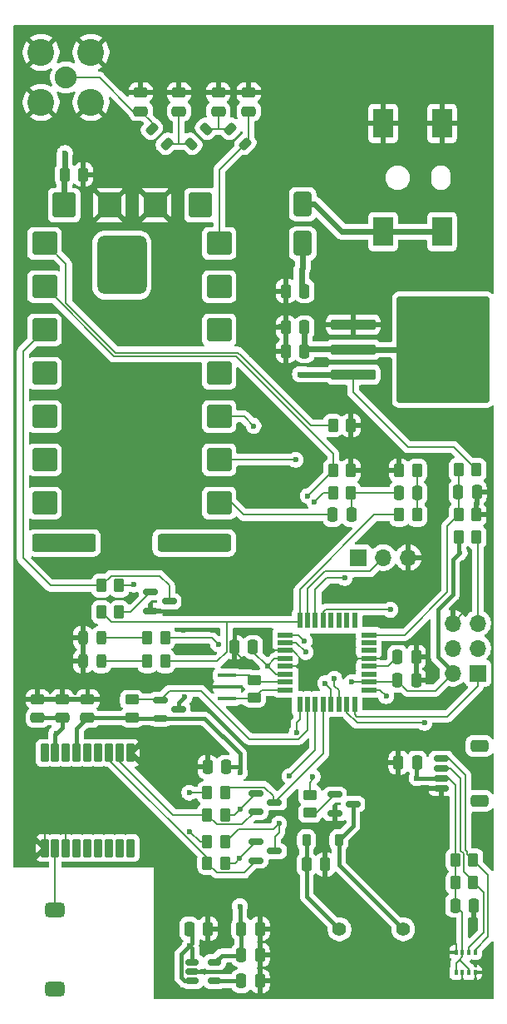
<source format=gbr>
%TF.GenerationSoftware,KiCad,Pcbnew,9.0.0*%
%TF.CreationDate,2025-06-23T20:21:27-05:00*%
%TF.ProjectId,ptFlex,7074466c-6578-42e6-9b69-6361645f7063,rev?*%
%TF.SameCoordinates,Original*%
%TF.FileFunction,Copper,L1,Top*%
%TF.FilePolarity,Positive*%
%FSLAX46Y46*%
G04 Gerber Fmt 4.6, Leading zero omitted, Abs format (unit mm)*
G04 Created by KiCad (PCBNEW 9.0.0) date 2025-06-23 20:21:27*
%MOMM*%
%LPD*%
G01*
G04 APERTURE LIST*
G04 Aperture macros list*
%AMRoundRect*
0 Rectangle with rounded corners*
0 $1 Rounding radius*
0 $2 $3 $4 $5 $6 $7 $8 $9 X,Y pos of 4 corners*
0 Add a 4 corners polygon primitive as box body*
4,1,4,$2,$3,$4,$5,$6,$7,$8,$9,$2,$3,0*
0 Add four circle primitives for the rounded corners*
1,1,$1+$1,$2,$3*
1,1,$1+$1,$4,$5*
1,1,$1+$1,$6,$7*
1,1,$1+$1,$8,$9*
0 Add four rect primitives between the rounded corners*
20,1,$1+$1,$2,$3,$4,$5,0*
20,1,$1+$1,$4,$5,$6,$7,0*
20,1,$1+$1,$6,$7,$8,$9,0*
20,1,$1+$1,$8,$9,$2,$3,0*%
G04 Aperture macros list end*
%TA.AperFunction,ComponentPad*%
%ADD10C,1.408000*%
%TD*%
%TA.AperFunction,SMDPad,CuDef*%
%ADD11RoundRect,0.250000X0.262500X0.450000X-0.262500X0.450000X-0.262500X-0.450000X0.262500X-0.450000X0*%
%TD*%
%TA.AperFunction,SMDPad,CuDef*%
%ADD12RoundRect,0.375000X0.625000X-0.375000X0.625000X0.375000X-0.625000X0.375000X-0.625000X-0.375000X0*%
%TD*%
%TA.AperFunction,SMDPad,CuDef*%
%ADD13RoundRect,0.250000X-0.262500X-0.450000X0.262500X-0.450000X0.262500X0.450000X-0.262500X0.450000X0*%
%TD*%
%TA.AperFunction,SMDPad,CuDef*%
%ADD14RoundRect,0.250000X0.250000X0.475000X-0.250000X0.475000X-0.250000X-0.475000X0.250000X-0.475000X0*%
%TD*%
%TA.AperFunction,SMDPad,CuDef*%
%ADD15RoundRect,0.250000X-0.250000X-0.475000X0.250000X-0.475000X0.250000X0.475000X-0.250000X0.475000X0*%
%TD*%
%TA.AperFunction,SMDPad,CuDef*%
%ADD16RoundRect,0.243750X-0.243750X-0.456250X0.243750X-0.456250X0.243750X0.456250X-0.243750X0.456250X0*%
%TD*%
%TA.AperFunction,SMDPad,CuDef*%
%ADD17RoundRect,0.250000X-0.475000X0.250000X-0.475000X-0.250000X0.475000X-0.250000X0.475000X0.250000X0*%
%TD*%
%TA.AperFunction,SMDPad,CuDef*%
%ADD18RoundRect,0.150000X-0.587500X-0.150000X0.587500X-0.150000X0.587500X0.150000X-0.587500X0.150000X0*%
%TD*%
%TA.AperFunction,SMDPad,CuDef*%
%ADD19R,1.600000X0.550000*%
%TD*%
%TA.AperFunction,SMDPad,CuDef*%
%ADD20R,0.550000X1.600000*%
%TD*%
%TA.AperFunction,SMDPad,CuDef*%
%ADD21RoundRect,0.150000X-0.512500X-0.150000X0.512500X-0.150000X0.512500X0.150000X-0.512500X0.150000X0*%
%TD*%
%TA.AperFunction,ComponentPad*%
%ADD22R,1.700000X1.700000*%
%TD*%
%TA.AperFunction,ComponentPad*%
%ADD23O,1.700000X1.700000*%
%TD*%
%TA.AperFunction,SMDPad,CuDef*%
%ADD24RoundRect,0.250000X0.475000X-0.250000X0.475000X0.250000X-0.475000X0.250000X-0.475000X-0.250000X0*%
%TD*%
%TA.AperFunction,SMDPad,CuDef*%
%ADD25RoundRect,0.250000X0.450000X-0.262500X0.450000X0.262500X-0.450000X0.262500X-0.450000X-0.262500X0*%
%TD*%
%TA.AperFunction,SMDPad,CuDef*%
%ADD26RoundRect,0.115000X1.135000X1.035000X-1.135000X1.035000X-1.135000X-1.035000X1.135000X-1.035000X0*%
%TD*%
%TA.AperFunction,SMDPad,CuDef*%
%ADD27RoundRect,0.115000X1.035000X1.135000X-1.035000X1.135000X-1.035000X-1.135000X1.035000X-1.135000X0*%
%TD*%
%TA.AperFunction,SMDPad,CuDef*%
%ADD28RoundRect,0.270000X3.480000X0.630000X-3.480000X0.630000X-3.480000X-0.630000X3.480000X-0.630000X0*%
%TD*%
%TA.AperFunction,SMDPad,CuDef*%
%ADD29RoundRect,0.270000X2.980000X0.630000X-2.980000X0.630000X-2.980000X-0.630000X2.980000X-0.630000X0*%
%TD*%
%TA.AperFunction,SMDPad,CuDef*%
%ADD30RoundRect,0.750000X1.750000X2.250000X-1.750000X2.250000X-1.750000X-2.250000X1.750000X-2.250000X0*%
%TD*%
%TA.AperFunction,SMDPad,CuDef*%
%ADD31RoundRect,0.080000X0.320000X-0.820000X0.320000X0.820000X-0.320000X0.820000X-0.320000X-0.820000X0*%
%TD*%
%TA.AperFunction,SMDPad,CuDef*%
%ADD32RoundRect,0.218750X-0.114905X0.424264X-0.424264X0.114905X0.114905X-0.424264X0.424264X-0.114905X0*%
%TD*%
%TA.AperFunction,SMDPad,CuDef*%
%ADD33RoundRect,0.250000X-0.450000X0.262500X-0.450000X-0.262500X0.450000X-0.262500X0.450000X0.262500X0*%
%TD*%
%TA.AperFunction,SMDPad,CuDef*%
%ADD34RoundRect,0.250000X-2.050000X-0.300000X2.050000X-0.300000X2.050000X0.300000X-2.050000X0.300000X0*%
%TD*%
%TA.AperFunction,SMDPad,CuDef*%
%ADD35RoundRect,0.250000X-2.025000X-2.375000X2.025000X-2.375000X2.025000X2.375000X-2.025000X2.375000X0*%
%TD*%
%TA.AperFunction,SMDPad,CuDef*%
%ADD36RoundRect,0.250002X-4.449998X-5.149998X4.449998X-5.149998X4.449998X5.149998X-4.449998X5.149998X0*%
%TD*%
%TA.AperFunction,SMDPad,CuDef*%
%ADD37RoundRect,0.218750X0.424264X0.114905X0.114905X0.424264X-0.424264X-0.114905X-0.114905X-0.424264X0*%
%TD*%
%TA.AperFunction,ComponentPad*%
%ADD38C,2.240000*%
%TD*%
%TA.AperFunction,ComponentPad*%
%ADD39C,2.740000*%
%TD*%
%TA.AperFunction,SMDPad,CuDef*%
%ADD40R,1.900000X0.400000*%
%TD*%
%TA.AperFunction,SMDPad,CuDef*%
%ADD41R,2.000000X3.000000*%
%TD*%
%TA.AperFunction,SMDPad,CuDef*%
%ADD42R,0.350000X0.500000*%
%TD*%
%TA.AperFunction,SMDPad,CuDef*%
%ADD43RoundRect,0.225000X-0.225000X-0.375000X0.225000X-0.375000X0.225000X0.375000X-0.225000X0.375000X0*%
%TD*%
%TA.AperFunction,SMDPad,CuDef*%
%ADD44RoundRect,0.250000X0.650000X-1.000000X0.650000X1.000000X-0.650000X1.000000X-0.650000X-1.000000X0*%
%TD*%
%TA.AperFunction,SMDPad,CuDef*%
%ADD45RoundRect,0.150000X0.625000X-0.150000X0.625000X0.150000X-0.625000X0.150000X-0.625000X-0.150000X0*%
%TD*%
%TA.AperFunction,SMDPad,CuDef*%
%ADD46RoundRect,0.250000X0.650000X-0.350000X0.650000X0.350000X-0.650000X0.350000X-0.650000X-0.350000X0*%
%TD*%
%TA.AperFunction,ViaPad*%
%ADD47C,0.600000*%
%TD*%
%TA.AperFunction,Conductor*%
%ADD48C,0.200000*%
%TD*%
%TA.AperFunction,Conductor*%
%ADD49C,0.400000*%
%TD*%
%TA.AperFunction,Conductor*%
%ADD50C,0.600000*%
%TD*%
G04 APERTURE END LIST*
D10*
%TO.P,PZ1,P*%
%TO.N,+5V*%
X149600000Y-138300000D03*
%TO.P,PZ1,N*%
%TO.N,Net-(D4-A)*%
X156100000Y-138300000D03*
%TD*%
D11*
%TO.P,R11,1*%
%TO.N,Net-(C17-Pad2)*%
X157508500Y-96146000D03*
%TO.P,R11,2*%
%TO.N,XMIT-PTT*%
X155683500Y-96146000D03*
%TD*%
D12*
%TO.P,ANT1,1,RF*%
%TO.N,Net-(ANT1-RF)*%
X120646000Y-136346000D03*
%TO.P,ANT1,2*%
%TO.N,N/C*%
X120646000Y-144346000D03*
%TD*%
D13*
%TO.P,R14,1*%
%TO.N,XMIT-PTT*%
X125333500Y-106046000D03*
%TO.P,R14,2*%
%TO.N,Net-(Q2-B)*%
X127158500Y-106046000D03*
%TD*%
%TO.P,R9,1*%
%TO.N,+5V*%
X161733500Y-98399333D03*
%TO.P,R9,2*%
%TO.N,RESET*%
X163558500Y-98399333D03*
%TD*%
%TO.P,R20,1*%
%TO.N,Net-(Q5-S)*%
X136133500Y-126646000D03*
%TO.P,R20,2*%
%TO.N,+3.3V*%
X137958500Y-126646000D03*
%TD*%
D14*
%TO.P,C15,1*%
%TO.N,+3.3V*%
X138050000Y-121800000D03*
%TO.P,C15,2*%
%TO.N,GND*%
X136150000Y-121800000D03*
%TD*%
D15*
%TO.P,C10,1*%
%TO.N,Net-(U2-BP)*%
X139596000Y-143546000D03*
%TO.P,C10,2*%
%TO.N,GND*%
X141496000Y-143546000D03*
%TD*%
D16*
%TO.P,D2,1,K*%
%TO.N,GND*%
X123462500Y-111046000D03*
%TO.P,D2,2,A*%
%TO.N,Net-(D2-A)*%
X125337500Y-111046000D03*
%TD*%
D13*
%TO.P,R18,1*%
%TO.N,Net-(Q4-S)*%
X136133500Y-131546000D03*
%TO.P,R18,2*%
%TO.N,+3.3V*%
X137958500Y-131546000D03*
%TD*%
D17*
%TO.P,C21,1*%
%TO.N,GND*%
X140346000Y-53196000D03*
%TO.P,C21,2*%
%TO.N,Net-(U5-ANTENNA)*%
X140346000Y-55096000D03*
%TD*%
D14*
%TO.P,C18,1*%
%TO.N,Net-(C17-Pad1)*%
X150796000Y-96139333D03*
%TO.P,C18,2*%
%TO.N,Net-(U5-MIC-IN)*%
X148896000Y-96139333D03*
%TD*%
%TO.P,C3,1*%
%TO.N,+5V*%
X146046000Y-77086000D03*
%TO.P,C3,2*%
%TO.N,GND*%
X144146000Y-77086000D03*
%TD*%
D13*
%TO.P,R12,1*%
%TO.N,GND*%
X155683500Y-91646000D03*
%TO.P,R12,2*%
%TO.N,Net-(C17-Pad2)*%
X157508500Y-91646000D03*
%TD*%
%TO.P,R7,1*%
%TO.N,+3.3V*%
X161408500Y-133571000D03*
%TO.P,R7,2*%
%TO.N,Net-(J3-Pin_3)*%
X163233500Y-133571000D03*
%TD*%
D18*
%TO.P,Q5,1,G*%
%TO.N,+3.3V*%
X141122526Y-124446000D03*
%TO.P,Q5,2,S*%
%TO.N,Net-(Q5-S)*%
X141122526Y-126346000D03*
%TO.P,Q5,3,D*%
%TO.N,GPS-RX*%
X142997526Y-125396000D03*
%TD*%
D19*
%TO.P,U3,1,PD3*%
%TO.N,XMIT-TX-AUDIO*%
X144096000Y-108346000D03*
%TO.P,U3,2,PD4*%
%TO.N,XMIT-POWERSAVE*%
X144096000Y-109146000D03*
%TO.P,U3,3,GND*%
%TO.N,GND*%
X144096000Y-109946000D03*
%TO.P,U3,4,VCC*%
%TO.N,+5V*%
X144096000Y-110746000D03*
%TO.P,U3,5,GND*%
%TO.N,GND*%
X144096000Y-111546000D03*
%TO.P,U3,6,VCC*%
%TO.N,+5V*%
X144096000Y-112346000D03*
%TO.P,U3,7,XTAL1/PB6*%
%TO.N,Net-(U3-XTAL1{slash}PB6)*%
X144096000Y-113146000D03*
%TO.P,U3,8,XTAL2/PB7*%
%TO.N,Net-(U3-XTAL2{slash}PB7)*%
X144096000Y-113946000D03*
D20*
%TO.P,U3,9,PD5*%
%TO.N,PIEZO*%
X145546000Y-115396000D03*
%TO.P,U3,10,PD6*%
%TO.N,GPS-EN*%
X146346000Y-115396000D03*
%TO.P,U3,11,PD7*%
%TO.N,GPS-TX*%
X147146000Y-115396000D03*
%TO.P,U3,12,PB0*%
%TO.N,GPS-RX*%
X147946000Y-115396000D03*
%TO.P,U3,13,PB1*%
%TO.N,XMIT-TX*%
X148746000Y-115396000D03*
%TO.P,U3,14,PB2*%
%TO.N,XMIT-RX*%
X149546000Y-115396000D03*
%TO.P,U3,15,PB3*%
%TO.N,MOSI*%
X150346000Y-115396000D03*
%TO.P,U3,16,PB4*%
%TO.N,MISO*%
X151146000Y-115396000D03*
D19*
%TO.P,U3,17,PB5*%
%TO.N,SCK*%
X152596000Y-113946000D03*
%TO.P,U3,18,AVCC*%
%TO.N,+5V*%
X152596000Y-113146000D03*
%TO.P,U3,19,ADC6*%
%TO.N,unconnected-(U3-ADC6-Pad19)*%
X152596000Y-112346000D03*
%TO.P,U3,20,AREF*%
%TO.N,Net-(U3-AREF)*%
X152596000Y-111546000D03*
%TO.P,U3,21,GND*%
%TO.N,GND*%
X152596000Y-110746000D03*
%TO.P,U3,22,ADC7*%
%TO.N,unconnected-(U3-ADC7-Pad22)*%
X152596000Y-109946000D03*
%TO.P,U3,23,PC0*%
%TO.N,unconnected-(U3-PC0-Pad23)*%
X152596000Y-109146000D03*
%TO.P,U3,24,PC1*%
%TO.N,BATT-SENSE*%
X152596000Y-108346000D03*
D20*
%TO.P,U3,25,PC2*%
%TO.N,unconnected-(U3-PC2-Pad25)*%
X151146000Y-106896000D03*
%TO.P,U3,26,PC3*%
%TO.N,unconnected-(U3-PC3-Pad26)*%
X150346000Y-106896000D03*
%TO.P,U3,27,PC4*%
%TO.N,SDA*%
X149546000Y-106896000D03*
%TO.P,U3,28,PC5*%
%TO.N,SCL*%
X148746000Y-106896000D03*
%TO.P,U3,29,~{RESET}/PC6*%
%TO.N,RESET*%
X147946000Y-106896000D03*
%TO.P,U3,30,PD0*%
%TO.N,Net-(J2-Pin_1)*%
X147146000Y-106896000D03*
%TO.P,U3,31,PD1*%
%TO.N,Net-(J2-Pin_2)*%
X146346000Y-106896000D03*
%TO.P,U3,32,PD2*%
%TO.N,XMIT-PTT*%
X145546000Y-106896000D03*
%TD*%
D11*
%TO.P,R19,1*%
%TO.N,GPS-TX*%
X137958500Y-129397526D03*
%TO.P,R19,2*%
%TO.N,+5V*%
X136133500Y-129397526D03*
%TD*%
D14*
%TO.P,C1,1*%
%TO.N,Net-(D1-K)*%
X146046000Y-73386000D03*
%TO.P,C1,2*%
%TO.N,GND*%
X144146000Y-73386000D03*
%TD*%
D21*
%TO.P,U2,1,IN*%
%TO.N,+5V*%
X134608500Y-141646000D03*
%TO.P,U2,2,GND*%
%TO.N,GND*%
X134608500Y-142596000D03*
%TO.P,U2,3,EN*%
%TO.N,+5V*%
X134608500Y-143546000D03*
%TO.P,U2,4,BP*%
%TO.N,Net-(U2-BP)*%
X136883500Y-143546000D03*
%TO.P,U2,5,OUT*%
%TO.N,+3.3V*%
X136883500Y-141646000D03*
%TD*%
D15*
%TO.P,C2,1*%
%TO.N,BATT-SENSE*%
X161696000Y-93846000D03*
%TO.P,C2,2*%
%TO.N,GND*%
X163596000Y-93846000D03*
%TD*%
D22*
%TO.P,J2,1,Pin_1*%
%TO.N,Net-(J2-Pin_1)*%
X151520000Y-100500000D03*
D23*
%TO.P,J2,2,Pin_2*%
%TO.N,Net-(J2-Pin_2)*%
X154060000Y-100500000D03*
%TO.P,J2,3,Pin_3*%
%TO.N,GND*%
X156600000Y-100500000D03*
%TD*%
D24*
%TO.P,C14,1*%
%TO.N,+3.3V*%
X123946000Y-116808500D03*
%TO.P,C14,2*%
%TO.N,GND*%
X123946000Y-114908500D03*
%TD*%
D11*
%TO.P,R10,1*%
%TO.N,GND*%
X150758500Y-91616000D03*
%TO.P,R10,2*%
%TO.N,XMIT-POWERSAVE*%
X148933500Y-91616000D03*
%TD*%
D25*
%TO.P,R5,1*%
%TO.N,Net-(Q1-B)*%
X146583500Y-126458500D03*
%TO.P,R5,2*%
%TO.N,PIEZO*%
X146583500Y-124633500D03*
%TD*%
D24*
%TO.P,C19,1*%
%TO.N,Net-(Q3-D)*%
X118846000Y-116796000D03*
%TO.P,C19,2*%
%TO.N,GND*%
X118846000Y-114896000D03*
%TD*%
D14*
%TO.P,C8,1*%
%TO.N,+5V*%
X146046000Y-79486000D03*
%TO.P,C8,2*%
%TO.N,GND*%
X144146000Y-79486000D03*
%TD*%
D18*
%TO.P,Q3,1,G*%
%TO.N,GPS-EN*%
X131333500Y-114958500D03*
%TO.P,Q3,2,S*%
%TO.N,+3.3V*%
X131333500Y-116858500D03*
%TO.P,Q3,3,D*%
%TO.N,Net-(Q3-D)*%
X133208500Y-115908500D03*
%TD*%
D15*
%TO.P,C13,1*%
%TO.N,+3.3V*%
X161371000Y-135871000D03*
%TO.P,C13,2*%
%TO.N,GND*%
X163271000Y-135871000D03*
%TD*%
D26*
%TO.P,U5,1,Squelch*%
%TO.N,unconnected-(U5-Squelch-Pad1)*%
X119546000Y-94946000D03*
%TO.P,U5,2,NC*%
%TO.N,unconnected-(U5-NC-Pad2)*%
X119546000Y-90546000D03*
%TO.P,U5,3,AF-OUT*%
%TO.N,unconnected-(U5-AF-OUT-Pad3)*%
X119546000Y-86146000D03*
%TO.P,U5,4,NC*%
%TO.N,unconnected-(U5-NC-Pad4)*%
X119546000Y-81746000D03*
%TO.P,U5,5,PTT*%
%TO.N,Net-(Q2-C)*%
X119546000Y-77346000D03*
%TO.P,U5,6,POWER_SAVE*%
%TO.N,XMIT-POWERSAVE*%
X119546000Y-72946000D03*
%TO.P,U5,7,HIGH/LOW*%
%TO.N,Net-(U5-HIGH{slash}LOW)*%
X119546000Y-68546000D03*
D27*
%TO.P,U5,8,VBAT*%
%TO.N,+5V*%
X121546000Y-64646000D03*
%TO.P,U5,9,GND*%
%TO.N,GND*%
X126179334Y-64646000D03*
%TO.P,U5,10,GND*%
X130812667Y-64646000D03*
%TO.P,U5,11,NC*%
%TO.N,unconnected-(U5-NC-Pad11)*%
X135446000Y-64646000D03*
D26*
%TO.P,U5,12,ANTENNA*%
%TO.N,Net-(U5-ANTENNA)*%
X137346000Y-68546000D03*
%TO.P,U5,13,NC*%
%TO.N,unconnected-(U5-NC-Pad13)*%
X137346000Y-72946000D03*
%TO.P,U5,14,NC*%
%TO.N,unconnected-(U5-NC-Pad14)*%
X137346000Y-77346000D03*
%TO.P,U5,15,NC*%
%TO.N,unconnected-(U5-NC-Pad15)*%
X137346000Y-81746000D03*
%TO.P,U5,16,RX_DATA*%
%TO.N,XMIT-TX*%
X137346000Y-86146000D03*
%TO.P,U5,17,TX_DATA*%
%TO.N,XMIT-RX*%
X137346000Y-90546000D03*
%TO.P,U5,18,MIC-IN*%
%TO.N,Net-(U5-MIC-IN)*%
X137346000Y-94946000D03*
D28*
%TO.P,U5,19*%
%TO.N,N/C*%
X134796000Y-98996000D03*
D29*
%TO.P,U5,20*%
X121546000Y-98996000D03*
D30*
%TO.P,U5,21*%
X127446000Y-70746000D03*
%TD*%
D13*
%TO.P,R1,1*%
%TO.N,BATT-SENSE*%
X161733500Y-91569333D03*
%TO.P,R1,2*%
%TO.N,Net-(D1-K)*%
X163558500Y-91569333D03*
%TD*%
D15*
%TO.P,C11,1*%
%TO.N,+3.3V*%
X139596000Y-140896000D03*
%TO.P,C11,2*%
%TO.N,GND*%
X141496000Y-140896000D03*
%TD*%
D31*
%TO.P,U4,1,GND*%
%TO.N,GND*%
X128346000Y-120346000D03*
%TO.P,U4,2,TXD*%
%TO.N,Net-(Q5-S)*%
X127246000Y-120346000D03*
%TO.P,U4,3,RXD*%
%TO.N,Net-(Q4-S)*%
X126146000Y-120346000D03*
%TO.P,U4,4,1PPS*%
%TO.N,unconnected-(U4-1PPS-Pad4)*%
X125046000Y-120346000D03*
%TO.P,U4,5,ON/OFF*%
%TO.N,unconnected-(U4-ON{slash}OFF-Pad5)*%
X123946000Y-120346000D03*
%TO.P,U4,6,VBATT*%
%TO.N,+3.3V*%
X122846000Y-120346000D03*
%TO.P,U4,7,NC*%
%TO.N,unconnected-(U4-NC-Pad7)*%
X121746000Y-120346000D03*
%TO.P,U4,8,VCC*%
%TO.N,Net-(Q3-D)*%
X120646000Y-120346000D03*
%TO.P,U4,9,NRESET*%
%TO.N,unconnected-(U4-NRESET-Pad9)*%
X119546000Y-120346000D03*
%TO.P,U4,10,GND*%
%TO.N,GND*%
X119546000Y-130046000D03*
%TO.P,U4,11,RF_IN*%
%TO.N,Net-(ANT1-RF)*%
X120646000Y-130046000D03*
%TO.P,U4,12,GND*%
%TO.N,GND*%
X121746000Y-130046000D03*
%TO.P,U4,13,NC*%
%TO.N,unconnected-(U4-NC-Pad13)*%
X122846000Y-130046000D03*
%TO.P,U4,14,VCC_RF*%
%TO.N,unconnected-(U4-VCC_RF-Pad14)*%
X123946000Y-130046000D03*
%TO.P,U4,15,RESERVED*%
%TO.N,unconnected-(U4-RESERVED-Pad15)*%
X125046000Y-130046000D03*
%TO.P,U4,16,SDA*%
%TO.N,unconnected-(U4-SDA-Pad16)*%
X126146000Y-130046000D03*
%TO.P,U4,17,SCL*%
%TO.N,unconnected-(U4-SCL-Pad17)*%
X127246000Y-130046000D03*
%TO.P,U4,18,RESERVED*%
%TO.N,unconnected-(U4-RESERVED-Pad18)*%
X128346000Y-130046000D03*
%TD*%
D32*
%TO.P,L2,1,1*%
%TO.N,Net-(C22-Pad2)*%
X135997301Y-56894699D03*
%TO.P,L2,2,2*%
%TO.N,Net-(C23-Pad2)*%
X134494699Y-58397301D03*
%TD*%
D25*
%TO.P,R17,1*%
%TO.N,+3.3V*%
X128446000Y-116771000D03*
%TO.P,R17,2*%
%TO.N,GPS-EN*%
X128446000Y-114946000D03*
%TD*%
D17*
%TO.P,C23,1*%
%TO.N,GND*%
X133246000Y-53196000D03*
%TO.P,C23,2*%
%TO.N,Net-(C23-Pad2)*%
X133246000Y-55096000D03*
%TD*%
D33*
%TO.P,R8,1*%
%TO.N,Net-(U3-XTAL1{slash}PB6)*%
X140896000Y-112933500D03*
%TO.P,R8,2*%
%TO.N,Net-(U3-XTAL2{slash}PB7)*%
X140896000Y-114758500D03*
%TD*%
D17*
%TO.P,C24,1*%
%TO.N,GND*%
X129346000Y-53196000D03*
%TO.P,C24,2*%
%TO.N,Net-(ANT2-In)*%
X129346000Y-55096000D03*
%TD*%
D11*
%TO.P,R3,1*%
%TO.N,XMIT-PTT*%
X131858500Y-111046000D03*
%TO.P,R3,2*%
%TO.N,Net-(D2-A)*%
X130033500Y-111046000D03*
%TD*%
%TO.P,R2,1*%
%TO.N,GND*%
X163558500Y-96122666D03*
%TO.P,R2,2*%
%TO.N,BATT-SENSE*%
X161733500Y-96122666D03*
%TD*%
%TO.P,R16,1*%
%TO.N,GND*%
X150758500Y-87046000D03*
%TO.P,R16,2*%
%TO.N,Net-(U5-HIGH{slash}LOW)*%
X148933500Y-87046000D03*
%TD*%
D15*
%TO.P,C12,1*%
%TO.N,+3.3V*%
X139596000Y-138246000D03*
%TO.P,C12,2*%
%TO.N,GND*%
X141496000Y-138246000D03*
%TD*%
%TO.P,C25,1*%
%TO.N,Net-(U3-AREF)*%
X155496000Y-110596000D03*
%TO.P,C25,2*%
%TO.N,GND*%
X157396000Y-110596000D03*
%TD*%
D18*
%TO.P,Q2,1,B*%
%TO.N,Net-(Q2-B)*%
X130371000Y-103996000D03*
%TO.P,Q2,2,E*%
%TO.N,GND*%
X130371000Y-105896000D03*
%TO.P,Q2,3,C*%
%TO.N,Net-(Q2-C)*%
X132246000Y-104946000D03*
%TD*%
D34*
%TO.P,U1,1,GND*%
%TO.N,GND*%
X150996000Y-76806000D03*
%TO.P,U1,2,VO*%
%TO.N,+5V*%
X150996000Y-79346000D03*
D35*
X157721000Y-76571000D03*
X157721000Y-82121000D03*
D36*
X160146000Y-79346000D03*
D35*
X162571000Y-76571000D03*
X162571000Y-82121000D03*
D34*
%TO.P,U1,3,VI*%
%TO.N,Net-(D1-K)*%
X150996000Y-81886000D03*
%TD*%
D15*
%TO.P,C9,1*%
%TO.N,+5V*%
X134296000Y-138246000D03*
%TO.P,C9,2*%
%TO.N,GND*%
X136196000Y-138246000D03*
%TD*%
%TO.P,C17,1*%
%TO.N,Net-(C17-Pad1)*%
X155646000Y-93946000D03*
%TO.P,C17,2*%
%TO.N,Net-(C17-Pad2)*%
X157546000Y-93946000D03*
%TD*%
D11*
%TO.P,R21,1*%
%TO.N,GPS-RX*%
X137958500Y-124396000D03*
%TO.P,R21,2*%
%TO.N,+5V*%
X136133500Y-124396000D03*
%TD*%
D37*
%TO.P,L1,1,1*%
%TO.N,Net-(U5-ANTENNA)*%
X139997301Y-58397301D03*
%TO.P,L1,2,2*%
%TO.N,Net-(C22-Pad2)*%
X138494699Y-56894699D03*
%TD*%
D38*
%TO.P,ANT2,1,In*%
%TO.N,Net-(ANT2-In)*%
X121746000Y-51646000D03*
D39*
%TO.P,ANT2,2,Ext*%
%TO.N,GND*%
X119206000Y-54186000D03*
X124286000Y-54186000D03*
X119206000Y-49106000D03*
X124286000Y-49106000D03*
%TD*%
D40*
%TO.P,Y1,1,1*%
%TO.N,Net-(U3-XTAL2{slash}PB7)*%
X138146000Y-114846000D03*
%TO.P,Y1,2,2*%
%TO.N,GND*%
X138146000Y-113646000D03*
%TO.P,Y1,3,3*%
%TO.N,Net-(U3-XTAL1{slash}PB6)*%
X138146000Y-112446000D03*
%TD*%
D37*
%TO.P,L3,1,1*%
%TO.N,Net-(C23-Pad2)*%
X131997301Y-58397301D03*
%TO.P,L3,2,2*%
%TO.N,Net-(ANT2-In)*%
X130494699Y-56894699D03*
%TD*%
D41*
%TO.P,J1,1*%
%TO.N,Net-(D1-A)*%
X160046000Y-67346000D03*
X154046000Y-67346000D03*
%TO.P,J1,2*%
%TO.N,GND*%
X154046000Y-56346000D03*
%TO.P,J1,3*%
X160046000Y-56346000D03*
%TD*%
D15*
%TO.P,C4,1*%
%TO.N,+5V*%
X121596000Y-61546000D03*
%TO.P,C4,2*%
%TO.N,GND*%
X123496000Y-61546000D03*
%TD*%
%TO.P,C7,1*%
%TO.N,+5V*%
X146250000Y-131700000D03*
%TO.P,C7,2*%
%TO.N,GND*%
X148150000Y-131700000D03*
%TD*%
D11*
%TO.P,R4,1*%
%TO.N,SCK*%
X131858500Y-108646000D03*
%TO.P,R4,2*%
%TO.N,Net-(D3-A)*%
X130033500Y-108646000D03*
%TD*%
D22*
%TO.P,J4,1,Pin_1*%
%TO.N,MISO*%
X163686000Y-112246000D03*
D23*
%TO.P,J4,2,Pin_2*%
%TO.N,+5V*%
X161146000Y-112246000D03*
%TO.P,J4,3,Pin_3*%
%TO.N,SCK*%
X163686000Y-109706000D03*
%TO.P,J4,4,Pin_4*%
%TO.N,MOSI*%
X161146000Y-109706000D03*
%TO.P,J4,5,Pin_5*%
%TO.N,RESET*%
X163686000Y-107166000D03*
%TO.P,J4,6,Pin_6*%
%TO.N,GND*%
X161146000Y-107166000D03*
%TD*%
D16*
%TO.P,D3,1,K*%
%TO.N,GND*%
X123462500Y-108646000D03*
%TO.P,D3,2,A*%
%TO.N,Net-(D3-A)*%
X125337500Y-108646000D03*
%TD*%
D42*
%TO.P,U6,1,GND*%
%TO.N,GND*%
X161471000Y-140621000D03*
%TO.P,U6,2,CSB*%
%TO.N,+3.3V*%
X162121000Y-140621000D03*
%TO.P,U6,3,SDI*%
%TO.N,Net-(J3-Pin_3)*%
X162771000Y-140621000D03*
%TO.P,U6,4,SCK*%
%TO.N,Net-(J3-Pin_4)*%
X163421000Y-140621000D03*
%TO.P,U6,5,SDO*%
%TO.N,GND*%
X163421000Y-142671000D03*
%TO.P,U6,6,VDDIO*%
%TO.N,+3.3V*%
X162771000Y-142671000D03*
%TO.P,U6,7,GND*%
%TO.N,GND*%
X162121000Y-142671000D03*
%TO.P,U6,8,VDD*%
%TO.N,+3.3V*%
X161471000Y-142671000D03*
%TD*%
D15*
%TO.P,C5,1*%
%TO.N,+5V*%
X155496000Y-112996000D03*
%TO.P,C5,2*%
%TO.N,GND*%
X157396000Y-112996000D03*
%TD*%
D13*
%TO.P,R13,1*%
%TO.N,XMIT-TX-AUDIO*%
X148933500Y-93922667D03*
%TO.P,R13,2*%
%TO.N,Net-(C17-Pad1)*%
X150758500Y-93922667D03*
%TD*%
%TO.P,R6,1*%
%TO.N,+3.3V*%
X161408500Y-131271000D03*
%TO.P,R6,2*%
%TO.N,Net-(J3-Pin_4)*%
X163233500Y-131271000D03*
%TD*%
%TO.P,R15,1*%
%TO.N,Net-(Q2-C)*%
X125333500Y-103346000D03*
%TO.P,R15,2*%
%TO.N,+5V*%
X127158500Y-103346000D03*
%TD*%
D14*
%TO.P,C6,1*%
%TO.N,+5V*%
X140796000Y-109596000D03*
%TO.P,C6,2*%
%TO.N,GND*%
X138896000Y-109596000D03*
%TD*%
D43*
%TO.P,D4,1,K*%
%TO.N,+5V*%
X146233500Y-129246000D03*
%TO.P,D4,2,A*%
%TO.N,Net-(D4-A)*%
X149533500Y-129246000D03*
%TD*%
D44*
%TO.P,D1,1,K*%
%TO.N,Net-(D1-K)*%
X145846000Y-68546000D03*
%TO.P,D1,2,A*%
%TO.N,Net-(D1-A)*%
X145846000Y-64546000D03*
%TD*%
D18*
%TO.P,Q4,1,G*%
%TO.N,+3.3V*%
X141122526Y-129397526D03*
%TO.P,Q4,2,S*%
%TO.N,Net-(Q4-S)*%
X141122526Y-131297526D03*
%TO.P,Q4,3,D*%
%TO.N,GPS-TX*%
X142997526Y-130347526D03*
%TD*%
D14*
%TO.P,C16,1*%
%TO.N,+3.3V*%
X157496000Y-121346000D03*
%TO.P,C16,2*%
%TO.N,GND*%
X155596000Y-121346000D03*
%TD*%
D17*
%TO.P,C22,1*%
%TO.N,GND*%
X137246000Y-53196000D03*
%TO.P,C22,2*%
%TO.N,Net-(C22-Pad2)*%
X137246000Y-55096000D03*
%TD*%
D18*
%TO.P,Q1,1,B*%
%TO.N,Net-(Q1-B)*%
X149108500Y-124596000D03*
%TO.P,Q1,2,E*%
%TO.N,GND*%
X149108500Y-126496000D03*
%TO.P,Q1,3,C*%
%TO.N,Net-(D4-A)*%
X150983500Y-125546000D03*
%TD*%
D45*
%TO.P,J3,1,Pin_1*%
%TO.N,GND*%
X159971000Y-123946000D03*
%TO.P,J3,2,Pin_2*%
%TO.N,+3.3V*%
X159971000Y-122946000D03*
%TO.P,J3,3,Pin_3*%
%TO.N,Net-(J3-Pin_3)*%
X159971000Y-121946000D03*
%TO.P,J3,4,Pin_4*%
%TO.N,Net-(J3-Pin_4)*%
X159971000Y-120946000D03*
D46*
%TO.P,J3,MP*%
%TO.N,N/C*%
X163846000Y-125246000D03*
X163846000Y-119646000D03*
%TD*%
D24*
%TO.P,C20,1*%
%TO.N,Net-(Q3-D)*%
X121346000Y-116808500D03*
%TO.P,C20,2*%
%TO.N,GND*%
X121346000Y-114908500D03*
%TD*%
D47*
%TO.N,GND*%
X136900000Y-134500000D03*
X150100000Y-118400000D03*
X117446000Y-127646000D03*
X130546000Y-119846000D03*
X127046000Y-76946000D03*
X133700000Y-112700000D03*
X123446000Y-84546000D03*
X144746000Y-137246000D03*
X137400000Y-120100000D03*
X131746000Y-139846000D03*
X133546000Y-84546000D03*
X150100000Y-134700000D03*
X117446000Y-103446000D03*
X153000000Y-124900000D03*
X142646000Y-51646000D03*
X142146000Y-108046000D03*
X136700000Y-107900000D03*
X130546000Y-130846000D03*
X153100000Y-106800000D03*
X117446000Y-123846000D03*
X153646000Y-130046000D03*
X160800000Y-114800000D03*
X144100000Y-115200000D03*
X131746000Y-144146000D03*
X135146000Y-61346000D03*
X131746000Y-134546000D03*
X133546000Y-92446000D03*
X118546000Y-61346000D03*
X134100000Y-105700000D03*
X143600000Y-97500000D03*
X117446000Y-120146000D03*
X117446000Y-130846000D03*
X133700000Y-107900000D03*
X133700000Y-109800000D03*
X123446000Y-92446000D03*
X163021000Y-138071000D03*
X163472110Y-53446668D03*
X163346000Y-87746000D03*
X144700000Y-132500000D03*
X143600000Y-93500000D03*
X153046000Y-83646000D03*
X148146000Y-55546000D03*
X159246000Y-143646000D03*
X142546000Y-121046000D03*
X164646000Y-117246000D03*
X139946000Y-61446000D03*
X127646000Y-50446000D03*
X136846000Y-103846000D03*
X130546000Y-128546000D03*
X146946000Y-75146000D03*
X158683500Y-130046000D03*
X156600000Y-115300000D03*
X133610954Y-76995408D03*
X143646000Y-76946000D03*
X138346000Y-142346000D03*
X164646000Y-127246000D03*
X140246000Y-111346000D03*
X117446000Y-112346000D03*
X122846000Y-101546000D03*
X141446000Y-116746000D03*
X143646000Y-66946000D03*
X125546000Y-118146000D03*
X152396000Y-73186000D03*
X154346000Y-109346000D03*
X126846000Y-61346000D03*
X135146000Y-50446000D03*
X143546000Y-104396000D03*
X130546000Y-122546000D03*
X149846000Y-109996000D03*
X144846000Y-143646000D03*
X146046000Y-111746000D03*
X156900000Y-118400000D03*
%TO.N,MOSI*%
X158246000Y-117296000D03*
%TO.N,SCK*%
X137246000Y-109300000D03*
X154346000Y-114596000D03*
%TO.N,RESET*%
X154800000Y-105800000D03*
%TO.N,GPS-TX*%
X144485628Y-122706372D03*
X143446000Y-127546000D03*
%TO.N,+3.3V*%
X139484263Y-126084263D03*
X157446000Y-122946000D03*
X139446000Y-122346000D03*
X139446000Y-135946000D03*
X139410026Y-131110026D03*
%TO.N,XMIT-TX-AUDIO*%
X146046000Y-108996000D03*
X147046000Y-94846000D03*
%TO.N,XMIT-POWERSAVE*%
X146373654Y-94222298D03*
X146146000Y-110096000D03*
%TO.N,Net-(D1-K)*%
X145546000Y-81846000D03*
X145846000Y-71046000D03*
%TO.N,XMIT-TX*%
X148121000Y-113271000D03*
X140846000Y-87095943D03*
%TO.N,+5V*%
X148200000Y-79300000D03*
X134346000Y-139946000D03*
X161846000Y-99999333D03*
X150846000Y-113146000D03*
X134296000Y-124396000D03*
X121646000Y-59346000D03*
X142246000Y-111496000D03*
X128646000Y-103246000D03*
X134346000Y-128346000D03*
%TO.N,XMIT-RX*%
X149071000Y-112821000D03*
X145146000Y-90546000D03*
%TO.N,PIEZO*%
X145209235Y-118334235D03*
X146883500Y-122746000D03*
%TO.N,Net-(Q3-D)*%
X120746000Y-118346000D03*
X133846000Y-114646000D03*
%TO.N,Net-(J2-Pin_1)*%
X150132374Y-102571680D03*
%TD*%
D48*
%TO.N,GND*%
X144096000Y-109946000D02*
X144846000Y-109946000D01*
X150596000Y-110746000D02*
X149846000Y-109996000D01*
X138896000Y-109596000D02*
X138896000Y-109996000D01*
X121746000Y-127146000D02*
X121746000Y-130046000D01*
D49*
X134608500Y-142596000D02*
X138096000Y-142596000D01*
D48*
X153996000Y-110746000D02*
X154246000Y-110496000D01*
X146046000Y-111746000D02*
X145946000Y-111746000D01*
D49*
X163271000Y-137821000D02*
X163021000Y-138071000D01*
D48*
X145946000Y-111746000D02*
X145746000Y-111546000D01*
X152596000Y-110746000D02*
X150596000Y-110746000D01*
X161471000Y-140621000D02*
X161471000Y-139839750D01*
D49*
X138096000Y-142596000D02*
X138346000Y-142346000D01*
D48*
X144846000Y-109946000D02*
X146046000Y-111146000D01*
X162300000Y-106012000D02*
X162300000Y-105100000D01*
X146046000Y-111146000D02*
X146046000Y-111746000D01*
X119546000Y-130046000D02*
X119546000Y-126946000D01*
D49*
X163271000Y-135871000D02*
X163271000Y-137821000D01*
D48*
X161471000Y-139839750D02*
X160871000Y-139239750D01*
X138896000Y-109996000D02*
X140246000Y-111346000D01*
X152596000Y-110746000D02*
X153996000Y-110746000D01*
X163421000Y-142671000D02*
X163421000Y-143871000D01*
X142696000Y-109946000D02*
X142346000Y-109596000D01*
X145746000Y-111546000D02*
X144096000Y-111546000D01*
X162121000Y-142671000D02*
X162121000Y-143971000D01*
X161146000Y-107166000D02*
X162300000Y-106012000D01*
X144096000Y-109946000D02*
X142696000Y-109946000D01*
%TO.N,BATT-SENSE*%
X161733500Y-91569333D02*
X161733500Y-93808500D01*
X161733500Y-96122666D02*
X160600000Y-97256166D01*
X161733500Y-93883500D02*
X161696000Y-93846000D01*
X161733500Y-96122666D02*
X161733500Y-93883500D01*
X160600000Y-104000000D02*
X156254000Y-108346000D01*
X160600000Y-97256166D02*
X160600000Y-104000000D01*
X161733500Y-93808500D02*
X161696000Y-93846000D01*
X156254000Y-108346000D02*
X152596000Y-108346000D01*
%TO.N,MOSI*%
X151396000Y-117296000D02*
X150346000Y-116246000D01*
X158246000Y-117296000D02*
X151396000Y-117296000D01*
X150346000Y-116246000D02*
X150346000Y-115396000D01*
%TO.N,SCK*%
X154346000Y-114596000D02*
X153696000Y-113946000D01*
X153696000Y-113946000D02*
X152596000Y-113946000D01*
X136592000Y-108646000D02*
X131858500Y-108646000D01*
X137246000Y-109300000D02*
X136592000Y-108646000D01*
%TO.N,RESET*%
X163686000Y-107166000D02*
X163686000Y-98526833D01*
X148170000Y-105795000D02*
X147946000Y-106019000D01*
X147946000Y-106019000D02*
X147946000Y-106896000D01*
X164171000Y-106681000D02*
X163686000Y-107166000D01*
X163686000Y-98526833D02*
X163558500Y-98399333D01*
X154795000Y-105795000D02*
X148170000Y-105795000D01*
X154800000Y-105800000D02*
X154795000Y-105795000D01*
%TO.N,MISO*%
X151146000Y-116446000D02*
X151146000Y-115396000D01*
X160597470Y-116646000D02*
X151346000Y-116646000D01*
X163686000Y-113557470D02*
X160597470Y-116646000D01*
X151346000Y-116646000D02*
X151146000Y-116446000D01*
X163686000Y-112246000D02*
X163686000Y-113557470D01*
%TO.N,GPS-TX*%
X143060026Y-128860026D02*
X143060026Y-130347526D01*
X142846000Y-128146000D02*
X139286552Y-128146000D01*
X139286552Y-128146000D02*
X138035026Y-129397526D01*
X147146000Y-120046000D02*
X147146000Y-115396000D01*
X144485628Y-122706372D02*
X147146000Y-120046000D01*
X143446000Y-128474052D02*
X143060026Y-128860026D01*
X143446000Y-127546000D02*
X142846000Y-128146000D01*
X143446000Y-127546000D02*
X143446000Y-128474052D01*
%TO.N,+3.3V*%
X161371000Y-135871000D02*
X161371000Y-133608500D01*
D49*
X122846000Y-120346000D02*
X122846000Y-117908500D01*
X135858500Y-116858500D02*
X131333500Y-116858500D01*
X128533500Y-116858500D02*
X128446000Y-116771000D01*
D48*
X139484263Y-126084263D02*
X141122526Y-124446000D01*
X137958500Y-131546000D02*
X138974052Y-131546000D01*
D49*
X137583500Y-140946000D02*
X139546000Y-140946000D01*
X136883500Y-141646000D02*
X137583500Y-140946000D01*
D48*
X162121000Y-140621000D02*
X162121000Y-136621000D01*
D49*
X139596000Y-138246000D02*
X139596000Y-140896000D01*
D48*
X161408500Y-133571000D02*
X161408500Y-131271000D01*
D49*
X139546000Y-140946000D02*
X139596000Y-140896000D01*
D48*
X161408500Y-131271000D02*
X161121000Y-131271000D01*
D49*
X139446000Y-121500000D02*
X139446000Y-120446000D01*
D48*
X161820000Y-141370000D02*
X162121000Y-141069000D01*
D49*
X139446000Y-138096000D02*
X139596000Y-138246000D01*
X159971000Y-122946000D02*
X157446000Y-122946000D01*
X139446000Y-122346000D02*
X139446000Y-121800000D01*
D48*
X139410026Y-131110026D02*
X141122526Y-129397526D01*
X161371000Y-133608500D02*
X161408500Y-133571000D01*
D49*
X139446000Y-120446000D02*
X135858500Y-116858500D01*
D48*
X161471000Y-141719000D02*
X161820000Y-141370000D01*
X160745999Y-122946000D02*
X159971000Y-122946000D01*
X162121000Y-136621000D02*
X161371000Y-135871000D01*
D49*
X139446000Y-121800000D02*
X139446000Y-121500000D01*
X131333500Y-116858500D02*
X128533500Y-116858500D01*
D48*
X162121000Y-141069000D02*
X162121000Y-140621000D01*
X162771000Y-142321000D02*
X161820000Y-141370000D01*
X161408500Y-123608501D02*
X160745999Y-122946000D01*
D49*
X138050000Y-121800000D02*
X139446000Y-121800000D01*
D48*
X137958500Y-126646000D02*
X137958500Y-126408500D01*
X138974052Y-131546000D02*
X139410026Y-131110026D01*
D49*
X157446000Y-122946000D02*
X157446000Y-121396000D01*
X123983500Y-116771000D02*
X123946000Y-116808500D01*
D48*
X161471000Y-142671000D02*
X161471000Y-141719000D01*
D49*
X139446000Y-135946000D02*
X139446000Y-138096000D01*
X123946000Y-116808500D02*
X128408500Y-116808500D01*
X157446000Y-121396000D02*
X157496000Y-121346000D01*
D48*
X128408500Y-116808500D02*
X128446000Y-116771000D01*
D49*
X122846000Y-117908500D02*
X123946000Y-116808500D01*
D48*
X138922526Y-126646000D02*
X139484263Y-126084263D01*
X137958500Y-126646000D02*
X138922526Y-126646000D01*
X161408500Y-131271000D02*
X161408500Y-123608501D01*
X162771000Y-142671000D02*
X162771000Y-142321000D01*
D49*
X124146000Y-117008500D02*
X123946000Y-116808500D01*
D48*
%TO.N,GPS-RX*%
X137958500Y-124396000D02*
X138508500Y-123846000D01*
X138508500Y-123846000D02*
X141949052Y-123846000D01*
X141949052Y-123846000D02*
X142858500Y-124755448D01*
X147946000Y-115396000D02*
X147946000Y-120447526D01*
X147946000Y-120447526D02*
X142997526Y-125396000D01*
X142858500Y-124755448D02*
X142858500Y-125396000D01*
D50*
%TO.N,Net-(D1-A)*%
X149846000Y-67346000D02*
X147046000Y-64546000D01*
X154046000Y-67346000D02*
X149846000Y-67346000D01*
X160046000Y-67346000D02*
X154046000Y-67346000D01*
X147046000Y-64546000D02*
X145846000Y-64546000D01*
D48*
%TO.N,GPS-EN*%
X135494943Y-114045000D02*
X132247000Y-114045000D01*
X146346000Y-118046000D02*
X145446000Y-118946000D01*
X131321000Y-114946000D02*
X131333500Y-114958500D01*
X128446000Y-114946000D02*
X131321000Y-114946000D01*
X132247000Y-114045000D02*
X131333500Y-114958500D01*
X146346000Y-115396000D02*
X146346000Y-118046000D01*
X140395943Y-118946000D02*
X135494943Y-114045000D01*
X145446000Y-118946000D02*
X140395943Y-118946000D01*
%TO.N,XMIT-PTT*%
X138095000Y-107052000D02*
X138100000Y-107047000D01*
X131858500Y-111046000D02*
X137154000Y-111046000D01*
X145395000Y-107047000D02*
X138100000Y-107047000D01*
X145546000Y-103754000D02*
X145546000Y-106896000D01*
X137154000Y-111046000D02*
X138095000Y-110105000D01*
X155683500Y-96146000D02*
X153154000Y-96146000D01*
X153154000Y-96146000D02*
X145546000Y-103754000D01*
X145546000Y-106896000D02*
X145395000Y-107047000D01*
X138100000Y-107047000D02*
X126334500Y-107047000D01*
X126334500Y-107047000D02*
X125333500Y-106046000D01*
X138095000Y-110105000D02*
X138095000Y-107052000D01*
%TO.N,XMIT-TX-AUDIO*%
X147046000Y-94846000D02*
X147969333Y-93922667D01*
X147969333Y-93922667D02*
X148933500Y-93922667D01*
X144096000Y-108346000D02*
X145396000Y-108346000D01*
X145396000Y-108346000D02*
X146046000Y-108996000D01*
%TO.N,Net-(C17-Pad2)*%
X157508500Y-93983500D02*
X157546000Y-93946000D01*
X157508500Y-96146000D02*
X157508500Y-93983500D01*
X157508500Y-93908500D02*
X157546000Y-93946000D01*
X157508500Y-91646000D02*
X157508500Y-93908500D01*
%TO.N,Net-(ANT1-RF)*%
X120646000Y-130046000D02*
X120646000Y-136346000D01*
%TO.N,Net-(ANT2-In)*%
X130494699Y-56244699D02*
X130494699Y-56894699D01*
X121746000Y-51646000D02*
X125146000Y-51646000D01*
X128596000Y-55096000D02*
X129346000Y-55096000D01*
X129346000Y-55096000D02*
X130494699Y-56244699D01*
X125146000Y-51646000D02*
X128596000Y-55096000D01*
%TO.N,Net-(C17-Pad1)*%
X150796000Y-93960167D02*
X150758500Y-93922667D01*
X150781833Y-93946000D02*
X150758500Y-93922667D01*
X150758500Y-93922667D02*
X155622667Y-93922667D01*
X155622667Y-93922667D02*
X155646000Y-93946000D01*
X150796000Y-96139333D02*
X150796000Y-93960167D01*
%TO.N,XMIT-POWERSAVE*%
X126646000Y-80046000D02*
X119546000Y-72946000D01*
X148933500Y-91658500D02*
X148933500Y-91616000D01*
X146373654Y-94222298D02*
X146373654Y-94218346D01*
X145196000Y-109146000D02*
X146146000Y-110096000D01*
X148933500Y-89902751D02*
X139076749Y-80046000D01*
X148933500Y-91616000D02*
X148933500Y-89902751D01*
X144096000Y-109146000D02*
X145196000Y-109146000D01*
X146373654Y-94218346D02*
X148933500Y-91658500D01*
X139076749Y-80046000D02*
X126646000Y-80046000D01*
%TO.N,Net-(C22-Pad2)*%
X135997301Y-56894699D02*
X137246000Y-56894699D01*
X137246000Y-55096000D02*
X137246000Y-56894699D01*
X137246000Y-56894699D02*
X138494699Y-56894699D01*
%TO.N,Net-(C23-Pad2)*%
X133246000Y-55096000D02*
X133246000Y-58397301D01*
X133246000Y-58397301D02*
X131997301Y-58397301D01*
X134494699Y-58397301D02*
X133246000Y-58397301D01*
D50*
%TO.N,Net-(D1-K)*%
X145846000Y-71046000D02*
X145846000Y-68546000D01*
X146056000Y-81846000D02*
X146096000Y-81886000D01*
D48*
X161235167Y-89246000D02*
X163558500Y-91569333D01*
D50*
X145846000Y-71046000D02*
X145746000Y-71146000D01*
X146096000Y-81886000D02*
X150996000Y-81886000D01*
D48*
X150996000Y-83696000D02*
X156546000Y-89246000D01*
X156546000Y-89246000D02*
X161235167Y-89246000D01*
D50*
X145546000Y-81846000D02*
X146056000Y-81846000D01*
X145746000Y-71146000D02*
X145746000Y-73086000D01*
X145746000Y-73086000D02*
X146046000Y-73386000D01*
D48*
X150996000Y-81886000D02*
X150996000Y-83696000D01*
%TO.N,XMIT-TX*%
X139896057Y-86146000D02*
X140846000Y-87095943D01*
X148121000Y-113271000D02*
X148746000Y-113896000D01*
X137346000Y-86146000D02*
X139896057Y-86146000D01*
X148746000Y-113896000D02*
X148746000Y-115396000D01*
D49*
%TO.N,+5V*%
X134346000Y-139946000D02*
X134346000Y-139954000D01*
X133846000Y-143546000D02*
X134608500Y-143546000D01*
D50*
X146232000Y-79300000D02*
X146046000Y-79486000D01*
D48*
X144096000Y-112346000D02*
X143096000Y-112346000D01*
X134296000Y-124396000D02*
X134246000Y-124346000D01*
D50*
X121646000Y-59346000D02*
X121596000Y-59396000D01*
X148200000Y-79300000D02*
X150950000Y-79300000D01*
D49*
X159600000Y-105800000D02*
X159600000Y-110600000D01*
D48*
X152596000Y-113146000D02*
X150846000Y-113146000D01*
X136133500Y-124396000D02*
X134296000Y-124396000D01*
X143096000Y-112346000D02*
X142246000Y-111496000D01*
X142246000Y-111496000D02*
X140796000Y-110046000D01*
D50*
X148200000Y-79300000D02*
X146232000Y-79300000D01*
D48*
X159370000Y-114022000D02*
X156522000Y-114022000D01*
X136133500Y-129397526D02*
X135397526Y-129397526D01*
X128546000Y-103346000D02*
X128646000Y-103246000D01*
D49*
X161733500Y-98399333D02*
X161733500Y-99886833D01*
X146233500Y-131683500D02*
X146250000Y-131700000D01*
D48*
X140796000Y-110046000D02*
X140796000Y-109596000D01*
X144096000Y-110746000D02*
X142996000Y-110746000D01*
X161147000Y-104220100D02*
X161100000Y-104267100D01*
D49*
X161846000Y-99999333D02*
X161147000Y-100698333D01*
X161733500Y-99886833D02*
X161846000Y-99999333D01*
D48*
X161146000Y-112146000D02*
X161146000Y-112246000D01*
X161146000Y-112246000D02*
X159370000Y-114022000D01*
D49*
X134608500Y-139683500D02*
X134608500Y-138558500D01*
X159600000Y-110600000D02*
X161146000Y-112146000D01*
D48*
X156522000Y-114022000D02*
X155496000Y-112996000D01*
D49*
X133500000Y-140800000D02*
X133500000Y-143200000D01*
X134608500Y-140208500D02*
X134608500Y-141646000D01*
X134346000Y-139946000D02*
X134608500Y-140208500D01*
X146250000Y-131700000D02*
X146250000Y-134950000D01*
D48*
X142996000Y-110746000D02*
X142246000Y-111496000D01*
X150846000Y-113146000D02*
X155346000Y-113146000D01*
D49*
X134608500Y-138558500D02*
X134296000Y-138246000D01*
D50*
X150996000Y-79346000D02*
X160146000Y-79346000D01*
X150950000Y-79300000D02*
X150996000Y-79346000D01*
D49*
X161100000Y-104300000D02*
X159600000Y-105800000D01*
X133500000Y-143200000D02*
X133846000Y-143546000D01*
X134346000Y-139954000D02*
X133500000Y-140800000D01*
D50*
X146046000Y-77086000D02*
X146046000Y-79486000D01*
D49*
X161147000Y-100698333D02*
X161147000Y-104220100D01*
D50*
X121596000Y-61546000D02*
X121596000Y-59396000D01*
D49*
X134346000Y-139946000D02*
X134608500Y-139683500D01*
D50*
X121546000Y-64646000D02*
X121546000Y-61596000D01*
X121546000Y-61596000D02*
X121596000Y-61546000D01*
D48*
X127158500Y-103346000D02*
X128546000Y-103346000D01*
D49*
X146233500Y-129246000D02*
X146233500Y-131683500D01*
D48*
X135397526Y-129397526D02*
X134346000Y-128346000D01*
D49*
X146250000Y-134950000D02*
X149600000Y-138300000D01*
%TO.N,Net-(D4-A)*%
X149533500Y-129246000D02*
X149533500Y-131733500D01*
X150983500Y-127796000D02*
X149533500Y-129246000D01*
X149533500Y-131733500D02*
X156100000Y-138300000D01*
X150983500Y-125546000D02*
X150983500Y-127796000D01*
D48*
%TO.N,XMIT-RX*%
X149546000Y-113996000D02*
X149546000Y-115396000D01*
X149071000Y-112821000D02*
X149071000Y-113521000D01*
X149071000Y-113521000D02*
X149546000Y-113996000D01*
X137346000Y-90546000D02*
X145146000Y-90546000D01*
%TO.N,PIEZO*%
X146883500Y-123046000D02*
X146883500Y-122746000D01*
X145546000Y-116946000D02*
X145546000Y-115396000D01*
X146583500Y-124633500D02*
X146583500Y-123346000D01*
X145209235Y-117282765D02*
X145546000Y-116946000D01*
X145209235Y-118334235D02*
X145209235Y-117282765D01*
X146583500Y-123346000D02*
X146883500Y-123046000D01*
D49*
%TO.N,Net-(U2-BP)*%
X136883500Y-143546000D02*
X139596000Y-143546000D01*
D48*
%TO.N,Net-(U5-MIC-IN)*%
X138646000Y-94946000D02*
X137346000Y-94946000D01*
X148889333Y-96146000D02*
X139846000Y-96146000D01*
X148896000Y-96139333D02*
X148889333Y-96146000D01*
X139846000Y-96146000D02*
X138646000Y-94946000D01*
%TO.N,Net-(U5-ANTENNA)*%
X137346000Y-68546000D02*
X137346000Y-61048602D01*
X137346000Y-61048602D02*
X139997301Y-58397301D01*
X140346000Y-58048602D02*
X139997301Y-58397301D01*
X140346000Y-55096000D02*
X140346000Y-58048602D01*
%TO.N,Net-(U3-AREF)*%
X154546000Y-111546000D02*
X155496000Y-110596000D01*
X152596000Y-111546000D02*
X154546000Y-111546000D01*
%TO.N,Net-(D2-A)*%
X130033500Y-111046000D02*
X125337500Y-111046000D01*
%TO.N,Net-(D3-A)*%
X130033500Y-108646000D02*
X125337500Y-108646000D01*
%TO.N,Net-(U3-XTAL1{slash}PB6)*%
X138146000Y-112446000D02*
X140408500Y-112446000D01*
X140983500Y-112933500D02*
X141196000Y-113146000D01*
X140896000Y-112933500D02*
X140983500Y-112933500D01*
X141196000Y-113146000D02*
X144096000Y-113146000D01*
X140408500Y-112446000D02*
X140896000Y-112933500D01*
%TO.N,Net-(U3-XTAL2{slash}PB7)*%
X138146000Y-114846000D02*
X140808500Y-114846000D01*
X140808500Y-114846000D02*
X140896000Y-114758500D01*
X144096000Y-113946000D02*
X141708500Y-113946000D01*
X141708500Y-113946000D02*
X140896000Y-114758500D01*
%TO.N,Net-(U5-HIGH{slash}LOW)*%
X146643849Y-87046000D02*
X139477749Y-79879900D01*
X139343849Y-79746000D02*
X139242849Y-79645000D01*
X121746000Y-70646000D02*
X119646000Y-68546000D01*
X121746000Y-74578900D02*
X121746000Y-70646000D01*
X138910649Y-79645000D02*
X126812100Y-79645000D01*
X148933500Y-87046000D02*
X146643849Y-87046000D01*
X139242849Y-79645000D02*
X138910649Y-79645000D01*
X126812100Y-79645000D02*
X121746000Y-74578900D01*
X119646000Y-68546000D02*
X119546000Y-68546000D01*
X139477749Y-79879900D02*
X139343849Y-79746000D01*
D49*
%TO.N,Net-(Q3-D)*%
X121346000Y-116808500D02*
X121346000Y-117746000D01*
X121333500Y-116796000D02*
X121346000Y-116808500D01*
X120646000Y-118446000D02*
X120746000Y-118346000D01*
X133846000Y-114646000D02*
X133208500Y-115283500D01*
X121346000Y-117746000D02*
X120746000Y-118346000D01*
X118846000Y-116796000D02*
X121333500Y-116796000D01*
X120646000Y-120346000D02*
X120646000Y-118446000D01*
X133208500Y-115283500D02*
X133208500Y-115908500D01*
D48*
%TO.N,Net-(Q1-B)*%
X149108500Y-124596000D02*
X147246000Y-126458500D01*
X147246000Y-126458500D02*
X146583500Y-126458500D01*
%TO.N,Net-(Q2-C)*%
X117346000Y-79546000D02*
X119546000Y-77346000D01*
X117346000Y-100546000D02*
X117346000Y-79546000D01*
X131245000Y-102345000D02*
X126334500Y-102345000D01*
X125333500Y-103346000D02*
X120146000Y-103346000D01*
X132246000Y-103346000D02*
X131245000Y-102345000D01*
X132246000Y-104946000D02*
X132246000Y-103346000D01*
X120146000Y-103346000D02*
X117346000Y-100546000D01*
X126334500Y-102345000D02*
X125333500Y-103346000D01*
%TO.N,Net-(Q2-B)*%
X127158500Y-106046000D02*
X128321000Y-106046000D01*
X128321000Y-106046000D02*
X130371000Y-103996000D01*
%TO.N,Net-(Q4-S)*%
X139873052Y-132547000D02*
X141122526Y-131297526D01*
X126146000Y-120346000D02*
X126146000Y-121046000D01*
X137134500Y-132547000D02*
X139873052Y-132547000D01*
X126146000Y-121046000D02*
X136133500Y-131033500D01*
X136133500Y-131033500D02*
X136133500Y-131546000D01*
X136133500Y-131546000D02*
X137134500Y-132547000D01*
%TO.N,Net-(Q5-S)*%
X132646000Y-126646000D02*
X127246000Y-121246000D01*
X136133500Y-126646000D02*
X132646000Y-126646000D01*
X139683500Y-127646000D02*
X140983500Y-126346000D01*
X137133500Y-127646000D02*
X139683500Y-127646000D01*
X136133500Y-126646000D02*
X137133500Y-127646000D01*
X127246000Y-121246000D02*
X127246000Y-120346000D01*
%TO.N,Net-(J2-Pin_1)*%
X147146000Y-106896000D02*
X146946000Y-106696000D01*
X148328320Y-102571680D02*
X147146000Y-103754000D01*
X147146000Y-103754000D02*
X147146000Y-106896000D01*
X150132374Y-102571680D02*
X148328320Y-102571680D01*
%TO.N,Net-(J2-Pin_2)*%
X146346000Y-106896000D02*
X146346000Y-103654000D01*
X146346000Y-103654000D02*
X148100000Y-101900000D01*
X148100000Y-101900000D02*
X152660000Y-101900000D01*
X152660000Y-101900000D02*
X154060000Y-100500000D01*
%TO.N,Net-(J3-Pin_3)*%
X161946000Y-122946000D02*
X160946000Y-121946000D01*
X162221000Y-131957160D02*
X162222000Y-131956160D01*
X162222000Y-130585840D02*
X161946000Y-130309840D01*
X162771000Y-140171000D02*
X164321000Y-138621000D01*
X164321000Y-138621000D02*
X164321000Y-134514750D01*
X160946000Y-121946000D02*
X159971000Y-121946000D01*
X162771000Y-140621000D02*
X162771000Y-140171000D01*
X162221000Y-132414750D02*
X162221000Y-131957160D01*
X162222000Y-131956160D02*
X162222000Y-130585840D01*
X161946000Y-130309840D02*
X161946000Y-122946000D01*
X164321000Y-134514750D02*
X162221000Y-132414750D01*
%TO.N,Net-(J3-Pin_4)*%
X163233500Y-131271000D02*
X163233500Y-130883500D01*
X162446000Y-130242740D02*
X162623000Y-130419740D01*
X162623000Y-130419740D02*
X162623000Y-130660500D01*
X163421000Y-140621000D02*
X163421000Y-140371000D01*
X164721000Y-139071000D02*
X164721000Y-132758500D01*
X164721000Y-132758500D02*
X163233500Y-131271000D01*
X160746000Y-120946000D02*
X162446000Y-122646000D01*
X163421000Y-140371000D02*
X164721000Y-139071000D01*
X159971000Y-120946000D02*
X160746000Y-120946000D01*
X162446000Y-122646000D02*
X162446000Y-130242740D01*
X162623000Y-130660500D02*
X163233500Y-131271000D01*
%TD*%
%TA.AperFunction,Conductor*%
%TO.N,GND*%
G36*
X138631981Y-141666185D02*
G01*
X138670479Y-141705401D01*
X138753288Y-141839656D01*
X138877344Y-141963712D01*
X139026666Y-142055814D01*
X139169953Y-142103294D01*
X139227396Y-142143065D01*
X139254219Y-142207581D01*
X139241904Y-142276357D01*
X139194361Y-142327557D01*
X139169952Y-142338705D01*
X139026666Y-142386186D01*
X139026663Y-142386187D01*
X138877342Y-142478289D01*
X138753289Y-142602342D01*
X138661185Y-142751667D01*
X138658256Y-142760507D01*
X138618482Y-142817951D01*
X138553965Y-142844772D01*
X138540551Y-142845500D01*
X137776969Y-142845500D01*
X137713848Y-142828232D01*
X137692681Y-142815714D01*
X137656398Y-142794256D01*
X137656397Y-142794255D01*
X137656396Y-142794255D01*
X137656393Y-142794254D01*
X137498573Y-142748402D01*
X137498567Y-142748401D01*
X137461701Y-142745500D01*
X137461694Y-142745500D01*
X136305306Y-142745500D01*
X136305298Y-142745500D01*
X136268432Y-142748401D01*
X136268426Y-142748402D01*
X136110606Y-142794254D01*
X136110603Y-142794255D01*
X135969137Y-142877917D01*
X135962969Y-142882702D01*
X135961664Y-142881019D01*
X135909954Y-142909246D01*
X135840263Y-142904251D01*
X135792558Y-142872247D01*
X135768296Y-142846000D01*
X135502815Y-142846000D01*
X135439694Y-142828732D01*
X135381396Y-142794255D01*
X135381393Y-142794254D01*
X135223573Y-142748402D01*
X135223567Y-142748401D01*
X135186701Y-142745500D01*
X135186694Y-142745500D01*
X134732500Y-142745500D01*
X134723814Y-142742949D01*
X134714853Y-142744238D01*
X134690812Y-142733259D01*
X134665461Y-142725815D01*
X134659533Y-142718974D01*
X134651297Y-142715213D01*
X134637007Y-142692978D01*
X134619706Y-142673011D01*
X134617418Y-142662496D01*
X134613523Y-142656435D01*
X134608500Y-142621500D01*
X134608500Y-142570500D01*
X134628185Y-142503461D01*
X134680989Y-142457706D01*
X134732500Y-142446500D01*
X135186686Y-142446500D01*
X135186694Y-142446500D01*
X135223569Y-142443598D01*
X135223571Y-142443597D01*
X135223573Y-142443597D01*
X135265191Y-142431505D01*
X135381398Y-142397744D01*
X135439694Y-142363268D01*
X135502815Y-142346000D01*
X135768294Y-142346000D01*
X135792557Y-142319752D01*
X135852518Y-142283885D01*
X135922352Y-142286129D01*
X135962012Y-142310530D01*
X135962969Y-142309298D01*
X135969132Y-142314078D01*
X135969135Y-142314081D01*
X136110602Y-142397744D01*
X136152224Y-142409836D01*
X136268426Y-142443597D01*
X136268429Y-142443597D01*
X136268431Y-142443598D01*
X136305306Y-142446500D01*
X136305314Y-142446500D01*
X137461686Y-142446500D01*
X137461694Y-142446500D01*
X137498569Y-142443598D01*
X137498571Y-142443597D01*
X137498573Y-142443597D01*
X137540191Y-142431505D01*
X137656398Y-142397744D01*
X137797865Y-142314081D01*
X137914081Y-142197865D01*
X137997744Y-142056398D01*
X138043598Y-141898569D01*
X138046500Y-141861694D01*
X138046500Y-141770500D01*
X138066185Y-141703461D01*
X138118989Y-141657706D01*
X138170500Y-141646500D01*
X138564942Y-141646500D01*
X138631981Y-141666185D01*
G37*
%TD.AperFunction*%
%TA.AperFunction,Conductor*%
G36*
X127388210Y-117517644D02*
G01*
X127418197Y-117524168D01*
X127423212Y-117527922D01*
X127425809Y-117528685D01*
X127446450Y-117545318D01*
X127527344Y-117626212D01*
X127676666Y-117718314D01*
X127843203Y-117773499D01*
X127945991Y-117784000D01*
X128946008Y-117783999D01*
X128946016Y-117783998D01*
X128946019Y-117783998D01*
X129002302Y-117778248D01*
X129048797Y-117773499D01*
X129215334Y-117718314D01*
X129364656Y-117626212D01*
X129395549Y-117595319D01*
X129456872Y-117561834D01*
X129483230Y-117559000D01*
X130365031Y-117559000D01*
X130428151Y-117576267D01*
X130485602Y-117610244D01*
X130527224Y-117622336D01*
X130643426Y-117656097D01*
X130643429Y-117656097D01*
X130643431Y-117656098D01*
X130680306Y-117659000D01*
X130680314Y-117659000D01*
X131986686Y-117659000D01*
X131986694Y-117659000D01*
X132023569Y-117656098D01*
X132023571Y-117656097D01*
X132023573Y-117656097D01*
X132111749Y-117630479D01*
X132181398Y-117610244D01*
X132238848Y-117576267D01*
X132301969Y-117559000D01*
X135516981Y-117559000D01*
X135584020Y-117578685D01*
X135604662Y-117595319D01*
X138372162Y-120362819D01*
X138405647Y-120424142D01*
X138400663Y-120493834D01*
X138358791Y-120549767D01*
X138293327Y-120574184D01*
X138284481Y-120574500D01*
X137749998Y-120574500D01*
X137749980Y-120574501D01*
X137647203Y-120585000D01*
X137647200Y-120585001D01*
X137480668Y-120640185D01*
X137480663Y-120640187D01*
X137331342Y-120732289D01*
X137207288Y-120856343D01*
X137207283Y-120856349D01*
X137205241Y-120859661D01*
X137203247Y-120861453D01*
X137202807Y-120862011D01*
X137202711Y-120861935D01*
X137153291Y-120906383D01*
X137084328Y-120917602D01*
X137020247Y-120889755D01*
X136994168Y-120859656D01*
X136992319Y-120856659D01*
X136992316Y-120856655D01*
X136868345Y-120732684D01*
X136719124Y-120640643D01*
X136719119Y-120640641D01*
X136552697Y-120585494D01*
X136552690Y-120585493D01*
X136449986Y-120575000D01*
X136400000Y-120575000D01*
X136400000Y-121676000D01*
X136380315Y-121743039D01*
X136327511Y-121788794D01*
X136276000Y-121800000D01*
X136150000Y-121800000D01*
X136150000Y-121926000D01*
X136130315Y-121993039D01*
X136077511Y-122038794D01*
X136026000Y-122050000D01*
X135150001Y-122050000D01*
X135150001Y-122324986D01*
X135160494Y-122427697D01*
X135215641Y-122594119D01*
X135215643Y-122594124D01*
X135307684Y-122743345D01*
X135431654Y-122867315D01*
X135580875Y-122959356D01*
X135580882Y-122959359D01*
X135666486Y-122987725D01*
X135723931Y-123027497D01*
X135750755Y-123092013D01*
X135738440Y-123160789D01*
X135690898Y-123211989D01*
X135666488Y-123223137D01*
X135551666Y-123261186D01*
X135551663Y-123261187D01*
X135402342Y-123353289D01*
X135278289Y-123477342D01*
X135186187Y-123626663D01*
X135186185Y-123626668D01*
X135158405Y-123710504D01*
X135144534Y-123730536D01*
X135134412Y-123752703D01*
X135124999Y-123758751D01*
X135118632Y-123767949D01*
X135096133Y-123777302D01*
X135075634Y-123790477D01*
X135058532Y-123792935D01*
X135054116Y-123794772D01*
X135040699Y-123795500D01*
X134875766Y-123795500D01*
X134808727Y-123775815D01*
X134806875Y-123774602D01*
X134675185Y-123686609D01*
X134675172Y-123686602D01*
X134529501Y-123626264D01*
X134529489Y-123626261D01*
X134374845Y-123595500D01*
X134374842Y-123595500D01*
X134217158Y-123595500D01*
X134217155Y-123595500D01*
X134062510Y-123626261D01*
X134062498Y-123626264D01*
X133916827Y-123686602D01*
X133916814Y-123686609D01*
X133785711Y-123774210D01*
X133785707Y-123774213D01*
X133674213Y-123885707D01*
X133674210Y-123885711D01*
X133586609Y-124016814D01*
X133586602Y-124016827D01*
X133526264Y-124162498D01*
X133526261Y-124162510D01*
X133495500Y-124317153D01*
X133495500Y-124474846D01*
X133526261Y-124629489D01*
X133526264Y-124629501D01*
X133586602Y-124775172D01*
X133586609Y-124775185D01*
X133674210Y-124906288D01*
X133674213Y-124906292D01*
X133785707Y-125017786D01*
X133785711Y-125017789D01*
X133916814Y-125105390D01*
X133916827Y-125105397D01*
X134008651Y-125143431D01*
X134062503Y-125165737D01*
X134217153Y-125196499D01*
X134217156Y-125196500D01*
X134217158Y-125196500D01*
X134374844Y-125196500D01*
X134374845Y-125196499D01*
X134529497Y-125165737D01*
X134675179Y-125105394D01*
X134729663Y-125068989D01*
X134806875Y-125017398D01*
X134824921Y-125011747D01*
X134840831Y-125001523D01*
X134871792Y-124997071D01*
X134873553Y-124996520D01*
X134875766Y-124996500D01*
X135040699Y-124996500D01*
X135107738Y-125016185D01*
X135153493Y-125068989D01*
X135158403Y-125081492D01*
X135166324Y-125105394D01*
X135186185Y-125165331D01*
X135186187Y-125165336D01*
X135186435Y-125165738D01*
X135278208Y-125314527D01*
X135278289Y-125314657D01*
X135396951Y-125433319D01*
X135430436Y-125494642D01*
X135425452Y-125564334D01*
X135396951Y-125608681D01*
X135278289Y-125727342D01*
X135186187Y-125876663D01*
X135186186Y-125876666D01*
X135159766Y-125956398D01*
X135158405Y-125960504D01*
X135118632Y-126017949D01*
X135054116Y-126044772D01*
X135040699Y-126045500D01*
X132946097Y-126045500D01*
X132879058Y-126025815D01*
X132858416Y-126009181D01*
X128780976Y-121931741D01*
X128747491Y-121870418D01*
X128752475Y-121800726D01*
X128794347Y-121744793D01*
X128821205Y-121729499D01*
X128958501Y-121672629D01*
X128958503Y-121672628D01*
X129079659Y-121579662D01*
X129143244Y-121496795D01*
X128921462Y-121275013D01*
X135150000Y-121275013D01*
X135150000Y-121550000D01*
X135900000Y-121550000D01*
X135900000Y-120575000D01*
X135899999Y-120574999D01*
X135850029Y-120575000D01*
X135850011Y-120575001D01*
X135747302Y-120585494D01*
X135580880Y-120640641D01*
X135580875Y-120640643D01*
X135431654Y-120732684D01*
X135307684Y-120856654D01*
X135215643Y-121005875D01*
X135215641Y-121005880D01*
X135160494Y-121172302D01*
X135160493Y-121172309D01*
X135150000Y-121275013D01*
X128921462Y-121275013D01*
X128256905Y-120610456D01*
X128223420Y-120549133D01*
X128228404Y-120479441D01*
X128256905Y-120435093D01*
X128345999Y-120345999D01*
X128699552Y-120345999D01*
X128699552Y-120346000D01*
X129245999Y-120892448D01*
X129246000Y-120892447D01*
X129246000Y-119799552D01*
X129245999Y-119799551D01*
X128699552Y-120345999D01*
X128345999Y-120345999D01*
X128256904Y-120256904D01*
X128223419Y-120195581D01*
X128228403Y-120125889D01*
X128256904Y-120081542D01*
X129143244Y-119195202D01*
X129079661Y-119112339D01*
X128958503Y-119019371D01*
X128958501Y-119019369D01*
X128817413Y-118960930D01*
X128817408Y-118960929D01*
X128704023Y-118946000D01*
X127987976Y-118946000D01*
X127874591Y-118960929D01*
X127874586Y-118960930D01*
X127844103Y-118973556D01*
X127774633Y-118981023D01*
X127749203Y-118973556D01*
X127717544Y-118960443D01*
X127717542Y-118960442D01*
X127717541Y-118960442D01*
X127604047Y-118945500D01*
X126887951Y-118945500D01*
X126774461Y-118960440D01*
X126774456Y-118960442D01*
X126743451Y-118973285D01*
X126673982Y-118980754D01*
X126648556Y-118973288D01*
X126617541Y-118960442D01*
X126617538Y-118960441D01*
X126617537Y-118960441D01*
X126504047Y-118945500D01*
X125787951Y-118945500D01*
X125674461Y-118960440D01*
X125674456Y-118960442D01*
X125643451Y-118973285D01*
X125573982Y-118980754D01*
X125548556Y-118973288D01*
X125517541Y-118960442D01*
X125517538Y-118960441D01*
X125517537Y-118960441D01*
X125404047Y-118945500D01*
X124687951Y-118945500D01*
X124574461Y-118960440D01*
X124574456Y-118960442D01*
X124543451Y-118973285D01*
X124473982Y-118980754D01*
X124448556Y-118973288D01*
X124417541Y-118960442D01*
X124417538Y-118960441D01*
X124417537Y-118960441D01*
X124304054Y-118945500D01*
X123670500Y-118945500D01*
X123603461Y-118925815D01*
X123557706Y-118873011D01*
X123546500Y-118821500D01*
X123546500Y-118250018D01*
X123566185Y-118182979D01*
X123582815Y-118162341D01*
X123899838Y-117845317D01*
X123961161Y-117811833D01*
X123987519Y-117808999D01*
X124471002Y-117808999D01*
X124471008Y-117808999D01*
X124573797Y-117798499D01*
X124740334Y-117743314D01*
X124889656Y-117651212D01*
X124995550Y-117545318D01*
X125056873Y-117511834D01*
X125083231Y-117509000D01*
X127358770Y-117509000D01*
X127388210Y-117517644D01*
G37*
%TD.AperFunction*%
%TA.AperFunction,Conductor*%
G36*
X135261885Y-114665185D02*
G01*
X135282526Y-114681818D01*
X140027227Y-119426520D01*
X140027229Y-119426521D01*
X140027233Y-119426524D01*
X140133619Y-119487945D01*
X140164159Y-119505577D01*
X140316886Y-119546501D01*
X140316888Y-119546501D01*
X140482597Y-119546501D01*
X140482613Y-119546500D01*
X145359331Y-119546500D01*
X145359347Y-119546501D01*
X145366943Y-119546501D01*
X145525054Y-119546501D01*
X145525057Y-119546501D01*
X145677785Y-119505577D01*
X145727904Y-119476639D01*
X145814716Y-119426520D01*
X145926520Y-119314716D01*
X145926520Y-119314714D01*
X145936728Y-119304507D01*
X145936729Y-119304504D01*
X146333820Y-118907414D01*
X146395142Y-118873930D01*
X146464834Y-118878914D01*
X146520767Y-118920786D01*
X146545184Y-118986250D01*
X146545500Y-118995096D01*
X146545500Y-119745903D01*
X146525815Y-119812942D01*
X146509181Y-119833584D01*
X144470967Y-121871797D01*
X144409644Y-121905282D01*
X144407478Y-121905733D01*
X144252136Y-121936633D01*
X144252126Y-121936636D01*
X144106455Y-121996974D01*
X144106442Y-121996981D01*
X143975339Y-122084582D01*
X143975335Y-122084585D01*
X143863841Y-122196079D01*
X143863838Y-122196083D01*
X143776237Y-122327186D01*
X143776230Y-122327199D01*
X143715892Y-122472870D01*
X143715889Y-122472882D01*
X143685128Y-122627525D01*
X143685128Y-122785218D01*
X143715889Y-122939861D01*
X143715892Y-122939873D01*
X143776230Y-123085544D01*
X143776237Y-123085557D01*
X143863838Y-123216660D01*
X143863841Y-123216664D01*
X143975337Y-123328160D01*
X143981807Y-123332482D01*
X143994050Y-123340663D01*
X144038855Y-123394273D01*
X144047565Y-123463598D01*
X144017412Y-123526626D01*
X144012842Y-123531447D01*
X143335969Y-124208320D01*
X143274646Y-124241805D01*
X143204954Y-124236821D01*
X143160609Y-124208321D01*
X142436641Y-123484354D01*
X142436640Y-123484352D01*
X142317769Y-123365481D01*
X142317761Y-123365475D01*
X142216258Y-123306873D01*
X142216257Y-123306872D01*
X142216257Y-123306873D01*
X142180837Y-123286423D01*
X142028109Y-123245499D01*
X141869995Y-123245499D01*
X141862399Y-123245499D01*
X141862383Y-123245500D01*
X139949439Y-123245500D01*
X139882400Y-123225815D01*
X139836645Y-123173011D01*
X139826701Y-123103853D01*
X139855726Y-123040297D01*
X139880548Y-123018398D01*
X139918269Y-122993193D01*
X139956289Y-122967789D01*
X140067789Y-122856289D01*
X140155394Y-122725179D01*
X140215737Y-122579497D01*
X140246500Y-122424842D01*
X140246500Y-122267158D01*
X140246500Y-122267156D01*
X140246500Y-122267155D01*
X140246499Y-122267153D01*
X140242192Y-122245500D01*
X140215737Y-122112503D01*
X140167887Y-121996981D01*
X140155939Y-121968136D01*
X140146500Y-121920684D01*
X140146500Y-120377004D01*
X140119581Y-120241677D01*
X140119580Y-120241676D01*
X140119580Y-120241672D01*
X140080946Y-120148402D01*
X140073942Y-120131493D01*
X140066778Y-120114196D01*
X140066777Y-120114195D01*
X140066775Y-120114189D01*
X139990114Y-119999457D01*
X139990112Y-119999454D01*
X136305045Y-116314387D01*
X136190307Y-116237722D01*
X136062832Y-116184921D01*
X136062822Y-116184918D01*
X135927496Y-116158000D01*
X135927494Y-116158000D01*
X135927493Y-116158000D01*
X134570500Y-116158000D01*
X134503461Y-116138315D01*
X134457706Y-116085511D01*
X134446500Y-116034000D01*
X134446500Y-115692813D01*
X134446499Y-115692798D01*
X134443598Y-115655932D01*
X134443597Y-115655926D01*
X134397745Y-115498106D01*
X134397744Y-115498103D01*
X134397744Y-115498102D01*
X134345709Y-115410116D01*
X134328527Y-115342394D01*
X134350687Y-115276132D01*
X134364756Y-115259321D01*
X134467789Y-115156289D01*
X134555394Y-115025179D01*
X134615737Y-114879497D01*
X134642429Y-114745309D01*
X134674814Y-114683398D01*
X134735529Y-114648824D01*
X134764046Y-114645500D01*
X135194846Y-114645500D01*
X135261885Y-114665185D01*
G37*
%TD.AperFunction*%
%TA.AperFunction,Conductor*%
G36*
X142884486Y-114555144D02*
G01*
X142914473Y-114561668D01*
X142919488Y-114565422D01*
X142922085Y-114566185D01*
X142931157Y-114573495D01*
X142931355Y-114573232D01*
X143053664Y-114664793D01*
X143053671Y-114664797D01*
X143188517Y-114715091D01*
X143188516Y-114715091D01*
X143195444Y-114715835D01*
X143248127Y-114721500D01*
X144646500Y-114721499D01*
X144713539Y-114741184D01*
X144759294Y-114793987D01*
X144770500Y-114845499D01*
X144770500Y-116243870D01*
X144770501Y-116243876D01*
X144776908Y-116303483D01*
X144827202Y-116438328D01*
X144827203Y-116438329D01*
X144827204Y-116438331D01*
X144879726Y-116508491D01*
X144918769Y-116560646D01*
X144916370Y-116562441D01*
X144923884Y-116576201D01*
X144940477Y-116602020D01*
X144941368Y-116608220D01*
X144942666Y-116610597D01*
X144945500Y-116636955D01*
X144945500Y-116645901D01*
X144925815Y-116712940D01*
X144909181Y-116733582D01*
X144728716Y-116914046D01*
X144728715Y-116914048D01*
X144722230Y-116925281D01*
X144720953Y-116927494D01*
X144649658Y-117050980D01*
X144608734Y-117203708D01*
X144608734Y-117203710D01*
X144608734Y-117371811D01*
X144608735Y-117371824D01*
X144608735Y-117754469D01*
X144589050Y-117821508D01*
X144587837Y-117823360D01*
X144499844Y-117955049D01*
X144499837Y-117955062D01*
X144439499Y-118100733D01*
X144439496Y-118100743D01*
X144410664Y-118245692D01*
X144378279Y-118307603D01*
X144317563Y-118342177D01*
X144289047Y-118345500D01*
X140696041Y-118345500D01*
X140629002Y-118325815D01*
X140608360Y-118309181D01*
X138057359Y-115758180D01*
X138023874Y-115696857D01*
X138028858Y-115627165D01*
X138070730Y-115571232D01*
X138136194Y-115546815D01*
X138145040Y-115546499D01*
X139143871Y-115546499D01*
X139143872Y-115546499D01*
X139203483Y-115540091D01*
X139338331Y-115489796D01*
X139363128Y-115471233D01*
X139428592Y-115446816D01*
X139437439Y-115446500D01*
X139759132Y-115446500D01*
X139826171Y-115466185D01*
X139847346Y-115485383D01*
X139848181Y-115484549D01*
X139853288Y-115489656D01*
X139977344Y-115613712D01*
X140126666Y-115705814D01*
X140293203Y-115760999D01*
X140395991Y-115771500D01*
X141396008Y-115771499D01*
X141396016Y-115771498D01*
X141396019Y-115771498D01*
X141452302Y-115765748D01*
X141498797Y-115760999D01*
X141665334Y-115705814D01*
X141814656Y-115613712D01*
X141938712Y-115489656D01*
X142030814Y-115340334D01*
X142085999Y-115173797D01*
X142096500Y-115071009D01*
X142096499Y-114670499D01*
X142116183Y-114603461D01*
X142168987Y-114557706D01*
X142220499Y-114546500D01*
X142855046Y-114546500D01*
X142884486Y-114555144D01*
G37*
%TD.AperFunction*%
%TA.AperFunction,Conductor*%
G36*
X162270341Y-113134068D02*
G01*
X162287857Y-113147181D01*
X162326274Y-113175939D01*
X162343189Y-113206917D01*
X162392202Y-113338328D01*
X162392206Y-113338335D01*
X162478452Y-113453544D01*
X162478455Y-113453547D01*
X162593664Y-113539793D01*
X162593672Y-113539798D01*
X162602811Y-113543206D01*
X162658746Y-113585075D01*
X162683166Y-113650538D01*
X162668316Y-113718812D01*
X162647163Y-113747070D01*
X160385054Y-116009181D01*
X160323731Y-116042666D01*
X160297373Y-116045500D01*
X152045500Y-116045500D01*
X151978461Y-116025815D01*
X151932706Y-115973011D01*
X151921500Y-115921500D01*
X151921499Y-114845499D01*
X151941183Y-114778460D01*
X151993987Y-114732705D01*
X152045499Y-114721499D01*
X153443873Y-114721499D01*
X153446316Y-114721368D01*
X153446870Y-114721499D01*
X153447192Y-114721499D01*
X153447192Y-114721574D01*
X153514313Y-114737435D01*
X153562830Y-114787713D01*
X153574572Y-114820998D01*
X153576261Y-114829491D01*
X153576264Y-114829501D01*
X153636602Y-114975172D01*
X153636609Y-114975185D01*
X153724210Y-115106288D01*
X153724213Y-115106292D01*
X153835707Y-115217786D01*
X153835711Y-115217789D01*
X153966814Y-115305390D01*
X153966827Y-115305397D01*
X154112498Y-115365735D01*
X154112503Y-115365737D01*
X154267153Y-115396499D01*
X154267156Y-115396500D01*
X154267158Y-115396500D01*
X154424844Y-115396500D01*
X154424845Y-115396499D01*
X154579497Y-115365737D01*
X154725179Y-115305394D01*
X154856289Y-115217789D01*
X154967789Y-115106289D01*
X155055394Y-114975179D01*
X155115737Y-114829497D01*
X155146500Y-114674842D01*
X155146500Y-114517158D01*
X155146500Y-114517155D01*
X155117167Y-114369691D01*
X155123394Y-114300099D01*
X155166257Y-114244922D01*
X155232147Y-114221677D01*
X155238749Y-114221499D01*
X155796008Y-114221499D01*
X155806576Y-114220419D01*
X155808500Y-114220777D01*
X155810334Y-114220093D01*
X155842694Y-114227132D01*
X155875268Y-114233187D01*
X155877300Y-114234660D01*
X155878607Y-114234945D01*
X155906861Y-114256096D01*
X156037139Y-114386374D01*
X156037149Y-114386385D01*
X156041479Y-114390715D01*
X156041480Y-114390716D01*
X156153284Y-114502520D01*
X156232280Y-114548128D01*
X156290215Y-114581577D01*
X156442943Y-114622500D01*
X156601057Y-114622500D01*
X159283331Y-114622500D01*
X159283347Y-114622501D01*
X159290943Y-114622501D01*
X159449054Y-114622501D01*
X159449057Y-114622501D01*
X159601785Y-114581577D01*
X159659720Y-114548128D01*
X159738716Y-114502520D01*
X159850520Y-114390716D01*
X159850520Y-114390714D01*
X159860724Y-114380511D01*
X159860728Y-114380506D01*
X160661478Y-113579755D01*
X160722799Y-113546272D01*
X160787473Y-113549506D01*
X160829757Y-113563246D01*
X161039713Y-113596500D01*
X161039714Y-113596500D01*
X161252286Y-113596500D01*
X161252287Y-113596500D01*
X161462243Y-113563246D01*
X161664412Y-113497557D01*
X161853816Y-113401051D01*
X162025792Y-113276104D01*
X162139329Y-113162566D01*
X162200648Y-113129084D01*
X162200649Y-113129084D01*
X162270341Y-113134068D01*
G37*
%TD.AperFunction*%
%TA.AperFunction,Conductor*%
G36*
X146732925Y-108189632D02*
G01*
X146759254Y-108189632D01*
X146763514Y-108190089D01*
X146763517Y-108190091D01*
X146823127Y-108196500D01*
X147468872Y-108196499D01*
X147528483Y-108190091D01*
X147528486Y-108190089D01*
X147532744Y-108189632D01*
X147559254Y-108189632D01*
X147563514Y-108190089D01*
X147563517Y-108190091D01*
X147623127Y-108196500D01*
X148268872Y-108196499D01*
X148328483Y-108190091D01*
X148328486Y-108190089D01*
X148332744Y-108189632D01*
X148359254Y-108189632D01*
X148363514Y-108190089D01*
X148363517Y-108190091D01*
X148423127Y-108196500D01*
X149068872Y-108196499D01*
X149128483Y-108190091D01*
X149128486Y-108190089D01*
X149132744Y-108189632D01*
X149159254Y-108189632D01*
X149163514Y-108190089D01*
X149163517Y-108190091D01*
X149223127Y-108196500D01*
X149868872Y-108196499D01*
X149928483Y-108190091D01*
X149928486Y-108190089D01*
X149932744Y-108189632D01*
X149959254Y-108189632D01*
X149963514Y-108190089D01*
X149963517Y-108190091D01*
X150023127Y-108196500D01*
X150668872Y-108196499D01*
X150728483Y-108190091D01*
X150728486Y-108190089D01*
X150732744Y-108189632D01*
X150759254Y-108189632D01*
X150763514Y-108190089D01*
X150763517Y-108190091D01*
X150823127Y-108196500D01*
X151171500Y-108196499D01*
X151238539Y-108216183D01*
X151284294Y-108268987D01*
X151295500Y-108320499D01*
X151295500Y-108668869D01*
X151295501Y-108668879D01*
X151302367Y-108732751D01*
X151302367Y-108759257D01*
X151301909Y-108763516D01*
X151301909Y-108763517D01*
X151295500Y-108823127D01*
X151295500Y-108823132D01*
X151295500Y-108823133D01*
X151295500Y-109468870D01*
X151295501Y-109468879D01*
X151302367Y-109532751D01*
X151302367Y-109559257D01*
X151301909Y-109563516D01*
X151301909Y-109563517D01*
X151295500Y-109623127D01*
X151295500Y-109623129D01*
X151295500Y-109623133D01*
X151295500Y-110268870D01*
X151295501Y-110268876D01*
X151302619Y-110335092D01*
X151302619Y-110361599D01*
X151296000Y-110423169D01*
X151296000Y-110496000D01*
X151314591Y-110496000D01*
X151381630Y-110515685D01*
X151397334Y-110527644D01*
X151406488Y-110535845D01*
X151438454Y-110578546D01*
X151533907Y-110650002D01*
X151537972Y-110653644D01*
X151553615Y-110678895D01*
X151571411Y-110702668D01*
X151571811Y-110708267D01*
X151574768Y-110713040D01*
X151574276Y-110742732D01*
X151576395Y-110772359D01*
X151573703Y-110777287D01*
X151573611Y-110782900D01*
X151557143Y-110807614D01*
X151542909Y-110833682D01*
X151535492Y-110840108D01*
X151534869Y-110841044D01*
X151533948Y-110841446D01*
X151529540Y-110845266D01*
X151438456Y-110913451D01*
X151434475Y-110918769D01*
X151413856Y-110946312D01*
X151357924Y-110988182D01*
X151314591Y-110996000D01*
X151296000Y-110996000D01*
X151296000Y-111068844D01*
X151302619Y-111130398D01*
X151302620Y-111156909D01*
X151301909Y-111163514D01*
X151301909Y-111163517D01*
X151295500Y-111223127D01*
X151295500Y-111223134D01*
X151295500Y-111223135D01*
X151295500Y-111868870D01*
X151295501Y-111868879D01*
X151302367Y-111932751D01*
X151302367Y-111959257D01*
X151301909Y-111963516D01*
X151301909Y-111963517D01*
X151295500Y-112023127D01*
X151295500Y-112023128D01*
X151295500Y-112023132D01*
X151295500Y-112280155D01*
X151275815Y-112347194D01*
X151223011Y-112392949D01*
X151153853Y-112402893D01*
X151124048Y-112394716D01*
X151079501Y-112376264D01*
X151079489Y-112376261D01*
X150924845Y-112345500D01*
X150924842Y-112345500D01*
X150767158Y-112345500D01*
X150767155Y-112345500D01*
X150612510Y-112376261D01*
X150612498Y-112376264D01*
X150466827Y-112436602D01*
X150466814Y-112436609D01*
X150335711Y-112524210D01*
X150335707Y-112524213D01*
X150224213Y-112635707D01*
X150224210Y-112635711D01*
X150136609Y-112766814D01*
X150136604Y-112766823D01*
X150110061Y-112830906D01*
X150066220Y-112885309D01*
X149999926Y-112907374D01*
X149932227Y-112890095D01*
X149884616Y-112838958D01*
X149871500Y-112783453D01*
X149871500Y-112742155D01*
X149871499Y-112742153D01*
X149861895Y-112693870D01*
X149840737Y-112587503D01*
X149830276Y-112562247D01*
X149780397Y-112441827D01*
X149780390Y-112441814D01*
X149692789Y-112310711D01*
X149692786Y-112310707D01*
X149581292Y-112199213D01*
X149581288Y-112199210D01*
X149450185Y-112111609D01*
X149450172Y-112111602D01*
X149304501Y-112051264D01*
X149304489Y-112051261D01*
X149149845Y-112020500D01*
X149149842Y-112020500D01*
X148992158Y-112020500D01*
X148992155Y-112020500D01*
X148837510Y-112051261D01*
X148837498Y-112051264D01*
X148691827Y-112111602D01*
X148691814Y-112111609D01*
X148560711Y-112199210D01*
X148560707Y-112199213D01*
X148449210Y-112310710D01*
X148371745Y-112426647D01*
X148318133Y-112471452D01*
X148248808Y-112480159D01*
X148244452Y-112479373D01*
X148199845Y-112470500D01*
X148199842Y-112470500D01*
X148042158Y-112470500D01*
X148042155Y-112470500D01*
X147887510Y-112501261D01*
X147887498Y-112501264D01*
X147741827Y-112561602D01*
X147741814Y-112561609D01*
X147610711Y-112649210D01*
X147610707Y-112649213D01*
X147499213Y-112760707D01*
X147499210Y-112760711D01*
X147411609Y-112891814D01*
X147411602Y-112891827D01*
X147351264Y-113037498D01*
X147351261Y-113037510D01*
X147320500Y-113192153D01*
X147320500Y-113349846D01*
X147351261Y-113504489D01*
X147351264Y-113504501D01*
X147411602Y-113650172D01*
X147411609Y-113650185D01*
X147499210Y-113781288D01*
X147499213Y-113781292D01*
X147606383Y-113888462D01*
X147639868Y-113949785D01*
X147634884Y-114019477D01*
X147593012Y-114075410D01*
X147527548Y-114099827D01*
X147505455Y-114099433D01*
X147468873Y-114095500D01*
X147468863Y-114095500D01*
X146823129Y-114095500D01*
X146823120Y-114095501D01*
X146759248Y-114102367D01*
X146732742Y-114102367D01*
X146728483Y-114101909D01*
X146668873Y-114095500D01*
X146668864Y-114095500D01*
X146023129Y-114095500D01*
X146023120Y-114095501D01*
X145959248Y-114102367D01*
X145932742Y-114102367D01*
X145928483Y-114101909D01*
X145868873Y-114095500D01*
X145868867Y-114095500D01*
X145520499Y-114095500D01*
X145453460Y-114075815D01*
X145407705Y-114023011D01*
X145396499Y-113971500D01*
X145396499Y-113623129D01*
X145396499Y-113623128D01*
X145390091Y-113563517D01*
X145390089Y-113563513D01*
X145389632Y-113559255D01*
X145389632Y-113532745D01*
X145390089Y-113528486D01*
X145390091Y-113528483D01*
X145396500Y-113468873D01*
X145396499Y-112823128D01*
X145390091Y-112763517D01*
X145390089Y-112763513D01*
X145389632Y-112759255D01*
X145389632Y-112732745D01*
X145390089Y-112728486D01*
X145390091Y-112728483D01*
X145396500Y-112668873D01*
X145396499Y-112023128D01*
X145390091Y-111963517D01*
X145390090Y-111963516D01*
X145389380Y-111956904D01*
X145389381Y-111930393D01*
X145395999Y-111868842D01*
X145396000Y-111868827D01*
X145396000Y-111796000D01*
X145377409Y-111796000D01*
X145310370Y-111776315D01*
X145294666Y-111764356D01*
X145285511Y-111756154D01*
X145253546Y-111713454D01*
X145158086Y-111641993D01*
X145154027Y-111638356D01*
X145138385Y-111613108D01*
X145120588Y-111589333D01*
X145120187Y-111583733D01*
X145117231Y-111578961D01*
X145117722Y-111549263D01*
X145115604Y-111519641D01*
X145118294Y-111514714D01*
X145118387Y-111509101D01*
X145134853Y-111484388D01*
X145149089Y-111458318D01*
X145156507Y-111451889D01*
X145157130Y-111450956D01*
X145158048Y-111450554D01*
X145162452Y-111446738D01*
X145253546Y-111378546D01*
X145278143Y-111345687D01*
X145334076Y-111303818D01*
X145377409Y-111296000D01*
X145396000Y-111296000D01*
X145396000Y-111223172D01*
X145395999Y-111223160D01*
X145389380Y-111161604D01*
X145389380Y-111135090D01*
X145390090Y-111128485D01*
X145390091Y-111128483D01*
X145396500Y-111068873D01*
X145396499Y-110777938D01*
X145416183Y-110710901D01*
X145468987Y-110665146D01*
X145538146Y-110655202D01*
X145601701Y-110684227D01*
X145608180Y-110690259D01*
X145635707Y-110717786D01*
X145635711Y-110717789D01*
X145766814Y-110805390D01*
X145766827Y-110805397D01*
X145912498Y-110865735D01*
X145912503Y-110865737D01*
X146015749Y-110886274D01*
X146067153Y-110896499D01*
X146067156Y-110896500D01*
X146067158Y-110896500D01*
X146224844Y-110896500D01*
X146224845Y-110896499D01*
X146379497Y-110865737D01*
X146511650Y-110810998D01*
X146525172Y-110805397D01*
X146525172Y-110805396D01*
X146525179Y-110805394D01*
X146656289Y-110717789D01*
X146767789Y-110606289D01*
X146855394Y-110475179D01*
X146915737Y-110329497D01*
X146946500Y-110174842D01*
X146946500Y-110017158D01*
X146946500Y-110017155D01*
X146946499Y-110017153D01*
X146933447Y-109951538D01*
X146915737Y-109862503D01*
X146904759Y-109835999D01*
X146855397Y-109716827D01*
X146855390Y-109716814D01*
X146767789Y-109585711D01*
X146767786Y-109585707D01*
X146747989Y-109565910D01*
X146714504Y-109504587D01*
X146719488Y-109434895D01*
X146732563Y-109409347D01*
X146755394Y-109375179D01*
X146815737Y-109229497D01*
X146846500Y-109074842D01*
X146846500Y-108917158D01*
X146846500Y-108917155D01*
X146846499Y-108917153D01*
X146828471Y-108826520D01*
X146815737Y-108762503D01*
X146815735Y-108762498D01*
X146755397Y-108616827D01*
X146755390Y-108616814D01*
X146667789Y-108485711D01*
X146667786Y-108485707D01*
X146589966Y-108407887D01*
X146582436Y-108394098D01*
X146570946Y-108383380D01*
X146566033Y-108364058D01*
X146556481Y-108346564D01*
X146557601Y-108330892D01*
X146553730Y-108315664D01*
X146560043Y-108296755D01*
X146561465Y-108276872D01*
X146570881Y-108264293D01*
X146575857Y-108249391D01*
X146591390Y-108236897D01*
X146603337Y-108220939D01*
X146618771Y-108214874D01*
X146630301Y-108205601D01*
X146658704Y-108199183D01*
X146664507Y-108196904D01*
X146668307Y-108196499D01*
X146668872Y-108196499D01*
X146728483Y-108190091D01*
X146728500Y-108190084D01*
X146732473Y-108189661D01*
X146732744Y-108189632D01*
X146732746Y-108189632D01*
X146732859Y-108189620D01*
X146732925Y-108189632D01*
G37*
%TD.AperFunction*%
%TA.AperFunction,Conductor*%
G36*
X158818834Y-106732914D02*
G01*
X158874767Y-106774786D01*
X158899184Y-106840250D01*
X158899500Y-106849096D01*
X158899500Y-110531006D01*
X158899500Y-110668994D01*
X158899500Y-110668996D01*
X158899499Y-110668996D01*
X158926418Y-110804322D01*
X158926421Y-110804332D01*
X158979222Y-110931807D01*
X159055887Y-111046545D01*
X159055888Y-111046546D01*
X159802083Y-111792740D01*
X159835568Y-111854063D01*
X159832334Y-111918737D01*
X159828754Y-111929755D01*
X159808413Y-112058183D01*
X159795500Y-112139713D01*
X159795500Y-112352287D01*
X159807278Y-112426647D01*
X159828754Y-112562244D01*
X159828754Y-112562247D01*
X159842491Y-112604523D01*
X159844486Y-112674364D01*
X159812241Y-112730522D01*
X159157584Y-113385181D01*
X159096261Y-113418666D01*
X159069903Y-113421500D01*
X158520000Y-113421500D01*
X158452961Y-113401815D01*
X158407206Y-113349011D01*
X158396000Y-113297500D01*
X158396000Y-113246000D01*
X157520000Y-113246000D01*
X157452961Y-113226315D01*
X157407206Y-113173511D01*
X157396000Y-113122000D01*
X157396000Y-112996000D01*
X157270000Y-112996000D01*
X157202961Y-112976315D01*
X157157206Y-112923511D01*
X157146000Y-112872000D01*
X157146000Y-112746000D01*
X157646000Y-112746000D01*
X158395999Y-112746000D01*
X158395999Y-112471028D01*
X158395998Y-112471013D01*
X158385505Y-112368302D01*
X158330358Y-112201880D01*
X158330356Y-112201875D01*
X158238315Y-112052654D01*
X158114343Y-111928682D01*
X158070336Y-111901539D01*
X158023611Y-111849592D01*
X158012388Y-111780629D01*
X158040231Y-111716547D01*
X158070336Y-111690461D01*
X158114343Y-111663317D01*
X158238315Y-111539345D01*
X158330356Y-111390124D01*
X158330358Y-111390119D01*
X158385505Y-111223697D01*
X158385506Y-111223690D01*
X158395999Y-111120986D01*
X158396000Y-111120973D01*
X158396000Y-110846000D01*
X157646000Y-110846000D01*
X157646000Y-112746000D01*
X157146000Y-112746000D01*
X157146000Y-110346000D01*
X157646000Y-110346000D01*
X158395999Y-110346000D01*
X158395999Y-110071028D01*
X158395998Y-110071013D01*
X158385505Y-109968302D01*
X158330358Y-109801880D01*
X158330356Y-109801875D01*
X158238315Y-109652654D01*
X158114345Y-109528684D01*
X157965124Y-109436643D01*
X157965119Y-109436641D01*
X157798697Y-109381494D01*
X157798690Y-109381493D01*
X157695986Y-109371000D01*
X157646000Y-109371000D01*
X157646000Y-110346000D01*
X157146000Y-110346000D01*
X157146000Y-109371000D01*
X157145999Y-109370999D01*
X157096029Y-109371000D01*
X157096011Y-109371001D01*
X156993302Y-109381494D01*
X156826880Y-109436641D01*
X156826875Y-109436643D01*
X156677654Y-109528684D01*
X156553683Y-109652655D01*
X156553679Y-109652660D01*
X156551826Y-109655665D01*
X156550018Y-109657290D01*
X156549202Y-109658323D01*
X156549025Y-109658183D01*
X156499874Y-109702385D01*
X156430911Y-109713601D01*
X156366831Y-109685752D01*
X156340753Y-109655653D01*
X156340737Y-109655628D01*
X156338712Y-109652344D01*
X156214656Y-109528288D01*
X156065334Y-109436186D01*
X155898797Y-109381001D01*
X155898795Y-109381000D01*
X155796010Y-109370500D01*
X155195998Y-109370500D01*
X155195980Y-109370501D01*
X155093203Y-109381000D01*
X155093200Y-109381001D01*
X154926668Y-109436185D01*
X154926663Y-109436187D01*
X154777342Y-109528289D01*
X154653289Y-109652342D01*
X154561187Y-109801663D01*
X154561185Y-109801668D01*
X154541024Y-109862510D01*
X154506001Y-109968203D01*
X154506001Y-109968204D01*
X154506000Y-109968204D01*
X154495500Y-110070983D01*
X154495500Y-110695902D01*
X154486854Y-110725345D01*
X154480332Y-110755328D01*
X154476577Y-110760343D01*
X154475815Y-110762941D01*
X154459185Y-110783578D01*
X154333582Y-110909182D01*
X154272262Y-110942666D01*
X154245903Y-110945500D01*
X153836954Y-110945500D01*
X153769915Y-110925815D01*
X153760843Y-110918504D01*
X153760645Y-110918769D01*
X153753547Y-110913455D01*
X153753546Y-110913454D01*
X153662457Y-110845265D01*
X153620588Y-110789333D01*
X153615604Y-110719641D01*
X153649089Y-110658318D01*
X153662452Y-110646738D01*
X153753546Y-110578546D01*
X153778143Y-110545687D01*
X153834076Y-110503818D01*
X153877409Y-110496000D01*
X153896000Y-110496000D01*
X153896000Y-110423172D01*
X153895999Y-110423160D01*
X153889380Y-110361604D01*
X153889380Y-110335090D01*
X153890090Y-110328485D01*
X153890091Y-110328483D01*
X153896500Y-110268873D01*
X153896499Y-109623128D01*
X153890091Y-109563517D01*
X153890089Y-109563513D01*
X153889632Y-109559255D01*
X153889632Y-109532745D01*
X153890089Y-109528486D01*
X153890091Y-109528483D01*
X153896500Y-109468873D01*
X153896499Y-109070499D01*
X153916183Y-109003461D01*
X153968987Y-108957706D01*
X154020499Y-108946500D01*
X156167331Y-108946500D01*
X156167347Y-108946501D01*
X156174943Y-108946501D01*
X156333054Y-108946501D01*
X156333057Y-108946501D01*
X156485785Y-108905577D01*
X156535904Y-108876639D01*
X156622716Y-108826520D01*
X156734520Y-108714716D01*
X156734520Y-108714714D01*
X156744728Y-108704507D01*
X156744729Y-108704504D01*
X158687820Y-106761413D01*
X158749142Y-106727930D01*
X158818834Y-106732914D01*
G37*
%TD.AperFunction*%
%TA.AperFunction,Conductor*%
G36*
X142809178Y-107667185D02*
G01*
X142854933Y-107719989D01*
X142864877Y-107789147D01*
X142854577Y-107820088D01*
X142855303Y-107820359D01*
X142803033Y-107960504D01*
X142801909Y-107963517D01*
X142795500Y-108023127D01*
X142795500Y-108023134D01*
X142795500Y-108023135D01*
X142795500Y-108668870D01*
X142795501Y-108668879D01*
X142802367Y-108732751D01*
X142802367Y-108759257D01*
X142801909Y-108763516D01*
X142801909Y-108763517D01*
X142795500Y-108823127D01*
X142795500Y-108823132D01*
X142795500Y-108823133D01*
X142795500Y-109468870D01*
X142795501Y-109468876D01*
X142802619Y-109535092D01*
X142802619Y-109561599D01*
X142796000Y-109623169D01*
X142796000Y-109696000D01*
X142814591Y-109696000D01*
X142881630Y-109715685D01*
X142897334Y-109727644D01*
X142906488Y-109735845D01*
X142938454Y-109778546D01*
X143033907Y-109850002D01*
X143037972Y-109853644D01*
X143053615Y-109878895D01*
X143071411Y-109902668D01*
X143071811Y-109908267D01*
X143074768Y-109913040D01*
X143074276Y-109942732D01*
X143076395Y-109972359D01*
X143073703Y-109977287D01*
X143073611Y-109982900D01*
X143057143Y-110007614D01*
X143042909Y-110033682D01*
X143035492Y-110040108D01*
X143034869Y-110041044D01*
X143033948Y-110041446D01*
X143029540Y-110045266D01*
X142938457Y-110113451D01*
X142932181Y-110119727D01*
X142930907Y-110118453D01*
X142883616Y-110153848D01*
X142872390Y-110157436D01*
X142764216Y-110186422D01*
X142764209Y-110186425D01*
X142714096Y-110215359D01*
X142714095Y-110215360D01*
X142685445Y-110231901D01*
X142627285Y-110265479D01*
X142627282Y-110265481D01*
X142515478Y-110377286D01*
X142333680Y-110559083D01*
X142272357Y-110592568D01*
X142202665Y-110587584D01*
X142158320Y-110559084D01*
X141831096Y-110231861D01*
X141797612Y-110170539D01*
X141795420Y-110131577D01*
X141796500Y-110121009D01*
X141796499Y-109070992D01*
X141795145Y-109057742D01*
X141785999Y-108968203D01*
X141785998Y-108968200D01*
X141769083Y-108917155D01*
X141730814Y-108801666D01*
X141638712Y-108652344D01*
X141514656Y-108528288D01*
X141408786Y-108462987D01*
X141365336Y-108436187D01*
X141365331Y-108436185D01*
X141347900Y-108430409D01*
X141198797Y-108381001D01*
X141198795Y-108381000D01*
X141096010Y-108370500D01*
X140495998Y-108370500D01*
X140495980Y-108370501D01*
X140393203Y-108381000D01*
X140393200Y-108381001D01*
X140226668Y-108436185D01*
X140226663Y-108436187D01*
X140077342Y-108528289D01*
X139953288Y-108652343D01*
X139953283Y-108652349D01*
X139951241Y-108655661D01*
X139949247Y-108657453D01*
X139948807Y-108658011D01*
X139948711Y-108657935D01*
X139899291Y-108702383D01*
X139830328Y-108713602D01*
X139766247Y-108685755D01*
X139740168Y-108655656D01*
X139738319Y-108652659D01*
X139738316Y-108652655D01*
X139614345Y-108528684D01*
X139465124Y-108436643D01*
X139465119Y-108436641D01*
X139298697Y-108381494D01*
X139298690Y-108381493D01*
X139195986Y-108371000D01*
X139146000Y-108371000D01*
X139146000Y-110820999D01*
X139195972Y-110820999D01*
X139195986Y-110820998D01*
X139298697Y-110810505D01*
X139465119Y-110755358D01*
X139465124Y-110755356D01*
X139614345Y-110663315D01*
X139738318Y-110539342D01*
X139740165Y-110536348D01*
X139741969Y-110534724D01*
X139742798Y-110533677D01*
X139742976Y-110533818D01*
X139792110Y-110489621D01*
X139861073Y-110478396D01*
X139925156Y-110506236D01*
X139951243Y-110536341D01*
X139953288Y-110539656D01*
X140077344Y-110663712D01*
X140226666Y-110755814D01*
X140393203Y-110810999D01*
X140495991Y-110821500D01*
X140670901Y-110821499D01*
X140737941Y-110841183D01*
X140758583Y-110857818D01*
X141411425Y-111510660D01*
X141419855Y-111525841D01*
X141431723Y-111537378D01*
X141442708Y-111566998D01*
X141444525Y-111570269D01*
X141445500Y-111574464D01*
X141445500Y-111574842D01*
X141476263Y-111729497D01*
X141488269Y-111758484D01*
X141490581Y-111768428D01*
X141489142Y-111793524D01*
X141491830Y-111818517D01*
X141487178Y-111827809D01*
X141486584Y-111838183D01*
X141471807Y-111858516D01*
X141460555Y-111880996D01*
X141451618Y-111886298D01*
X141445509Y-111894705D01*
X141422083Y-111903822D01*
X141400466Y-111916648D01*
X141383724Y-111918750D01*
X141380397Y-111920046D01*
X141377725Y-111919504D01*
X141369800Y-111920500D01*
X140732534Y-111920500D01*
X140670533Y-111903887D01*
X140640285Y-111886423D01*
X140487557Y-111845499D01*
X140329443Y-111845499D01*
X140321847Y-111845499D01*
X140321831Y-111845500D01*
X139437439Y-111845500D01*
X139370400Y-111825815D01*
X139363128Y-111820767D01*
X139338331Y-111802204D01*
X139338328Y-111802202D01*
X139203482Y-111751908D01*
X139203483Y-111751908D01*
X139143883Y-111745501D01*
X139143881Y-111745500D01*
X139143873Y-111745500D01*
X139143865Y-111745500D01*
X137602626Y-111745500D01*
X137581275Y-111739230D01*
X137559082Y-111737603D01*
X137548402Y-111729577D01*
X137535587Y-111725815D01*
X137521016Y-111709000D01*
X137503225Y-111695631D01*
X137498578Y-111683105D01*
X137489832Y-111673011D01*
X137486665Y-111650986D01*
X137478926Y-111630122D01*
X137481789Y-111617074D01*
X137479888Y-111603853D01*
X137489132Y-111583609D01*
X137493902Y-111561876D01*
X137504926Y-111549027D01*
X137508913Y-111540297D01*
X137515104Y-111533660D01*
X137521655Y-111527132D01*
X137522716Y-111526520D01*
X137634520Y-111414716D01*
X137634521Y-111414713D01*
X138248010Y-110801223D01*
X138309329Y-110767741D01*
X138374691Y-110771201D01*
X138493302Y-110810505D01*
X138493309Y-110810506D01*
X138596019Y-110820999D01*
X138645999Y-110820998D01*
X138646000Y-110820998D01*
X138646000Y-110382157D01*
X138653413Y-110344887D01*
X138652473Y-110344636D01*
X138654577Y-110336785D01*
X138695501Y-110184057D01*
X138695501Y-110025943D01*
X138695501Y-110018348D01*
X138695500Y-110018330D01*
X138695500Y-107771500D01*
X138715185Y-107704461D01*
X138767989Y-107658706D01*
X138819500Y-107647500D01*
X142742139Y-107647500D01*
X142809178Y-107667185D01*
G37*
%TD.AperFunction*%
%TA.AperFunction,Conductor*%
G36*
X136358942Y-109266185D02*
G01*
X136379584Y-109282819D01*
X136411425Y-109314660D01*
X136444910Y-109375983D01*
X136445361Y-109378149D01*
X136476261Y-109533491D01*
X136476264Y-109533501D01*
X136536602Y-109679172D01*
X136536609Y-109679185D01*
X136624210Y-109810288D01*
X136624213Y-109810292D01*
X136735707Y-109921786D01*
X136735711Y-109921789D01*
X136866814Y-110009390D01*
X136866827Y-110009397D01*
X136953424Y-110045266D01*
X137012503Y-110069737D01*
X137012507Y-110069737D01*
X137018335Y-110071506D01*
X137017697Y-110073607D01*
X137017952Y-110073740D01*
X137028088Y-110074465D01*
X137048390Y-110089662D01*
X137070858Y-110101416D01*
X137075885Y-110110245D01*
X137084022Y-110116336D01*
X137092884Y-110140097D01*
X137105432Y-110162132D01*
X137104887Y-110172279D01*
X137108439Y-110181800D01*
X137103048Y-110206578D01*
X137101691Y-110231901D01*
X137095351Y-110241962D01*
X137093587Y-110250073D01*
X137072437Y-110278328D01*
X136941582Y-110409182D01*
X136880262Y-110442666D01*
X136853903Y-110445500D01*
X132951301Y-110445500D01*
X132884262Y-110425815D01*
X132838507Y-110373011D01*
X132833595Y-110360504D01*
X132833428Y-110359999D01*
X132805814Y-110276666D01*
X132713712Y-110127344D01*
X132589656Y-110003288D01*
X132589655Y-110003287D01*
X132505757Y-109951539D01*
X132459032Y-109899591D01*
X132447809Y-109830629D01*
X132475653Y-109766546D01*
X132505757Y-109740461D01*
X132544074Y-109716827D01*
X132589656Y-109688712D01*
X132713712Y-109564656D01*
X132805814Y-109415334D01*
X132833595Y-109331495D01*
X132873368Y-109274051D01*
X132937884Y-109247228D01*
X132951301Y-109246500D01*
X136291903Y-109246500D01*
X136358942Y-109266185D01*
G37*
%TD.AperFunction*%
%TA.AperFunction,Conductor*%
G36*
X137437539Y-107667185D02*
G01*
X137483294Y-107719989D01*
X137494500Y-107771500D01*
X137494500Y-108382152D01*
X137488564Y-108402367D01*
X137487436Y-108423406D01*
X137478917Y-108435218D01*
X137474815Y-108449191D01*
X137458893Y-108462987D01*
X137446569Y-108480078D01*
X137433015Y-108485410D01*
X137422011Y-108494946D01*
X137401159Y-108497944D01*
X137381551Y-108505659D01*
X137356753Y-108504329D01*
X137352853Y-108504890D01*
X137346307Y-108503769D01*
X137324148Y-108499361D01*
X137262238Y-108466975D01*
X137260660Y-108465425D01*
X137079590Y-108284355D01*
X137079588Y-108284352D01*
X136960717Y-108165481D01*
X136960709Y-108165475D01*
X136871923Y-108114215D01*
X136871922Y-108114215D01*
X136823785Y-108086423D01*
X136671057Y-108045499D01*
X136512943Y-108045499D01*
X136505347Y-108045499D01*
X136505331Y-108045500D01*
X132951301Y-108045500D01*
X132932951Y-108040111D01*
X132913830Y-108039703D01*
X132900118Y-108030471D01*
X132884262Y-108025815D01*
X132871739Y-108011362D01*
X132855873Y-108000680D01*
X132844126Y-107979495D01*
X132838507Y-107973011D01*
X132837431Y-107970588D01*
X132835294Y-107965631D01*
X132805814Y-107876666D01*
X132776349Y-107828896D01*
X132772768Y-107820588D01*
X132769588Y-107794529D01*
X132762659Y-107769204D01*
X132765423Y-107760394D01*
X132764306Y-107751233D01*
X132775718Y-107727592D01*
X132783582Y-107702540D01*
X132790669Y-107696624D01*
X132794683Y-107688312D01*
X132817066Y-107674593D01*
X132837224Y-107657771D01*
X132848259Y-107655477D01*
X132854255Y-107651803D01*
X132864846Y-107652029D01*
X132886638Y-107647500D01*
X137370500Y-107647500D01*
X137437539Y-107667185D01*
G37*
%TD.AperFunction*%
%TA.AperFunction,Conductor*%
G36*
X162689335Y-99319882D02*
G01*
X162733681Y-99348382D01*
X162827344Y-99442045D01*
X162976666Y-99534147D01*
X163000506Y-99542046D01*
X163057947Y-99581816D01*
X163084772Y-99646331D01*
X163085500Y-99659751D01*
X163085500Y-105880281D01*
X163065815Y-105947320D01*
X163017795Y-105990765D01*
X162978185Y-106010947D01*
X162978184Y-106010948D01*
X162806213Y-106135890D01*
X162655890Y-106286213D01*
X162530949Y-106458182D01*
X162526202Y-106467499D01*
X162478227Y-106518293D01*
X162410405Y-106535087D01*
X162344271Y-106512548D01*
X162305234Y-106467495D01*
X162300622Y-106458444D01*
X162175727Y-106286540D01*
X162175723Y-106286535D01*
X162025464Y-106136276D01*
X162025459Y-106136272D01*
X161853557Y-106011379D01*
X161664215Y-105914903D01*
X161462124Y-105849241D01*
X161396000Y-105838768D01*
X161396000Y-106732988D01*
X161338993Y-106700075D01*
X161211826Y-106666000D01*
X161080174Y-106666000D01*
X160953007Y-106700075D01*
X160896000Y-106732988D01*
X160896000Y-105838768D01*
X160895998Y-105838767D01*
X160864062Y-105843826D01*
X160794769Y-105834871D01*
X160741317Y-105789875D01*
X160720677Y-105723124D01*
X160739402Y-105655810D01*
X160756979Y-105633676D01*
X161644113Y-104746543D01*
X161720774Y-104631812D01*
X161726518Y-104617943D01*
X161737978Y-104596504D01*
X161767771Y-104551917D01*
X161767771Y-104551916D01*
X161767775Y-104551911D01*
X161820580Y-104424428D01*
X161844087Y-104306253D01*
X161847500Y-104289095D01*
X161847500Y-101039851D01*
X161856144Y-101010410D01*
X161862668Y-100980424D01*
X161866422Y-100975408D01*
X161867185Y-100972812D01*
X161883810Y-100952179D01*
X162040588Y-100795400D01*
X162080810Y-100768525D01*
X162135435Y-100745899D01*
X162225173Y-100708730D01*
X162225176Y-100708728D01*
X162225179Y-100708727D01*
X162356289Y-100621122D01*
X162467789Y-100509622D01*
X162555394Y-100378512D01*
X162615737Y-100232830D01*
X162646500Y-100078175D01*
X162646500Y-99920491D01*
X162646500Y-99920488D01*
X162646499Y-99920486D01*
X162622243Y-99798544D01*
X162615737Y-99765836D01*
X162575737Y-99669266D01*
X162555397Y-99620160D01*
X162555390Y-99620147D01*
X162504246Y-99543605D01*
X162494757Y-99513303D01*
X162483664Y-99483558D01*
X162484393Y-99480203D01*
X162483368Y-99476928D01*
X162491769Y-99446303D01*
X162498517Y-99415286D01*
X162501296Y-99411573D01*
X162501852Y-99409547D01*
X162519664Y-99387036D01*
X162558320Y-99348381D01*
X162619643Y-99314896D01*
X162689335Y-99319882D01*
G37*
%TD.AperFunction*%
%TA.AperFunction,Conductor*%
G36*
X165288539Y-46366185D02*
G01*
X165334294Y-46418989D01*
X165345500Y-46470500D01*
X165345500Y-73584770D01*
X165325815Y-73651809D01*
X165273011Y-73697564D01*
X165203853Y-73707508D01*
X165140297Y-73678483D01*
X165133819Y-73672451D01*
X165064657Y-73603289D01*
X165064656Y-73603288D01*
X164915334Y-73511186D01*
X164748797Y-73456001D01*
X164748795Y-73456000D01*
X164646016Y-73445500D01*
X164646009Y-73445500D01*
X164646007Y-73445500D01*
X159796014Y-73445500D01*
X159796009Y-73445500D01*
X155645998Y-73445500D01*
X155645981Y-73445501D01*
X155543203Y-73456000D01*
X155543200Y-73456001D01*
X155376668Y-73511185D01*
X155376663Y-73511187D01*
X155227342Y-73603289D01*
X155103289Y-73727342D01*
X155011183Y-73876670D01*
X154965747Y-74013794D01*
X154965746Y-74013797D01*
X154956001Y-74043202D01*
X154956000Y-74043205D01*
X154945500Y-74145983D01*
X154945500Y-78421500D01*
X154925815Y-78488539D01*
X154873011Y-78534294D01*
X154821500Y-78545500D01*
X153658230Y-78545500D01*
X153591191Y-78525815D01*
X153570549Y-78509181D01*
X153514657Y-78453289D01*
X153514656Y-78453288D01*
X153365334Y-78361186D01*
X153198797Y-78306001D01*
X153198795Y-78306000D01*
X153096010Y-78295500D01*
X148895998Y-78295500D01*
X148895981Y-78295501D01*
X148793203Y-78306000D01*
X148793200Y-78306001D01*
X148626668Y-78361185D01*
X148626663Y-78361187D01*
X148477342Y-78453289D01*
X148467451Y-78463181D01*
X148406128Y-78496666D01*
X148379770Y-78499500D01*
X146970500Y-78499500D01*
X146903461Y-78479815D01*
X146857706Y-78427011D01*
X146846500Y-78375500D01*
X146846500Y-78123230D01*
X146866185Y-78056191D01*
X146882819Y-78035549D01*
X146888712Y-78029656D01*
X146980814Y-77880334D01*
X147035999Y-77713797D01*
X147046500Y-77611009D01*
X147046500Y-77155986D01*
X148196001Y-77155986D01*
X148206494Y-77258697D01*
X148261641Y-77425119D01*
X148261643Y-77425124D01*
X148353684Y-77574345D01*
X148477654Y-77698315D01*
X148626875Y-77790356D01*
X148626880Y-77790358D01*
X148793302Y-77845505D01*
X148793309Y-77845506D01*
X148896019Y-77855999D01*
X150745999Y-77855999D01*
X151246000Y-77855999D01*
X153095972Y-77855999D01*
X153095986Y-77855998D01*
X153198697Y-77845505D01*
X153365119Y-77790358D01*
X153365124Y-77790356D01*
X153514345Y-77698315D01*
X153638315Y-77574345D01*
X153730356Y-77425124D01*
X153730358Y-77425119D01*
X153785505Y-77258697D01*
X153785506Y-77258690D01*
X153795999Y-77155986D01*
X153796000Y-77155973D01*
X153796000Y-77056000D01*
X151246000Y-77056000D01*
X151246000Y-77855999D01*
X150745999Y-77855999D01*
X150746000Y-77855998D01*
X150746000Y-77056000D01*
X148196001Y-77056000D01*
X148196001Y-77155986D01*
X147046500Y-77155986D01*
X147046499Y-76560992D01*
X147035999Y-76458203D01*
X147035273Y-76456013D01*
X148196000Y-76456013D01*
X148196000Y-76556000D01*
X150746000Y-76556000D01*
X151246000Y-76556000D01*
X153795999Y-76556000D01*
X153795999Y-76456028D01*
X153795998Y-76456013D01*
X153785505Y-76353302D01*
X153730358Y-76186880D01*
X153730356Y-76186875D01*
X153638315Y-76037654D01*
X153514345Y-75913684D01*
X153365124Y-75821643D01*
X153365119Y-75821641D01*
X153198697Y-75766494D01*
X153198690Y-75766493D01*
X153095986Y-75756000D01*
X151246000Y-75756000D01*
X151246000Y-76556000D01*
X150746000Y-76556000D01*
X150746000Y-75756000D01*
X148896028Y-75756000D01*
X148896012Y-75756001D01*
X148793302Y-75766494D01*
X148626880Y-75821641D01*
X148626875Y-75821643D01*
X148477654Y-75913684D01*
X148353684Y-76037654D01*
X148261643Y-76186875D01*
X148261641Y-76186880D01*
X148206494Y-76353302D01*
X148206493Y-76353309D01*
X148196000Y-76456013D01*
X147035273Y-76456013D01*
X146980814Y-76291666D01*
X146888712Y-76142344D01*
X146764656Y-76018288D01*
X146615334Y-75926186D01*
X146448797Y-75871001D01*
X146448795Y-75871000D01*
X146346010Y-75860500D01*
X145745998Y-75860500D01*
X145745980Y-75860501D01*
X145643203Y-75871000D01*
X145643200Y-75871001D01*
X145476668Y-75926185D01*
X145476663Y-75926187D01*
X145327342Y-76018289D01*
X145203288Y-76142343D01*
X145203283Y-76142349D01*
X145201241Y-76145661D01*
X145199247Y-76147453D01*
X145198807Y-76148011D01*
X145198711Y-76147935D01*
X145149291Y-76192383D01*
X145080328Y-76203602D01*
X145016247Y-76175755D01*
X144990168Y-76145656D01*
X144988319Y-76142659D01*
X144988316Y-76142655D01*
X144864345Y-76018684D01*
X144715124Y-75926643D01*
X144715119Y-75926641D01*
X144548697Y-75871494D01*
X144548690Y-75871493D01*
X144445986Y-75861000D01*
X144396000Y-75861000D01*
X144396000Y-80710999D01*
X144445972Y-80710999D01*
X144445986Y-80710998D01*
X144548697Y-80700505D01*
X144715119Y-80645358D01*
X144715124Y-80645356D01*
X144864345Y-80553315D01*
X144988318Y-80429342D01*
X144990165Y-80426348D01*
X144991969Y-80424724D01*
X144992798Y-80423677D01*
X144992976Y-80423818D01*
X145042110Y-80379621D01*
X145111073Y-80368396D01*
X145175156Y-80396236D01*
X145201243Y-80426341D01*
X145203288Y-80429656D01*
X145327344Y-80553712D01*
X145476666Y-80645814D01*
X145643203Y-80700999D01*
X145745991Y-80711500D01*
X146346008Y-80711499D01*
X146346016Y-80711498D01*
X146346019Y-80711498D01*
X146402302Y-80705748D01*
X146448797Y-80700999D01*
X146615334Y-80645814D01*
X146764656Y-80553712D01*
X146888712Y-80429656D01*
X146980814Y-80280334D01*
X147012240Y-80185495D01*
X147052013Y-80128051D01*
X147116529Y-80101228D01*
X147129946Y-80100500D01*
X148121158Y-80100500D01*
X148278842Y-80100500D01*
X148287769Y-80100500D01*
X148354808Y-80120185D01*
X148375450Y-80136818D01*
X148477344Y-80238712D01*
X148626666Y-80330814D01*
X148793203Y-80385999D01*
X148895991Y-80396500D01*
X153096008Y-80396499D01*
X153198797Y-80385999D01*
X153365334Y-80330814D01*
X153514656Y-80238712D01*
X153570549Y-80182819D01*
X153631872Y-80149334D01*
X153658230Y-80146500D01*
X154821500Y-80146500D01*
X154888539Y-80166185D01*
X154934294Y-80218989D01*
X154945500Y-80270500D01*
X154945500Y-84546001D01*
X154945501Y-84546018D01*
X154956000Y-84648796D01*
X154956001Y-84648799D01*
X155011185Y-84815331D01*
X155011186Y-84815334D01*
X155103288Y-84964656D01*
X155227344Y-85088712D01*
X155376666Y-85180814D01*
X155543203Y-85235999D01*
X155645991Y-85246500D01*
X155645991Y-85246499D01*
X155645992Y-85246499D01*
X155645993Y-85246500D01*
X155645995Y-85246499D01*
X155652271Y-85247141D01*
X155652272Y-85247141D01*
X155652280Y-85247142D01*
X155659432Y-85247873D01*
X155667384Y-85246499D01*
X160495985Y-85246499D01*
X160495991Y-85246500D01*
X164646008Y-85246499D01*
X164748797Y-85235999D01*
X164915334Y-85180814D01*
X165064656Y-85088712D01*
X165133819Y-85019549D01*
X165195142Y-84986064D01*
X165264834Y-84991048D01*
X165320767Y-85032920D01*
X165345184Y-85098384D01*
X165345500Y-85107230D01*
X165345500Y-118806425D01*
X165325815Y-118873464D01*
X165273011Y-118919219D01*
X165203853Y-118929163D01*
X165140297Y-118900138D01*
X165115962Y-118871522D01*
X165088714Y-118827347D01*
X165088711Y-118827343D01*
X164964657Y-118703289D01*
X164964656Y-118703288D01*
X164815334Y-118611186D01*
X164648797Y-118556001D01*
X164648795Y-118556000D01*
X164546010Y-118545500D01*
X163145998Y-118545500D01*
X163145981Y-118545501D01*
X163043203Y-118556000D01*
X163043200Y-118556001D01*
X162876668Y-118611185D01*
X162876663Y-118611187D01*
X162727342Y-118703289D01*
X162603289Y-118827342D01*
X162511187Y-118976663D01*
X162511185Y-118976668D01*
X162497035Y-119019371D01*
X162456001Y-119143203D01*
X162456001Y-119143204D01*
X162456000Y-119143204D01*
X162445500Y-119245983D01*
X162445500Y-120046001D01*
X162445501Y-120046019D01*
X162456000Y-120148796D01*
X162456001Y-120148799D01*
X162486778Y-120241677D01*
X162511186Y-120315334D01*
X162603288Y-120464656D01*
X162727344Y-120588712D01*
X162876666Y-120680814D01*
X163043203Y-120735999D01*
X163145991Y-120746500D01*
X164546008Y-120746499D01*
X164648797Y-120735999D01*
X164815334Y-120680814D01*
X164964656Y-120588712D01*
X165088712Y-120464656D01*
X165115961Y-120420477D01*
X165167909Y-120373753D01*
X165236871Y-120362530D01*
X165300953Y-120390373D01*
X165339810Y-120448442D01*
X165345500Y-120485574D01*
X165345500Y-124406425D01*
X165325815Y-124473464D01*
X165273011Y-124519219D01*
X165203853Y-124529163D01*
X165140297Y-124500138D01*
X165115962Y-124471522D01*
X165088714Y-124427347D01*
X165088711Y-124427343D01*
X164964657Y-124303289D01*
X164964656Y-124303288D01*
X164826712Y-124218204D01*
X164815336Y-124211187D01*
X164815331Y-124211185D01*
X164777008Y-124198486D01*
X164648797Y-124156001D01*
X164648795Y-124156000D01*
X164546016Y-124145500D01*
X163170500Y-124145500D01*
X163103461Y-124125815D01*
X163057706Y-124073011D01*
X163046500Y-124021500D01*
X163046500Y-122566945D01*
X163046499Y-122566941D01*
X163042900Y-122553510D01*
X163028697Y-122500500D01*
X163005577Y-122414215D01*
X162965904Y-122345500D01*
X162933663Y-122289656D01*
X162926521Y-122277285D01*
X162810385Y-122161149D01*
X162810374Y-122161139D01*
X161233590Y-120584355D01*
X161226521Y-120577286D01*
X161226520Y-120577284D01*
X161224309Y-120575073D01*
X161224301Y-120575058D01*
X161201953Y-120542175D01*
X161201715Y-120542317D01*
X161199471Y-120538522D01*
X161198197Y-120536648D01*
X161197745Y-120535605D01*
X161197744Y-120535604D01*
X161197744Y-120535602D01*
X161114081Y-120394135D01*
X161114079Y-120394133D01*
X161114076Y-120394129D01*
X160997870Y-120277923D01*
X160997862Y-120277917D01*
X160856396Y-120194255D01*
X160856393Y-120194254D01*
X160698573Y-120148402D01*
X160698567Y-120148401D01*
X160661701Y-120145500D01*
X160661694Y-120145500D01*
X159280306Y-120145500D01*
X159280298Y-120145500D01*
X159243432Y-120148401D01*
X159243426Y-120148402D01*
X159085606Y-120194254D01*
X159085603Y-120194255D01*
X158944137Y-120277917D01*
X158944129Y-120277923D01*
X158827923Y-120394129D01*
X158827917Y-120394137D01*
X158744255Y-120535603D01*
X158744254Y-120535604D01*
X158706638Y-120665080D01*
X158669032Y-120723965D01*
X158605559Y-120753171D01*
X158536372Y-120743425D01*
X158483438Y-120697821D01*
X158469856Y-120669488D01*
X158430814Y-120551666D01*
X158338712Y-120402344D01*
X158214656Y-120278288D01*
X158078416Y-120194255D01*
X158065336Y-120186187D01*
X158065331Y-120186185D01*
X158063862Y-120185698D01*
X157898797Y-120131001D01*
X157898795Y-120131000D01*
X157796010Y-120120500D01*
X157195998Y-120120500D01*
X157195980Y-120120501D01*
X157093203Y-120131000D01*
X157093200Y-120131001D01*
X156926668Y-120186185D01*
X156926663Y-120186187D01*
X156777342Y-120278289D01*
X156653288Y-120402343D01*
X156653283Y-120402349D01*
X156651241Y-120405661D01*
X156649247Y-120407453D01*
X156648807Y-120408011D01*
X156648711Y-120407935D01*
X156599291Y-120452383D01*
X156530328Y-120463602D01*
X156466247Y-120435755D01*
X156440168Y-120405656D01*
X156438319Y-120402659D01*
X156438316Y-120402655D01*
X156314345Y-120278684D01*
X156165124Y-120186643D01*
X156165119Y-120186641D01*
X155998697Y-120131494D01*
X155998690Y-120131493D01*
X155895986Y-120121000D01*
X155846000Y-120121000D01*
X155846000Y-122570999D01*
X155895972Y-122570999D01*
X155895986Y-122570998D01*
X155998697Y-122560505D01*
X156165119Y-122505358D01*
X156165124Y-122505356D01*
X156314345Y-122413315D01*
X156438318Y-122289342D01*
X156440165Y-122286348D01*
X156441969Y-122284724D01*
X156442798Y-122283677D01*
X156442976Y-122283818D01*
X156492110Y-122239621D01*
X156561073Y-122228396D01*
X156625156Y-122256236D01*
X156636658Y-122267156D01*
X156644887Y-122276036D01*
X156653288Y-122289656D01*
X156710859Y-122347227D01*
X156712452Y-122348946D01*
X156727014Y-122378208D01*
X156742666Y-122406872D01*
X156743048Y-122410427D01*
X156743581Y-122411498D01*
X156743369Y-122413419D01*
X156745500Y-122433230D01*
X156745500Y-122520684D01*
X156736061Y-122568136D01*
X156676264Y-122712498D01*
X156676261Y-122712510D01*
X156645500Y-122867153D01*
X156645500Y-123024846D01*
X156676261Y-123179489D01*
X156676264Y-123179501D01*
X156736602Y-123325172D01*
X156736609Y-123325185D01*
X156824210Y-123456288D01*
X156824213Y-123456292D01*
X156935707Y-123567786D01*
X156935711Y-123567789D01*
X157066814Y-123655390D01*
X157066827Y-123655397D01*
X157176741Y-123700924D01*
X157212503Y-123715737D01*
X157352564Y-123743597D01*
X157367153Y-123746499D01*
X157367156Y-123746500D01*
X157367158Y-123746500D01*
X157524844Y-123746500D01*
X157524845Y-123746499D01*
X157679497Y-123715737D01*
X157754963Y-123684478D01*
X157823864Y-123655939D01*
X157871316Y-123646500D01*
X158598708Y-123646500D01*
X158665747Y-123666185D01*
X158689763Y-123686328D01*
X158698704Y-123696000D01*
X159061950Y-123696000D01*
X159096545Y-123700924D01*
X159243426Y-123743597D01*
X159243429Y-123743597D01*
X159243431Y-123743598D01*
X159280306Y-123746500D01*
X159280314Y-123746500D01*
X159847000Y-123746500D01*
X159914039Y-123766185D01*
X159959794Y-123818989D01*
X159971000Y-123870500D01*
X159971000Y-123946000D01*
X160097000Y-123946000D01*
X160164039Y-123965685D01*
X160209794Y-124018489D01*
X160221000Y-124070000D01*
X160221000Y-124746000D01*
X160661634Y-124746000D01*
X160661647Y-124745999D01*
X160674271Y-124745006D01*
X160742648Y-124759370D01*
X160792405Y-124808422D01*
X160808000Y-124868624D01*
X160808000Y-130078491D01*
X160788315Y-130145530D01*
X160749098Y-130184029D01*
X160677344Y-130228287D01*
X160553289Y-130352342D01*
X160461187Y-130501663D01*
X160461185Y-130501668D01*
X160438302Y-130570726D01*
X160406001Y-130668203D01*
X160406001Y-130668204D01*
X160406000Y-130668204D01*
X160395500Y-130770983D01*
X160395500Y-131771001D01*
X160395501Y-131771019D01*
X160406000Y-131873796D01*
X160406001Y-131873799D01*
X160461185Y-132040331D01*
X160461187Y-132040336D01*
X160466698Y-132049270D01*
X160528087Y-132148799D01*
X160553289Y-132189657D01*
X160677345Y-132313713D01*
X160677344Y-132313713D01*
X160680179Y-132315461D01*
X160681714Y-132317168D01*
X160683013Y-132318195D01*
X160682837Y-132318416D01*
X160726904Y-132367408D01*
X160738127Y-132436370D01*
X160710284Y-132500453D01*
X160680182Y-132526537D01*
X160677346Y-132528285D01*
X160553289Y-132652342D01*
X160461187Y-132801663D01*
X160461185Y-132801668D01*
X160442069Y-132859356D01*
X160406001Y-132968203D01*
X160406001Y-132968204D01*
X160406000Y-132968204D01*
X160395500Y-133070983D01*
X160395500Y-134071001D01*
X160395501Y-134071019D01*
X160406000Y-134173796D01*
X160406001Y-134173799D01*
X160461185Y-134340331D01*
X160461186Y-134340334D01*
X160553025Y-134489230D01*
X160553289Y-134489657D01*
X160674168Y-134610536D01*
X160707653Y-134671859D01*
X160702669Y-134741551D01*
X160660797Y-134797484D01*
X160652783Y-134802940D01*
X160652343Y-134803288D01*
X160528289Y-134927342D01*
X160436187Y-135076663D01*
X160436185Y-135076668D01*
X160428984Y-135098400D01*
X160381001Y-135243203D01*
X160381001Y-135243204D01*
X160381000Y-135243204D01*
X160370500Y-135345983D01*
X160370500Y-136396001D01*
X160370501Y-136396019D01*
X160381000Y-136498796D01*
X160381001Y-136498799D01*
X160395298Y-136541943D01*
X160436186Y-136665334D01*
X160528288Y-136814656D01*
X160652344Y-136938712D01*
X160801666Y-137030814D01*
X160968203Y-137085999D01*
X161070991Y-137096500D01*
X161396500Y-137096499D01*
X161463539Y-137116183D01*
X161509294Y-137168987D01*
X161520500Y-137220499D01*
X161520500Y-139796138D01*
X161500815Y-139863177D01*
X161448011Y-139908932D01*
X161378853Y-139918876D01*
X161315297Y-139889851D01*
X161308819Y-139883819D01*
X161296000Y-139871000D01*
X161248155Y-139871000D01*
X161188627Y-139877401D01*
X161188620Y-139877403D01*
X161053913Y-139927645D01*
X161053906Y-139927649D01*
X160938812Y-140013809D01*
X160938809Y-140013812D01*
X160852649Y-140128906D01*
X160852645Y-140128913D01*
X160802403Y-140263620D01*
X160802401Y-140263627D01*
X160796000Y-140323155D01*
X160796000Y-140446000D01*
X161321500Y-140446000D01*
X161330185Y-140448550D01*
X161339147Y-140447262D01*
X161363187Y-140458240D01*
X161388539Y-140465685D01*
X161394466Y-140472525D01*
X161402703Y-140476287D01*
X161416992Y-140498521D01*
X161434294Y-140518489D01*
X161436581Y-140529003D01*
X161440477Y-140535065D01*
X161445500Y-140570000D01*
X161445500Y-140672000D01*
X161425815Y-140739039D01*
X161373011Y-140784794D01*
X161321500Y-140796000D01*
X160796000Y-140796000D01*
X160796000Y-140918844D01*
X160802401Y-140978372D01*
X160802403Y-140978379D01*
X160852645Y-141113086D01*
X160852647Y-141113088D01*
X160938809Y-141228186D01*
X160945079Y-141234456D01*
X160943878Y-141235656D01*
X160957786Y-141255186D01*
X160977870Y-141282011D01*
X160977979Y-141283541D01*
X160978870Y-141284792D01*
X160980464Y-141318259D01*
X160982859Y-141351702D01*
X160982146Y-141353545D01*
X160982196Y-141354583D01*
X160969080Y-141387349D01*
X160963952Y-141396232D01*
X160949648Y-141421008D01*
X160911423Y-141487215D01*
X160870499Y-141639943D01*
X160870499Y-141639945D01*
X160870499Y-141808046D01*
X160870500Y-141808059D01*
X160870500Y-142113513D01*
X160855333Y-142172939D01*
X160852203Y-142178670D01*
X160803023Y-142310530D01*
X160801909Y-142313517D01*
X160795500Y-142373127D01*
X160795500Y-142373134D01*
X160795500Y-142373135D01*
X160795500Y-142968870D01*
X160795501Y-142968876D01*
X160801908Y-143028483D01*
X160852202Y-143163328D01*
X160852206Y-143163335D01*
X160938452Y-143278544D01*
X160938455Y-143278547D01*
X161053664Y-143364793D01*
X161053671Y-143364797D01*
X161098618Y-143381561D01*
X161188517Y-143415091D01*
X161248127Y-143421500D01*
X161693872Y-143421499D01*
X161753483Y-143415091D01*
X161753489Y-143415088D01*
X161761025Y-143413308D01*
X161761321Y-143414561D01*
X161823063Y-143410142D01*
X161836655Y-143414132D01*
X161838627Y-143414598D01*
X161898155Y-143420999D01*
X161898172Y-143421000D01*
X161946000Y-143421000D01*
X161946000Y-143383694D01*
X161965685Y-143316655D01*
X161978974Y-143299490D01*
X161986643Y-143291199D01*
X162003546Y-143278546D01*
X162025597Y-143249089D01*
X162029974Y-143244358D01*
X162054651Y-143229608D01*
X162077666Y-143212380D01*
X162084267Y-143211907D01*
X162089948Y-143208513D01*
X162118683Y-143209446D01*
X162147358Y-143207396D01*
X162153165Y-143210567D01*
X162159781Y-143210782D01*
X162183452Y-143227105D01*
X162208681Y-143240881D01*
X162216476Y-143249877D01*
X162217301Y-143250446D01*
X162217610Y-143251185D01*
X162220267Y-143254252D01*
X162238451Y-143278544D01*
X162238454Y-143278546D01*
X162246308Y-143284425D01*
X162288180Y-143340356D01*
X162296000Y-143383694D01*
X162296000Y-143421000D01*
X162343828Y-143421000D01*
X162343844Y-143420999D01*
X162403375Y-143414598D01*
X162410926Y-143412814D01*
X162411315Y-143414462D01*
X162471624Y-143410140D01*
X162488387Y-143415060D01*
X162488511Y-143415088D01*
X162488517Y-143415091D01*
X162548127Y-143421500D01*
X162993872Y-143421499D01*
X163053483Y-143415091D01*
X163053489Y-143415088D01*
X163061025Y-143413308D01*
X163061321Y-143414561D01*
X163123063Y-143410142D01*
X163136655Y-143414132D01*
X163138627Y-143414598D01*
X163198155Y-143420999D01*
X163198172Y-143421000D01*
X163246000Y-143421000D01*
X163246000Y-143383694D01*
X163265685Y-143316655D01*
X163274468Y-143304639D01*
X163283874Y-143293272D01*
X163303546Y-143278546D01*
X163374544Y-143183704D01*
X163376468Y-143181380D01*
X163403021Y-143163450D01*
X163428667Y-143144253D01*
X163431783Y-143144030D01*
X163434374Y-143142281D01*
X163466404Y-143141554D01*
X163498359Y-143139269D01*
X163501102Y-143140766D01*
X163504226Y-143140696D01*
X163531561Y-143157399D01*
X163559682Y-143172754D01*
X163561179Y-143175496D01*
X163563846Y-143177126D01*
X163577815Y-143205965D01*
X163593166Y-143234078D01*
X163593660Y-143238673D01*
X163594306Y-143240007D01*
X163594040Y-143242208D01*
X163596000Y-143260435D01*
X163596000Y-143421000D01*
X163643828Y-143421000D01*
X163643844Y-143420999D01*
X163703372Y-143414598D01*
X163703379Y-143414596D01*
X163838086Y-143364354D01*
X163838093Y-143364350D01*
X163953187Y-143278190D01*
X163953190Y-143278187D01*
X164039350Y-143163093D01*
X164039354Y-143163086D01*
X164089596Y-143028379D01*
X164089598Y-143028372D01*
X164095999Y-142968844D01*
X164096000Y-142968827D01*
X164096000Y-142846000D01*
X163570500Y-142846000D01*
X163561814Y-142843449D01*
X163552854Y-142844738D01*
X163528812Y-142833759D01*
X163503461Y-142826315D01*
X163497534Y-142819475D01*
X163489298Y-142815714D01*
X163475007Y-142793478D01*
X163457706Y-142773511D01*
X163455418Y-142762998D01*
X163451523Y-142756936D01*
X163446500Y-142722001D01*
X163446499Y-142620001D01*
X163466183Y-142552962D01*
X163518986Y-142507206D01*
X163570499Y-142496000D01*
X164096000Y-142496000D01*
X164096000Y-142373172D01*
X164095999Y-142373155D01*
X164089598Y-142313627D01*
X164089596Y-142313620D01*
X164039354Y-142178913D01*
X164039350Y-142178906D01*
X163953190Y-142063812D01*
X163953187Y-142063809D01*
X163838093Y-141977649D01*
X163838086Y-141977645D01*
X163703379Y-141927403D01*
X163703372Y-141927401D01*
X163643844Y-141921000D01*
X163596000Y-141921000D01*
X163596000Y-142081564D01*
X163587355Y-142111004D01*
X163580833Y-142140989D01*
X163577601Y-142144220D01*
X163576315Y-142148603D01*
X163553131Y-142168691D01*
X163531429Y-142190395D01*
X163526963Y-142191366D01*
X163523511Y-142194358D01*
X163493140Y-142198724D01*
X163463157Y-142205248D01*
X163458876Y-142203651D01*
X163454353Y-142204302D01*
X163426438Y-142191554D01*
X163397692Y-142180833D01*
X163393261Y-142176402D01*
X163390797Y-142175277D01*
X163372734Y-142155876D01*
X163349219Y-142124465D01*
X163335401Y-142096018D01*
X163333689Y-142096728D01*
X163330578Y-142089219D01*
X163330577Y-142089215D01*
X163301639Y-142039095D01*
X163301637Y-142039091D01*
X163262612Y-141971495D01*
X163250210Y-141925210D01*
X163236020Y-141911020D01*
X163212172Y-141905833D01*
X163207155Y-141902077D01*
X163204559Y-141901315D01*
X163183918Y-141884682D01*
X163160922Y-141861686D01*
X163139716Y-141840480D01*
X163139713Y-141840478D01*
X162882415Y-141583180D01*
X162848930Y-141521857D01*
X162853914Y-141452165D01*
X162895786Y-141396232D01*
X162961250Y-141371815D01*
X162970096Y-141371499D01*
X162993871Y-141371499D01*
X162993872Y-141371499D01*
X163053483Y-141365091D01*
X163053485Y-141365090D01*
X163053487Y-141365090D01*
X163061031Y-141363308D01*
X163061377Y-141364775D01*
X163122342Y-141360408D01*
X163137378Y-141364822D01*
X163138511Y-141365089D01*
X163138517Y-141365091D01*
X163198127Y-141371500D01*
X163643872Y-141371499D01*
X163703483Y-141365091D01*
X163838331Y-141314796D01*
X163953546Y-141228546D01*
X164039796Y-141113331D01*
X164090091Y-140978483D01*
X164096500Y-140918873D01*
X164096499Y-140596095D01*
X164116183Y-140529057D01*
X164132813Y-140508420D01*
X165133820Y-139507414D01*
X165195142Y-139473931D01*
X165264834Y-139478915D01*
X165320767Y-139520787D01*
X165345184Y-139586251D01*
X165345500Y-139595097D01*
X165345500Y-145221500D01*
X165325815Y-145288539D01*
X165273011Y-145334294D01*
X165221500Y-145345500D01*
X130770000Y-145345500D01*
X130702961Y-145325815D01*
X130657206Y-145273011D01*
X130646000Y-145221500D01*
X130646000Y-143268996D01*
X132799499Y-143268996D01*
X132826418Y-143404322D01*
X132826421Y-143404332D01*
X132879222Y-143531807D01*
X132955887Y-143646545D01*
X133399454Y-144090112D01*
X133514192Y-144166777D01*
X133641667Y-144219578D01*
X133641672Y-144219580D01*
X133714003Y-144233967D01*
X133752926Y-144248850D01*
X133835602Y-144297744D01*
X133877224Y-144309836D01*
X133993426Y-144343597D01*
X133993429Y-144343597D01*
X133993431Y-144343598D01*
X134030306Y-144346500D01*
X134030314Y-144346500D01*
X135186686Y-144346500D01*
X135186694Y-144346500D01*
X135223569Y-144343598D01*
X135223571Y-144343597D01*
X135223573Y-144343597D01*
X135265234Y-144331493D01*
X135381398Y-144297744D01*
X135522865Y-144214081D01*
X135639081Y-144097865D01*
X135639267Y-144097549D01*
X135639477Y-144097353D01*
X135643861Y-144091702D01*
X135644772Y-144092409D01*
X135690336Y-144049866D01*
X135759077Y-144037362D01*
X135823667Y-144064006D01*
X135847855Y-144091921D01*
X135848139Y-144091702D01*
X135852179Y-144096911D01*
X135852732Y-144097548D01*
X135852919Y-144097865D01*
X135852921Y-144097867D01*
X135852923Y-144097870D01*
X135969129Y-144214076D01*
X135969133Y-144214079D01*
X135969135Y-144214081D01*
X136110602Y-144297744D01*
X136152224Y-144309836D01*
X136268426Y-144343597D01*
X136268429Y-144343597D01*
X136268431Y-144343598D01*
X136305306Y-144346500D01*
X136305314Y-144346500D01*
X137461686Y-144346500D01*
X137461694Y-144346500D01*
X137498569Y-144343598D01*
X137498571Y-144343597D01*
X137498573Y-144343597D01*
X137540234Y-144331493D01*
X137656398Y-144297744D01*
X137713848Y-144263767D01*
X137776969Y-144246500D01*
X138540551Y-144246500D01*
X138607590Y-144266185D01*
X138653345Y-144318989D01*
X138658256Y-144331493D01*
X138661114Y-144340119D01*
X138661186Y-144340334D01*
X138753288Y-144489656D01*
X138877344Y-144613712D01*
X139026666Y-144705814D01*
X139193203Y-144760999D01*
X139295991Y-144771500D01*
X139896008Y-144771499D01*
X139896016Y-144771498D01*
X139896019Y-144771498D01*
X139952302Y-144765748D01*
X139998797Y-144760999D01*
X140165334Y-144705814D01*
X140314656Y-144613712D01*
X140438712Y-144489656D01*
X140440752Y-144486347D01*
X140442745Y-144484555D01*
X140443193Y-144483989D01*
X140443289Y-144484065D01*
X140492694Y-144439623D01*
X140561656Y-144428395D01*
X140625740Y-144456234D01*
X140651829Y-144486339D01*
X140653681Y-144489341D01*
X140653683Y-144489344D01*
X140777654Y-144613315D01*
X140926875Y-144705356D01*
X140926880Y-144705358D01*
X141093302Y-144760505D01*
X141093309Y-144760506D01*
X141196019Y-144770999D01*
X141746000Y-144770999D01*
X141795972Y-144770999D01*
X141795986Y-144770998D01*
X141898697Y-144760505D01*
X142065119Y-144705358D01*
X142065124Y-144705356D01*
X142214345Y-144613315D01*
X142338315Y-144489345D01*
X142430356Y-144340124D01*
X142430358Y-144340119D01*
X142485505Y-144173697D01*
X142485506Y-144173690D01*
X142495999Y-144070986D01*
X142496000Y-144070973D01*
X142496000Y-143796000D01*
X141746000Y-143796000D01*
X141746000Y-144770999D01*
X141196019Y-144770999D01*
X141245999Y-144770998D01*
X141246000Y-144770998D01*
X141246000Y-142320999D01*
X141233681Y-142308680D01*
X141200196Y-142247357D01*
X141205180Y-142177665D01*
X141233681Y-142133318D01*
X141246000Y-142120999D01*
X141746000Y-142120999D01*
X141758319Y-142133318D01*
X141791804Y-142194641D01*
X141786820Y-142264333D01*
X141758320Y-142308679D01*
X141746000Y-142320999D01*
X141746000Y-143296000D01*
X142495999Y-143296000D01*
X142495999Y-143021028D01*
X142495998Y-143021013D01*
X142485505Y-142918302D01*
X142430358Y-142751880D01*
X142430356Y-142751875D01*
X142338315Y-142602654D01*
X142214345Y-142478684D01*
X142065124Y-142386643D01*
X142065119Y-142386641D01*
X141920460Y-142338706D01*
X141863015Y-142298933D01*
X141836192Y-142234417D01*
X141848507Y-142165642D01*
X141896050Y-142114442D01*
X141920460Y-142103294D01*
X142065119Y-142055358D01*
X142065124Y-142055356D01*
X142214345Y-141963315D01*
X142338315Y-141839345D01*
X142430356Y-141690124D01*
X142430358Y-141690119D01*
X142485505Y-141523697D01*
X142485506Y-141523690D01*
X142495999Y-141420986D01*
X142496000Y-141420973D01*
X142496000Y-141146000D01*
X141746000Y-141146000D01*
X141746000Y-142120999D01*
X141246000Y-142120999D01*
X141246000Y-139670999D01*
X141233681Y-139658680D01*
X141200196Y-139597357D01*
X141205180Y-139527665D01*
X141233681Y-139483318D01*
X141246000Y-139470999D01*
X141746000Y-139470999D01*
X141758319Y-139483318D01*
X141791804Y-139544641D01*
X141786820Y-139614333D01*
X141758320Y-139658679D01*
X141746000Y-139670999D01*
X141746000Y-140646000D01*
X142495999Y-140646000D01*
X142495999Y-140371028D01*
X142495998Y-140371013D01*
X142485505Y-140268302D01*
X142430358Y-140101880D01*
X142430356Y-140101875D01*
X142338315Y-139952654D01*
X142214345Y-139828684D01*
X142065124Y-139736643D01*
X142065119Y-139736641D01*
X141920460Y-139688706D01*
X141863015Y-139648933D01*
X141836192Y-139584417D01*
X141848507Y-139515642D01*
X141896050Y-139464442D01*
X141920460Y-139453294D01*
X142065119Y-139405358D01*
X142065124Y-139405356D01*
X142214345Y-139313315D01*
X142338315Y-139189345D01*
X142430356Y-139040124D01*
X142430358Y-139040119D01*
X142485505Y-138873697D01*
X142485506Y-138873690D01*
X142495999Y-138770986D01*
X142496000Y-138770973D01*
X142496000Y-138496000D01*
X141746000Y-138496000D01*
X141746000Y-139470999D01*
X141246000Y-139470999D01*
X141246000Y-137996000D01*
X141746000Y-137996000D01*
X142495999Y-137996000D01*
X142495999Y-137721028D01*
X142495998Y-137721013D01*
X142485505Y-137618302D01*
X142430358Y-137451880D01*
X142430356Y-137451875D01*
X142338315Y-137302654D01*
X142214345Y-137178684D01*
X142065124Y-137086643D01*
X142065119Y-137086641D01*
X141898697Y-137031494D01*
X141898690Y-137031493D01*
X141795986Y-137021000D01*
X141746000Y-137021000D01*
X141746000Y-137996000D01*
X141246000Y-137996000D01*
X141246000Y-137021000D01*
X141245999Y-137020999D01*
X141196029Y-137021000D01*
X141196011Y-137021001D01*
X141093302Y-137031494D01*
X140926880Y-137086641D01*
X140926875Y-137086643D01*
X140777654Y-137178684D01*
X140653683Y-137302655D01*
X140653679Y-137302660D01*
X140651826Y-137305665D01*
X140650018Y-137307290D01*
X140649202Y-137308323D01*
X140649025Y-137308183D01*
X140599874Y-137352385D01*
X140530911Y-137363601D01*
X140466831Y-137335752D01*
X140440753Y-137305653D01*
X140440737Y-137305628D01*
X140438712Y-137302344D01*
X140314656Y-137178288D01*
X140205402Y-137110900D01*
X140158679Y-137058953D01*
X140146500Y-137005362D01*
X140146500Y-136371316D01*
X140155939Y-136323864D01*
X140215735Y-136179501D01*
X140215737Y-136179497D01*
X140246500Y-136024842D01*
X140246500Y-135867158D01*
X140246500Y-135867155D01*
X140246499Y-135867153D01*
X140215738Y-135712510D01*
X140215737Y-135712503D01*
X140215735Y-135712498D01*
X140155397Y-135566827D01*
X140155390Y-135566814D01*
X140067789Y-135435711D01*
X140067786Y-135435707D01*
X139956292Y-135324213D01*
X139956288Y-135324210D01*
X139825185Y-135236609D01*
X139825172Y-135236602D01*
X139679501Y-135176264D01*
X139679489Y-135176261D01*
X139524845Y-135145500D01*
X139524842Y-135145500D01*
X139367158Y-135145500D01*
X139367155Y-135145500D01*
X139212510Y-135176261D01*
X139212498Y-135176264D01*
X139066827Y-135236602D01*
X139066814Y-135236609D01*
X138935711Y-135324210D01*
X138935707Y-135324213D01*
X138824213Y-135435707D01*
X138824210Y-135435711D01*
X138736609Y-135566814D01*
X138736602Y-135566827D01*
X138676264Y-135712498D01*
X138676261Y-135712510D01*
X138645500Y-135867153D01*
X138645500Y-136024846D01*
X138676261Y-136179489D01*
X138676264Y-136179501D01*
X138736061Y-136323864D01*
X138745500Y-136371316D01*
X138745500Y-137279804D01*
X138727039Y-137344900D01*
X138661189Y-137451659D01*
X138661185Y-137451668D01*
X138661115Y-137451880D01*
X138606001Y-137618203D01*
X138606001Y-137618204D01*
X138606000Y-137618204D01*
X138595500Y-137720983D01*
X138595500Y-138771001D01*
X138595501Y-138771019D01*
X138606000Y-138873796D01*
X138606001Y-138873799D01*
X138625054Y-138931296D01*
X138661186Y-139040334D01*
X138753096Y-139189345D01*
X138753289Y-139189657D01*
X138859181Y-139295549D01*
X138892666Y-139356872D01*
X138895500Y-139383230D01*
X138895500Y-139758769D01*
X138875815Y-139825808D01*
X138859182Y-139846450D01*
X138753287Y-139952345D01*
X138661187Y-140101663D01*
X138661186Y-140101666D01*
X138648646Y-140139511D01*
X138641689Y-140160505D01*
X138601916Y-140217949D01*
X138537400Y-140244772D01*
X138523983Y-140245500D01*
X137514503Y-140245500D01*
X137412586Y-140265772D01*
X137412576Y-140265774D01*
X137406091Y-140267065D01*
X137379171Y-140272420D01*
X137346843Y-140285811D01*
X137341717Y-140287933D01*
X137341708Y-140287937D01*
X137251691Y-140325223D01*
X137138970Y-140400542D01*
X137138963Y-140400547D01*
X137136956Y-140401887D01*
X136729662Y-140809181D01*
X136668339Y-140842666D01*
X136641981Y-140845500D01*
X136305298Y-140845500D01*
X136268432Y-140848401D01*
X136268426Y-140848402D01*
X136110606Y-140894254D01*
X136110603Y-140894255D01*
X135969137Y-140977917D01*
X135969129Y-140977923D01*
X135852923Y-141094129D01*
X135852914Y-141094140D01*
X135852729Y-141094455D01*
X135852519Y-141094650D01*
X135848139Y-141100298D01*
X135847227Y-141099591D01*
X135801657Y-141142136D01*
X135732915Y-141154637D01*
X135668327Y-141127988D01*
X135644143Y-141100078D01*
X135643861Y-141100298D01*
X135639823Y-141095092D01*
X135639271Y-141094455D01*
X135639085Y-141094140D01*
X135639076Y-141094129D01*
X135522870Y-140977923D01*
X135522862Y-140977917D01*
X135422974Y-140918844D01*
X135381398Y-140894256D01*
X135381397Y-140894255D01*
X135374683Y-140890285D01*
X135375694Y-140888574D01*
X135330032Y-140850564D01*
X135309024Y-140783927D01*
X135309000Y-140781473D01*
X135309000Y-140139511D01*
X135309000Y-140139507D01*
X135308251Y-140135744D01*
X135282080Y-140004172D01*
X135273618Y-139983744D01*
X135271290Y-139973511D01*
X135272827Y-139948702D01*
X135270169Y-139923989D01*
X135275479Y-139905904D01*
X135275611Y-139903775D01*
X135276433Y-139902654D01*
X135277638Y-139898550D01*
X135282080Y-139887828D01*
X135302509Y-139785127D01*
X135309000Y-139752496D01*
X135309000Y-139431463D01*
X135328685Y-139364424D01*
X135381489Y-139318669D01*
X135450647Y-139308725D01*
X135498097Y-139325925D01*
X135626869Y-139405353D01*
X135626880Y-139405358D01*
X135793302Y-139460505D01*
X135793309Y-139460506D01*
X135896019Y-139470999D01*
X136446000Y-139470999D01*
X136495972Y-139470999D01*
X136495986Y-139470998D01*
X136598697Y-139460505D01*
X136765119Y-139405358D01*
X136765124Y-139405356D01*
X136914345Y-139313315D01*
X137038315Y-139189345D01*
X137130356Y-139040124D01*
X137130358Y-139040119D01*
X137185505Y-138873697D01*
X137185506Y-138873690D01*
X137195999Y-138770986D01*
X137196000Y-138770973D01*
X137196000Y-138496000D01*
X136446000Y-138496000D01*
X136446000Y-139470999D01*
X135896019Y-139470999D01*
X135945999Y-139470998D01*
X135946000Y-139470998D01*
X135946000Y-137996000D01*
X136446000Y-137996000D01*
X137195999Y-137996000D01*
X137195999Y-137721028D01*
X137195998Y-137721013D01*
X137185505Y-137618302D01*
X137130358Y-137451880D01*
X137130356Y-137451875D01*
X137038315Y-137302654D01*
X136914345Y-137178684D01*
X136765124Y-137086643D01*
X136765119Y-137086641D01*
X136598697Y-137031494D01*
X136598690Y-137031493D01*
X136495986Y-137021000D01*
X136446000Y-137021000D01*
X136446000Y-137996000D01*
X135946000Y-137996000D01*
X135946000Y-137021000D01*
X135945999Y-137020999D01*
X135896029Y-137021000D01*
X135896011Y-137021001D01*
X135793302Y-137031494D01*
X135626880Y-137086641D01*
X135626875Y-137086643D01*
X135477654Y-137178684D01*
X135353683Y-137302655D01*
X135353679Y-137302660D01*
X135351826Y-137305665D01*
X135350018Y-137307290D01*
X135349202Y-137308323D01*
X135349025Y-137308183D01*
X135299874Y-137352385D01*
X135230911Y-137363601D01*
X135166831Y-137335752D01*
X135140753Y-137305653D01*
X135140737Y-137305628D01*
X135138712Y-137302344D01*
X135014656Y-137178288D01*
X134905404Y-137110901D01*
X134865336Y-137086187D01*
X134865331Y-137086185D01*
X134862832Y-137085357D01*
X134698797Y-137031001D01*
X134698795Y-137031000D01*
X134596010Y-137020500D01*
X133995998Y-137020500D01*
X133995980Y-137020501D01*
X133893203Y-137031000D01*
X133893200Y-137031001D01*
X133726668Y-137086185D01*
X133726663Y-137086187D01*
X133577342Y-137178289D01*
X133453289Y-137302342D01*
X133361187Y-137451663D01*
X133361185Y-137451668D01*
X133361115Y-137451880D01*
X133306001Y-137618203D01*
X133306001Y-137618204D01*
X133306000Y-137618204D01*
X133295500Y-137720983D01*
X133295500Y-138771001D01*
X133295501Y-138771019D01*
X133306000Y-138873796D01*
X133306001Y-138873799D01*
X133325054Y-138931296D01*
X133361186Y-139040334D01*
X133453288Y-139189656D01*
X133577344Y-139313712D01*
X133629624Y-139345958D01*
X133676349Y-139397905D01*
X133687572Y-139466868D01*
X133676519Y-139504732D01*
X133672639Y-139512892D01*
X133636606Y-139566821D01*
X133576263Y-139712503D01*
X133575188Y-139717903D01*
X133569650Y-139729555D01*
X133558529Y-139741997D01*
X133545340Y-139764001D01*
X132955887Y-140353454D01*
X132879222Y-140468192D01*
X132826421Y-140595667D01*
X132826418Y-140595679D01*
X132800377Y-140726596D01*
X132800375Y-140726609D01*
X132799586Y-140730577D01*
X132799500Y-140731007D01*
X132799500Y-143131006D01*
X132799500Y-143268994D01*
X132799500Y-143268996D01*
X132799499Y-143268996D01*
X130646000Y-143268996D01*
X130646000Y-132046000D01*
X121370500Y-132046000D01*
X121303461Y-132026315D01*
X121257706Y-131973511D01*
X121246500Y-131922000D01*
X121246500Y-131568768D01*
X121266185Y-131501729D01*
X121318989Y-131455974D01*
X121383898Y-131446247D01*
X121383932Y-131445734D01*
X121386291Y-131445888D01*
X121386690Y-131445829D01*
X121387986Y-131445999D01*
X121387991Y-131446000D01*
X122104009Y-131446000D01*
X122104023Y-131445999D01*
X122217410Y-131431070D01*
X122217414Y-131431069D01*
X122247892Y-131418445D01*
X122317361Y-131410975D01*
X122342798Y-131418444D01*
X122356033Y-131423925D01*
X122374459Y-131431558D01*
X122487953Y-131446500D01*
X123204046Y-131446499D01*
X123317541Y-131431558D01*
X123348546Y-131418714D01*
X123418015Y-131411245D01*
X123443452Y-131418714D01*
X123474459Y-131431558D01*
X123587953Y-131446500D01*
X124304046Y-131446499D01*
X124417541Y-131431558D01*
X124448546Y-131418714D01*
X124518015Y-131411245D01*
X124543452Y-131418714D01*
X124574459Y-131431558D01*
X124687953Y-131446500D01*
X125404046Y-131446499D01*
X125517541Y-131431558D01*
X125548546Y-131418714D01*
X125618015Y-131411245D01*
X125643452Y-131418714D01*
X125674459Y-131431558D01*
X125787953Y-131446500D01*
X126504046Y-131446499D01*
X126617541Y-131431558D01*
X126648546Y-131418714D01*
X126718015Y-131411245D01*
X126743452Y-131418714D01*
X126774459Y-131431558D01*
X126887953Y-131446500D01*
X127604046Y-131446499D01*
X127717541Y-131431558D01*
X127748546Y-131418714D01*
X127818015Y-131411245D01*
X127843452Y-131418714D01*
X127874459Y-131431558D01*
X127987953Y-131446500D01*
X128704046Y-131446499D01*
X128704048Y-131446499D01*
X128817535Y-131431559D01*
X128817536Y-131431558D01*
X128817541Y-131431558D01*
X128958755Y-131373066D01*
X129080017Y-131280017D01*
X129173066Y-131158755D01*
X129231558Y-131017541D01*
X129246500Y-130904047D01*
X129246499Y-129187954D01*
X129242835Y-129160123D01*
X129231559Y-129074464D01*
X129231558Y-129074460D01*
X129230723Y-129072442D01*
X129173066Y-128933245D01*
X129173065Y-128933244D01*
X129173065Y-128933243D01*
X129080017Y-128811982D01*
X128958756Y-128718934D01*
X128958753Y-128718933D01*
X128817544Y-128660443D01*
X128817542Y-128660442D01*
X128817541Y-128660442D01*
X128704047Y-128645500D01*
X127987951Y-128645500D01*
X127874461Y-128660440D01*
X127874456Y-128660442D01*
X127843451Y-128673285D01*
X127773982Y-128680754D01*
X127748556Y-128673288D01*
X127717541Y-128660442D01*
X127717538Y-128660441D01*
X127717537Y-128660441D01*
X127604047Y-128645500D01*
X126887951Y-128645500D01*
X126774461Y-128660440D01*
X126774456Y-128660442D01*
X126743451Y-128673285D01*
X126673982Y-128680754D01*
X126648556Y-128673288D01*
X126617541Y-128660442D01*
X126617538Y-128660441D01*
X126617537Y-128660441D01*
X126504047Y-128645500D01*
X125787951Y-128645500D01*
X125674461Y-128660440D01*
X125674456Y-128660442D01*
X125643451Y-128673285D01*
X125573982Y-128680754D01*
X125548556Y-128673288D01*
X125517541Y-128660442D01*
X125517538Y-128660441D01*
X125517537Y-128660441D01*
X125404047Y-128645500D01*
X124687951Y-128645500D01*
X124574461Y-128660440D01*
X124574456Y-128660442D01*
X124543451Y-128673285D01*
X124473982Y-128680754D01*
X124448556Y-128673288D01*
X124417541Y-128660442D01*
X124417538Y-128660441D01*
X124417537Y-128660441D01*
X124304047Y-128645500D01*
X123587951Y-128645500D01*
X123474461Y-128660440D01*
X123474456Y-128660442D01*
X123443451Y-128673285D01*
X123373982Y-128680754D01*
X123348556Y-128673288D01*
X123317541Y-128660442D01*
X123317538Y-128660441D01*
X123317537Y-128660441D01*
X123204047Y-128645500D01*
X122487951Y-128645500D01*
X122374461Y-128660440D01*
X122374459Y-128660441D01*
X122342797Y-128673556D01*
X122273327Y-128681023D01*
X122247895Y-128673556D01*
X122217409Y-128660929D01*
X122104023Y-128646000D01*
X121387976Y-128646000D01*
X121274591Y-128660929D01*
X121274586Y-128660930D01*
X121244103Y-128673556D01*
X121174633Y-128681023D01*
X121149203Y-128673556D01*
X121117544Y-128660443D01*
X121117542Y-128660442D01*
X121117541Y-128660442D01*
X121004047Y-128645500D01*
X120287951Y-128645500D01*
X120174461Y-128660440D01*
X120174459Y-128660441D01*
X120142797Y-128673556D01*
X120073327Y-128681023D01*
X120047895Y-128673556D01*
X120017409Y-128660929D01*
X119904023Y-128646000D01*
X119187976Y-128646000D01*
X119074591Y-128660929D01*
X119074586Y-128660930D01*
X118933499Y-128719369D01*
X118812337Y-128812341D01*
X118748754Y-128895202D01*
X119635095Y-129781543D01*
X119668580Y-129842866D01*
X119663596Y-129912558D01*
X119635095Y-129956905D01*
X119546000Y-130046000D01*
X119635094Y-130135094D01*
X119668579Y-130196417D01*
X119663595Y-130266109D01*
X119635094Y-130310456D01*
X118748754Y-131196795D01*
X118812337Y-131279659D01*
X118933499Y-131372630D01*
X119074586Y-131431069D01*
X119074591Y-131431070D01*
X119187976Y-131445999D01*
X119187991Y-131446000D01*
X119904009Y-131446000D01*
X119904013Y-131445999D01*
X119905310Y-131445829D01*
X119905697Y-131445889D01*
X119908068Y-131445734D01*
X119908102Y-131446264D01*
X119974346Y-131456593D01*
X120026603Y-131502970D01*
X120045500Y-131568768D01*
X120045500Y-131922000D01*
X120025815Y-131989039D01*
X119973011Y-132034794D01*
X119921500Y-132046000D01*
X116470500Y-132046000D01*
X116403461Y-132026315D01*
X116357706Y-131973511D01*
X116346500Y-131922000D01*
X116346500Y-130592448D01*
X118646000Y-130592448D01*
X119192448Y-130046000D01*
X119192448Y-130045999D01*
X118646000Y-129499551D01*
X118646000Y-130592448D01*
X116346500Y-130592448D01*
X116346500Y-114596013D01*
X117621000Y-114596013D01*
X117621000Y-114646000D01*
X118596000Y-114646000D01*
X119096000Y-114646000D01*
X120137138Y-114646000D01*
X120179708Y-114658500D01*
X121096000Y-114658500D01*
X121596000Y-114658500D01*
X122581540Y-114658500D01*
X122619638Y-114637695D01*
X122689330Y-114642678D01*
X122713950Y-114658500D01*
X123696000Y-114658500D01*
X124196000Y-114658500D01*
X125170999Y-114658500D01*
X125170999Y-114608528D01*
X125170998Y-114608513D01*
X125160505Y-114505802D01*
X125105358Y-114339380D01*
X125105356Y-114339375D01*
X125013315Y-114190154D01*
X124889345Y-114066184D01*
X124740124Y-113974143D01*
X124740119Y-113974141D01*
X124573697Y-113918994D01*
X124573690Y-113918993D01*
X124470986Y-113908500D01*
X124196000Y-113908500D01*
X124196000Y-114658500D01*
X123696000Y-114658500D01*
X123696000Y-113908500D01*
X123421029Y-113908500D01*
X123421012Y-113908501D01*
X123318302Y-113918994D01*
X123151880Y-113974141D01*
X123151875Y-113974143D01*
X123002654Y-114066184D01*
X122878684Y-114190154D01*
X122786643Y-114339375D01*
X122786641Y-114339380D01*
X122763706Y-114408595D01*
X122723933Y-114466040D01*
X122659417Y-114492863D01*
X122590641Y-114480548D01*
X122539442Y-114433005D01*
X122528294Y-114408595D01*
X122505358Y-114339380D01*
X122505356Y-114339375D01*
X122413315Y-114190154D01*
X122289345Y-114066184D01*
X122140124Y-113974143D01*
X122140119Y-113974141D01*
X121973697Y-113918994D01*
X121973690Y-113918993D01*
X121870986Y-113908500D01*
X121596000Y-113908500D01*
X121596000Y-114658500D01*
X121096000Y-114658500D01*
X121096000Y-113908500D01*
X120821029Y-113908500D01*
X120821012Y-113908501D01*
X120718302Y-113918994D01*
X120551880Y-113974141D01*
X120551875Y-113974143D01*
X120402654Y-114066184D01*
X120278683Y-114190155D01*
X120278680Y-114190159D01*
X120205393Y-114308976D01*
X120153445Y-114355701D01*
X120084483Y-114366922D01*
X120020401Y-114339079D01*
X119994317Y-114308976D01*
X119913319Y-114177659D01*
X119913316Y-114177655D01*
X119789345Y-114053684D01*
X119640124Y-113961643D01*
X119640119Y-113961641D01*
X119473697Y-113906494D01*
X119473690Y-113906493D01*
X119370986Y-113896000D01*
X119096000Y-113896000D01*
X119096000Y-114646000D01*
X118596000Y-114646000D01*
X118596000Y-113896000D01*
X118321029Y-113896000D01*
X118321012Y-113896001D01*
X118218302Y-113906494D01*
X118051880Y-113961641D01*
X118051875Y-113961643D01*
X117902654Y-114053684D01*
X117778684Y-114177654D01*
X117686643Y-114326875D01*
X117686641Y-114326880D01*
X117631494Y-114493302D01*
X117631493Y-114493309D01*
X117621000Y-114596013D01*
X116346500Y-114596013D01*
X116346500Y-111551806D01*
X122475000Y-111551806D01*
X122485407Y-111653673D01*
X122540094Y-111818709D01*
X122540096Y-111818714D01*
X122631370Y-111966691D01*
X122754308Y-112089629D01*
X122902285Y-112180903D01*
X122902290Y-112180905D01*
X123067326Y-112235592D01*
X123169184Y-112245999D01*
X123169197Y-112246000D01*
X123212500Y-112246000D01*
X123212500Y-111296000D01*
X122475000Y-111296000D01*
X122475000Y-111551806D01*
X116346500Y-111551806D01*
X116346500Y-109151815D01*
X122475000Y-109151815D01*
X122485407Y-109253673D01*
X122540094Y-109418709D01*
X122540096Y-109418714D01*
X122631370Y-109566691D01*
X122754309Y-109689630D01*
X122754313Y-109689633D01*
X122836718Y-109740462D01*
X122883443Y-109792410D01*
X122894664Y-109861373D01*
X122866821Y-109925455D01*
X122836718Y-109951538D01*
X122754313Y-110002366D01*
X122754309Y-110002369D01*
X122631370Y-110125308D01*
X122540096Y-110273285D01*
X122540094Y-110273290D01*
X122485407Y-110438326D01*
X122475000Y-110540184D01*
X122475000Y-110796000D01*
X123212500Y-110796000D01*
X123212500Y-108896000D01*
X122475000Y-108896000D01*
X122475000Y-109151815D01*
X116346500Y-109151815D01*
X116346500Y-108140184D01*
X122475000Y-108140184D01*
X122475000Y-108396000D01*
X123212500Y-108396000D01*
X123212500Y-107446000D01*
X123169184Y-107446000D01*
X123067326Y-107456407D01*
X122902290Y-107511094D01*
X122902285Y-107511096D01*
X122754308Y-107602370D01*
X122631370Y-107725308D01*
X122540096Y-107873285D01*
X122540094Y-107873290D01*
X122485407Y-108038326D01*
X122475000Y-108140184D01*
X116346500Y-108140184D01*
X116346500Y-100625054D01*
X116745498Y-100625054D01*
X116745499Y-100625057D01*
X116786423Y-100777785D01*
X116794533Y-100791832D01*
X116794534Y-100791835D01*
X116794535Y-100791835D01*
X116865477Y-100914712D01*
X116865481Y-100914717D01*
X116984349Y-101033585D01*
X116984355Y-101033590D01*
X119665478Y-103714713D01*
X119665480Y-103714716D01*
X119777284Y-103826520D01*
X119823941Y-103853457D01*
X119834110Y-103859328D01*
X119914209Y-103905574D01*
X119914210Y-103905575D01*
X119914212Y-103905575D01*
X119914215Y-103905577D01*
X120066943Y-103946501D01*
X120066946Y-103946501D01*
X120232653Y-103946501D01*
X120232669Y-103946500D01*
X124240699Y-103946500D01*
X124307738Y-103966185D01*
X124353493Y-104018989D01*
X124358403Y-104031492D01*
X124386186Y-104115334D01*
X124478288Y-104264656D01*
X124602344Y-104388712D01*
X124751666Y-104480814D01*
X124918203Y-104535999D01*
X125020991Y-104546500D01*
X125646008Y-104546499D01*
X125646016Y-104546498D01*
X125646019Y-104546498D01*
X125702302Y-104540748D01*
X125748797Y-104535999D01*
X125915334Y-104480814D01*
X126064656Y-104388712D01*
X126158319Y-104295049D01*
X126219642Y-104261564D01*
X126289334Y-104266548D01*
X126333681Y-104295049D01*
X126427344Y-104388712D01*
X126576666Y-104480814D01*
X126743203Y-104535999D01*
X126845991Y-104546500D01*
X127471008Y-104546499D01*
X127471016Y-104546498D01*
X127471019Y-104546498D01*
X127527302Y-104540748D01*
X127573797Y-104535999D01*
X127740334Y-104480814D01*
X127889656Y-104388712D01*
X128013712Y-104264656D01*
X128105814Y-104115334D01*
X128129900Y-104042645D01*
X128169671Y-103985203D01*
X128234187Y-103958379D01*
X128295057Y-103967090D01*
X128381113Y-104002735D01*
X128412503Y-104015737D01*
X128547793Y-104042648D01*
X128567153Y-104046499D01*
X128567156Y-104046500D01*
X128567158Y-104046500D01*
X128724844Y-104046500D01*
X128724845Y-104046499D01*
X128879497Y-104015737D01*
X128949201Y-103986865D01*
X128961548Y-103981751D01*
X128989495Y-103978746D01*
X129016917Y-103972565D01*
X129023766Y-103975061D01*
X129031017Y-103974282D01*
X129056156Y-103986865D01*
X129082563Y-103996490D01*
X129086975Y-104002292D01*
X129093496Y-104005557D01*
X129107841Y-104029734D01*
X129124853Y-104052108D01*
X129126537Y-104061245D01*
X129129148Y-104065646D01*
X129132614Y-104086538D01*
X129133000Y-104091419D01*
X129133000Y-104211694D01*
X129135902Y-104248569D01*
X129148987Y-104293608D01*
X129149987Y-104306253D01*
X129145315Y-104328532D01*
X129145250Y-104351303D01*
X129137979Y-104363516D01*
X129135648Y-104374635D01*
X129124813Y-104385633D01*
X129114054Y-104403708D01*
X128268315Y-105249448D01*
X128206992Y-105282933D01*
X128137301Y-105277949D01*
X128081367Y-105236077D01*
X128075095Y-105226863D01*
X128070999Y-105220223D01*
X128013712Y-105127344D01*
X127889656Y-105003288D01*
X127796888Y-104946069D01*
X127740336Y-104911187D01*
X127740331Y-104911185D01*
X127738862Y-104910698D01*
X127573797Y-104856001D01*
X127573795Y-104856000D01*
X127471010Y-104845500D01*
X126845998Y-104845500D01*
X126845980Y-104845501D01*
X126743203Y-104856000D01*
X126743200Y-104856001D01*
X126576668Y-104911185D01*
X126576663Y-104911187D01*
X126427342Y-105003289D01*
X126333681Y-105096951D01*
X126272358Y-105130436D01*
X126202666Y-105125452D01*
X126158319Y-105096951D01*
X126064657Y-105003289D01*
X126064656Y-105003288D01*
X125971888Y-104946069D01*
X125915336Y-104911187D01*
X125915331Y-104911185D01*
X125913862Y-104910698D01*
X125748797Y-104856001D01*
X125748795Y-104856000D01*
X125646010Y-104845500D01*
X125020998Y-104845500D01*
X125020980Y-104845501D01*
X124918203Y-104856000D01*
X124918200Y-104856001D01*
X124751668Y-104911185D01*
X124751663Y-104911187D01*
X124602342Y-105003289D01*
X124478289Y-105127342D01*
X124386187Y-105276663D01*
X124386185Y-105276668D01*
X124359767Y-105356393D01*
X124331001Y-105443203D01*
X124331001Y-105443204D01*
X124331000Y-105443204D01*
X124320500Y-105545983D01*
X124320500Y-106546001D01*
X124320501Y-106546019D01*
X124331000Y-106648796D01*
X124331001Y-106648799D01*
X124368319Y-106761415D01*
X124386186Y-106815334D01*
X124478288Y-106964656D01*
X124602344Y-107088712D01*
X124751666Y-107180814D01*
X124906831Y-107232230D01*
X124964274Y-107272001D01*
X124991097Y-107336517D01*
X124978782Y-107405293D01*
X124931239Y-107456493D01*
X124906830Y-107467641D01*
X124777075Y-107510638D01*
X124777066Y-107510642D01*
X124629000Y-107601971D01*
X124628996Y-107601974D01*
X124505974Y-107724996D01*
X124505967Y-107725005D01*
X124505234Y-107726194D01*
X124504519Y-107726836D01*
X124501493Y-107730664D01*
X124500838Y-107730146D01*
X124453280Y-107772911D01*
X124384316Y-107784123D01*
X124320238Y-107756271D01*
X124298238Y-107730877D01*
X124298112Y-107730977D01*
X124295885Y-107728161D01*
X124294163Y-107726173D01*
X124293630Y-107725309D01*
X124170691Y-107602370D01*
X124022714Y-107511096D01*
X124022709Y-107511094D01*
X123857673Y-107456407D01*
X123755815Y-107446000D01*
X123712500Y-107446000D01*
X123712500Y-112246000D01*
X123755803Y-112246000D01*
X123755815Y-112245999D01*
X123857673Y-112235592D01*
X124022709Y-112180905D01*
X124022714Y-112180903D01*
X124170691Y-112089629D01*
X124293628Y-111966692D01*
X124294159Y-111965832D01*
X124294680Y-111965363D01*
X124298112Y-111961023D01*
X124298853Y-111961608D01*
X124346101Y-111919102D01*
X124415063Y-111907872D01*
X124479148Y-111935708D01*
X124501413Y-111961398D01*
X124501493Y-111961336D01*
X124502890Y-111963103D01*
X124505238Y-111965812D01*
X124505968Y-111966995D01*
X124505974Y-111967003D01*
X124628996Y-112090025D01*
X124629000Y-112090028D01*
X124777066Y-112181357D01*
X124777069Y-112181358D01*
X124777075Y-112181362D01*
X124942225Y-112236087D01*
X125044152Y-112246500D01*
X125044157Y-112246500D01*
X125630843Y-112246500D01*
X125630848Y-112246500D01*
X125732775Y-112236087D01*
X125897925Y-112181362D01*
X126046003Y-112090026D01*
X126169026Y-111967003D01*
X126260362Y-111818925D01*
X126289333Y-111731496D01*
X126329106Y-111674051D01*
X126393622Y-111647228D01*
X126407039Y-111646500D01*
X128940699Y-111646500D01*
X129007738Y-111666185D01*
X129053493Y-111718989D01*
X129058403Y-111731492D01*
X129081835Y-111802204D01*
X129086185Y-111815331D01*
X129086187Y-111815336D01*
X129100279Y-111838183D01*
X129178288Y-111964656D01*
X129302344Y-112088712D01*
X129451666Y-112180814D01*
X129618203Y-112235999D01*
X129720991Y-112246500D01*
X130346008Y-112246499D01*
X130346016Y-112246498D01*
X130346019Y-112246498D01*
X130404510Y-112240523D01*
X130448797Y-112235999D01*
X130615334Y-112180814D01*
X130764656Y-112088712D01*
X130858319Y-111995049D01*
X130919642Y-111961564D01*
X130989334Y-111966548D01*
X131033681Y-111995049D01*
X131127344Y-112088712D01*
X131276666Y-112180814D01*
X131443203Y-112235999D01*
X131545991Y-112246500D01*
X132171008Y-112246499D01*
X132171016Y-112246498D01*
X132171019Y-112246498D01*
X132229510Y-112240523D01*
X132273797Y-112235999D01*
X132440334Y-112180814D01*
X132589656Y-112088712D01*
X132713712Y-111964656D01*
X132805814Y-111815334D01*
X132833595Y-111731495D01*
X132873368Y-111674051D01*
X132937884Y-111647228D01*
X132951301Y-111646500D01*
X136789106Y-111646500D01*
X136856145Y-111666185D01*
X136901900Y-111718989D01*
X136911844Y-111788147D01*
X136882819Y-111851703D01*
X136863418Y-111869766D01*
X136838452Y-111888455D01*
X136752206Y-112003664D01*
X136752202Y-112003671D01*
X136701910Y-112138513D01*
X136701909Y-112138517D01*
X136695500Y-112198127D01*
X136695500Y-112198134D01*
X136695500Y-112198135D01*
X136695500Y-112693870D01*
X136695501Y-112693876D01*
X136701908Y-112753483D01*
X136752202Y-112888328D01*
X136752204Y-112888331D01*
X136814917Y-112972104D01*
X136839335Y-113037569D01*
X136824484Y-113105842D01*
X136814918Y-113120727D01*
X136752647Y-113203910D01*
X136752645Y-113203913D01*
X136702403Y-113338620D01*
X136702401Y-113338627D01*
X136696000Y-113398155D01*
X136696000Y-113446000D01*
X139647362Y-113446000D01*
X139647362Y-113448897D01*
X139692363Y-113452103D01*
X139748309Y-113493957D01*
X139758634Y-113511196D01*
X139761185Y-113515332D01*
X139761186Y-113515334D01*
X139848127Y-113656289D01*
X139853289Y-113664657D01*
X139946951Y-113758319D01*
X139980436Y-113819642D01*
X139975452Y-113889334D01*
X139946951Y-113933681D01*
X139853288Y-114027343D01*
X139853285Y-114027347D01*
X139779633Y-114146756D01*
X139727685Y-114193481D01*
X139658723Y-114204702D01*
X139594641Y-114176859D01*
X139555785Y-114118790D01*
X139554492Y-114048932D01*
X139557913Y-114038325D01*
X139589597Y-113953376D01*
X139589598Y-113953372D01*
X139595999Y-113893844D01*
X139596000Y-113893827D01*
X139596000Y-113846000D01*
X136696000Y-113846000D01*
X136696000Y-113893844D01*
X136702401Y-113953372D01*
X136702403Y-113953379D01*
X136752645Y-114088086D01*
X136752647Y-114088088D01*
X136801601Y-114153483D01*
X136826018Y-114218947D01*
X136811167Y-114287220D01*
X136761762Y-114336626D01*
X136693489Y-114351478D01*
X136628024Y-114327062D01*
X136614653Y-114315475D01*
X135982533Y-113683355D01*
X135982531Y-113683352D01*
X135863660Y-113564481D01*
X135863659Y-113564480D01*
X135776847Y-113514360D01*
X135776847Y-113514359D01*
X135776843Y-113514358D01*
X135726728Y-113485423D01*
X135574000Y-113444499D01*
X135415886Y-113444499D01*
X135408290Y-113444499D01*
X135408274Y-113444500D01*
X132326057Y-113444500D01*
X132167943Y-113444500D01*
X132015215Y-113485423D01*
X132015214Y-113485423D01*
X132015212Y-113485424D01*
X132015209Y-113485425D01*
X131965096Y-113514359D01*
X131965095Y-113514360D01*
X131946356Y-113525179D01*
X131878285Y-113564479D01*
X131878282Y-113564481D01*
X131819977Y-113622787D01*
X131766480Y-113676284D01*
X131766478Y-113676286D01*
X131525822Y-113916943D01*
X131321084Y-114121681D01*
X131259761Y-114155166D01*
X131233403Y-114158000D01*
X130680298Y-114158000D01*
X130643432Y-114160901D01*
X130643426Y-114160902D01*
X130485606Y-114206754D01*
X130485603Y-114206755D01*
X130344137Y-114290417D01*
X130344129Y-114290423D01*
X130325372Y-114309181D01*
X130264049Y-114342666D01*
X130237691Y-114345500D01*
X129638508Y-114345500D01*
X129571469Y-114325815D01*
X129532969Y-114286597D01*
X129514156Y-114256096D01*
X129488712Y-114214844D01*
X129364656Y-114090788D01*
X129215334Y-113998686D01*
X129048797Y-113943501D01*
X129048795Y-113943500D01*
X128946010Y-113933000D01*
X127945998Y-113933000D01*
X127945980Y-113933001D01*
X127843203Y-113943500D01*
X127843200Y-113943501D01*
X127676668Y-113998685D01*
X127676663Y-113998687D01*
X127527342Y-114090789D01*
X127403289Y-114214842D01*
X127311187Y-114364163D01*
X127311185Y-114364168D01*
X127309355Y-114369691D01*
X127256001Y-114530703D01*
X127256001Y-114530704D01*
X127256000Y-114530704D01*
X127245500Y-114633483D01*
X127245500Y-115258501D01*
X127245501Y-115258519D01*
X127256000Y-115361296D01*
X127256001Y-115361299D01*
X127311185Y-115527831D01*
X127311187Y-115527836D01*
X127328031Y-115555144D01*
X127390196Y-115655931D01*
X127403289Y-115677157D01*
X127496951Y-115770819D01*
X127500268Y-115776894D01*
X127505949Y-115780852D01*
X127516798Y-115807167D01*
X127530436Y-115832142D01*
X127529942Y-115839045D01*
X127532581Y-115845446D01*
X127527482Y-115873444D01*
X127525452Y-115901834D01*
X127521003Y-115909022D01*
X127520063Y-115914186D01*
X127504324Y-115935973D01*
X127499887Y-115943144D01*
X127498455Y-115944676D01*
X127403288Y-116039844D01*
X127391093Y-116059614D01*
X127382659Y-116068644D01*
X127362791Y-116080387D01*
X127345632Y-116095822D01*
X127331092Y-116099126D01*
X127322512Y-116104198D01*
X127310712Y-116103757D01*
X127292042Y-116108000D01*
X125083231Y-116108000D01*
X125016192Y-116088315D01*
X124995550Y-116071682D01*
X124949683Y-116025815D01*
X124889656Y-115965788D01*
X124886342Y-115963743D01*
X124884546Y-115961748D01*
X124883989Y-115961307D01*
X124884064Y-115961211D01*
X124839618Y-115911797D01*
X124828397Y-115842834D01*
X124856240Y-115778752D01*
X124886348Y-115752665D01*
X124889342Y-115750818D01*
X125013315Y-115626845D01*
X125105356Y-115477624D01*
X125105358Y-115477619D01*
X125160505Y-115311197D01*
X125160506Y-115311190D01*
X125170999Y-115208486D01*
X125171000Y-115208473D01*
X125171000Y-115158500D01*
X122710459Y-115158500D01*
X122672356Y-115179305D01*
X122602664Y-115174319D01*
X122578050Y-115158500D01*
X120054862Y-115158500D01*
X120012292Y-115146000D01*
X117621001Y-115146000D01*
X117621001Y-115195986D01*
X117631494Y-115298697D01*
X117686641Y-115465119D01*
X117686643Y-115465124D01*
X117778684Y-115614345D01*
X117902655Y-115738316D01*
X117902659Y-115738319D01*
X117905656Y-115740168D01*
X117907279Y-115741972D01*
X117908323Y-115742798D01*
X117908181Y-115742976D01*
X117952381Y-115792116D01*
X117963602Y-115861079D01*
X117935759Y-115925161D01*
X117905661Y-115951241D01*
X117902349Y-115953283D01*
X117902343Y-115953288D01*
X117778289Y-116077342D01*
X117686187Y-116226663D01*
X117686186Y-116226666D01*
X117631001Y-116393203D01*
X117631001Y-116393204D01*
X117631000Y-116393204D01*
X117620500Y-116495983D01*
X117620500Y-117096001D01*
X117620501Y-117096019D01*
X117631000Y-117198796D01*
X117631001Y-117198799D01*
X117686185Y-117365331D01*
X117686187Y-117365336D01*
X117692052Y-117374844D01*
X117778288Y-117514656D01*
X117902344Y-117638712D01*
X118051666Y-117730814D01*
X118218203Y-117785999D01*
X118320991Y-117796500D01*
X119371008Y-117796499D01*
X119371016Y-117796498D01*
X119371019Y-117796498D01*
X119427302Y-117790748D01*
X119473797Y-117785999D01*
X119640334Y-117730814D01*
X119789656Y-117638712D01*
X119895550Y-117532818D01*
X119922483Y-117518111D01*
X119948296Y-117501523D01*
X119954496Y-117500631D01*
X119956873Y-117499334D01*
X119983231Y-117496500D01*
X120167731Y-117496500D01*
X120234770Y-117516185D01*
X120280525Y-117568989D01*
X120290469Y-117638147D01*
X120261444Y-117701703D01*
X120240373Y-117720292D01*
X120240419Y-117720347D01*
X120238880Y-117721609D01*
X120236621Y-117723603D01*
X120235708Y-117724212D01*
X120124213Y-117835707D01*
X120124210Y-117835711D01*
X120036609Y-117966814D01*
X120036602Y-117966827D01*
X119976264Y-118112498D01*
X119976261Y-118112510D01*
X119945500Y-118267153D01*
X119945500Y-118821500D01*
X119925815Y-118888539D01*
X119873011Y-118934294D01*
X119821500Y-118945500D01*
X119187951Y-118945500D01*
X119074464Y-118960440D01*
X119074460Y-118960441D01*
X118933246Y-119018933D01*
X118933243Y-119018934D01*
X118811982Y-119111982D01*
X118718934Y-119233243D01*
X118718933Y-119233246D01*
X118660443Y-119374455D01*
X118660442Y-119374459D01*
X118645500Y-119487945D01*
X118645500Y-121204048D01*
X118660440Y-121317535D01*
X118660441Y-121317539D01*
X118718933Y-121458753D01*
X118718934Y-121458756D01*
X118811982Y-121580017D01*
X118933243Y-121673065D01*
X118933244Y-121673065D01*
X118933245Y-121673066D01*
X119074459Y-121731558D01*
X119187953Y-121746500D01*
X119904046Y-121746499D01*
X120017541Y-121731558D01*
X120048546Y-121718714D01*
X120118015Y-121711245D01*
X120143452Y-121718714D01*
X120174459Y-121731558D01*
X120287953Y-121746500D01*
X121004046Y-121746499D01*
X121117541Y-121731558D01*
X121148546Y-121718714D01*
X121218015Y-121711245D01*
X121243452Y-121718714D01*
X121274459Y-121731558D01*
X121387953Y-121746500D01*
X122104046Y-121746499D01*
X122217541Y-121731558D01*
X122248546Y-121718714D01*
X122318015Y-121711245D01*
X122343452Y-121718714D01*
X122374459Y-121731558D01*
X122487953Y-121746500D01*
X123204046Y-121746499D01*
X123317541Y-121731558D01*
X123348546Y-121718714D01*
X123418015Y-121711245D01*
X123443452Y-121718714D01*
X123474459Y-121731558D01*
X123587953Y-121746500D01*
X124304046Y-121746499D01*
X124417541Y-121731558D01*
X124448546Y-121718714D01*
X124518015Y-121711245D01*
X124543452Y-121718714D01*
X124574459Y-121731558D01*
X124687953Y-121746500D01*
X125404046Y-121746499D01*
X125517541Y-121731558D01*
X125548546Y-121718714D01*
X125618015Y-121711245D01*
X125643452Y-121718714D01*
X125674459Y-121731558D01*
X125787953Y-121746500D01*
X125945901Y-121746499D01*
X126012941Y-121766183D01*
X126033583Y-121782818D01*
X135095172Y-130844407D01*
X135128657Y-130905730D01*
X135130849Y-130944691D01*
X135120500Y-131045983D01*
X135120500Y-131045996D01*
X135120501Y-132046000D01*
X135120501Y-132046019D01*
X135131000Y-132148796D01*
X135131001Y-132148799D01*
X135186185Y-132315331D01*
X135186187Y-132315336D01*
X135211972Y-132357140D01*
X135278288Y-132464656D01*
X135402344Y-132588712D01*
X135551666Y-132680814D01*
X135718203Y-132735999D01*
X135820991Y-132746500D01*
X136433401Y-132746499D01*
X136500440Y-132766183D01*
X136521082Y-132782818D01*
X136765784Y-133027520D01*
X136765786Y-133027521D01*
X136765790Y-133027524D01*
X136902709Y-133106573D01*
X136902716Y-133106577D01*
X137055443Y-133147501D01*
X137055445Y-133147501D01*
X137221154Y-133147501D01*
X137221170Y-133147500D01*
X139786383Y-133147500D01*
X139786399Y-133147501D01*
X139793995Y-133147501D01*
X139952106Y-133147501D01*
X139952109Y-133147501D01*
X140104837Y-133106577D01*
X140154956Y-133077639D01*
X140241768Y-133027520D01*
X140353572Y-132915716D01*
X140353572Y-132915714D01*
X140363780Y-132905507D01*
X140363781Y-132905504D01*
X141134942Y-132134345D01*
X141196265Y-132100860D01*
X141222623Y-132098026D01*
X141775712Y-132098026D01*
X141775720Y-132098026D01*
X141812595Y-132095124D01*
X141812597Y-132095123D01*
X141812599Y-132095123D01*
X141854217Y-132083031D01*
X141970424Y-132049270D01*
X142111891Y-131965607D01*
X142228107Y-131849391D01*
X142311770Y-131707924D01*
X142357624Y-131550095D01*
X142360526Y-131513220D01*
X142360526Y-131272026D01*
X142380211Y-131204987D01*
X142414837Y-131174983D01*
X145249500Y-131174983D01*
X145249500Y-132225001D01*
X145249501Y-132225019D01*
X145260000Y-132327796D01*
X145260001Y-132327799D01*
X145304463Y-132461974D01*
X145315186Y-132494334D01*
X145395915Y-132625218D01*
X145407289Y-132643657D01*
X145513181Y-132749549D01*
X145546666Y-132810872D01*
X145549500Y-132837230D01*
X145549500Y-134881006D01*
X145549500Y-135018994D01*
X145549500Y-135018996D01*
X145549499Y-135018996D01*
X145576418Y-135154322D01*
X145576421Y-135154332D01*
X145629222Y-135281807D01*
X145705887Y-135396545D01*
X145705888Y-135396546D01*
X148367100Y-138057757D01*
X148400585Y-138119080D01*
X148401893Y-138164833D01*
X148395500Y-138205202D01*
X148395500Y-138394800D01*
X148425157Y-138582050D01*
X148425158Y-138582055D01*
X148464750Y-138703905D01*
X148483747Y-138762372D01*
X148540523Y-138873799D01*
X148569819Y-138931296D01*
X148681259Y-139084679D01*
X148815321Y-139218741D01*
X148968704Y-139330181D01*
X149021088Y-139356872D01*
X149137627Y-139416252D01*
X149137629Y-139416252D01*
X149137632Y-139416254D01*
X149317945Y-139474842D01*
X149411574Y-139489671D01*
X149505200Y-139504500D01*
X149505204Y-139504500D01*
X149694800Y-139504500D01*
X149778022Y-139491318D01*
X149882055Y-139474842D01*
X150062368Y-139416254D01*
X150231296Y-139330181D01*
X150384679Y-139218741D01*
X150518741Y-139084679D01*
X150630181Y-138931296D01*
X150716254Y-138762368D01*
X150774842Y-138582055D01*
X150799453Y-138426664D01*
X150804500Y-138394800D01*
X150804500Y-138205199D01*
X150781147Y-138057756D01*
X150774842Y-138017945D01*
X150716254Y-137837632D01*
X150716252Y-137837629D01*
X150716252Y-137837627D01*
X150656823Y-137720992D01*
X150630181Y-137668704D01*
X150518741Y-137515321D01*
X150384679Y-137381259D01*
X150231296Y-137269819D01*
X150062372Y-137183747D01*
X149974904Y-137155327D01*
X149882055Y-137125158D01*
X149882051Y-137125157D01*
X149882050Y-137125157D01*
X149694800Y-137095500D01*
X149694796Y-137095500D01*
X149505204Y-137095500D01*
X149505202Y-137095500D01*
X149464833Y-137101893D01*
X149395540Y-137092936D01*
X149357757Y-137067100D01*
X146986819Y-134696162D01*
X146953334Y-134634839D01*
X146950500Y-134608481D01*
X146950500Y-132837230D01*
X146958753Y-132809123D01*
X146964314Y-132780352D01*
X146969141Y-132773744D01*
X146970185Y-132770191D01*
X146984802Y-132751613D01*
X146985787Y-132750580D01*
X147092712Y-132643656D01*
X147101598Y-132629248D01*
X147110595Y-132619823D01*
X147130022Y-132608620D01*
X147146694Y-132593623D01*
X147159702Y-132591505D01*
X147171122Y-132584920D01*
X147193521Y-132585998D01*
X147215656Y-132582395D01*
X147227745Y-132587646D01*
X147240911Y-132588281D01*
X147259172Y-132601299D01*
X147279740Y-132610234D01*
X147292725Y-132625218D01*
X147297804Y-132628839D01*
X147299465Y-132632996D01*
X147305829Y-132640339D01*
X147307681Y-132643341D01*
X147307683Y-132643344D01*
X147431654Y-132767315D01*
X147580875Y-132859356D01*
X147580880Y-132859358D01*
X147747302Y-132914505D01*
X147747309Y-132914506D01*
X147850019Y-132924999D01*
X147899999Y-132924998D01*
X147900000Y-132924998D01*
X147900000Y-130475000D01*
X147899999Y-130474999D01*
X147850029Y-130475000D01*
X147850011Y-130475001D01*
X147747302Y-130485494D01*
X147580880Y-130540641D01*
X147580875Y-130540643D01*
X147431654Y-130632684D01*
X147307683Y-130756655D01*
X147307679Y-130756660D01*
X147305826Y-130759665D01*
X147304018Y-130761290D01*
X147303202Y-130762323D01*
X147303025Y-130762183D01*
X147253874Y-130806385D01*
X147184911Y-130817601D01*
X147120831Y-130789752D01*
X147110822Y-130780413D01*
X147101683Y-130770889D01*
X147092712Y-130756344D01*
X146969407Y-130633039D01*
X146968529Y-130632124D01*
X146952986Y-130602208D01*
X146936834Y-130572628D01*
X146936629Y-130570726D01*
X146936316Y-130570123D01*
X146936430Y-130568878D01*
X146934000Y-130546270D01*
X146934000Y-130222874D01*
X146953685Y-130155835D01*
X146970319Y-130135193D01*
X146973688Y-130131824D01*
X147031468Y-130074044D01*
X147120503Y-129929697D01*
X147173849Y-129768708D01*
X147184000Y-129669345D01*
X147183999Y-128822656D01*
X147183624Y-128818989D01*
X147173849Y-128723292D01*
X147173848Y-128723289D01*
X147163791Y-128692940D01*
X147120503Y-128562303D01*
X147120499Y-128562297D01*
X147120498Y-128562294D01*
X147031470Y-128417959D01*
X147031467Y-128417955D01*
X146911544Y-128298032D01*
X146911540Y-128298029D01*
X146767205Y-128209001D01*
X146767199Y-128208998D01*
X146767197Y-128208997D01*
X146731071Y-128197026D01*
X146606209Y-128155651D01*
X146506846Y-128145500D01*
X145960162Y-128145500D01*
X145960144Y-128145501D01*
X145860792Y-128155650D01*
X145860789Y-128155651D01*
X145699805Y-128208996D01*
X145699794Y-128209001D01*
X145555459Y-128298029D01*
X145555455Y-128298032D01*
X145435532Y-128417955D01*
X145435529Y-128417959D01*
X145346501Y-128562294D01*
X145346496Y-128562305D01*
X145293151Y-128723290D01*
X145283000Y-128822647D01*
X145283000Y-129669337D01*
X145283001Y-129669355D01*
X145293150Y-129768707D01*
X145293151Y-129768710D01*
X145346496Y-129929694D01*
X145346501Y-129929705D01*
X145435529Y-130074040D01*
X145435532Y-130074044D01*
X145496681Y-130135193D01*
X145530166Y-130196516D01*
X145533000Y-130222874D01*
X145533000Y-130579269D01*
X145513315Y-130646308D01*
X145496682Y-130666950D01*
X145407287Y-130756345D01*
X145315187Y-130905663D01*
X145315185Y-130905668D01*
X145302747Y-130943203D01*
X145260001Y-131072203D01*
X145260001Y-131072204D01*
X145260000Y-131072204D01*
X145249500Y-131174983D01*
X142414837Y-131174983D01*
X142433015Y-131159232D01*
X142484526Y-131148026D01*
X143650712Y-131148026D01*
X143650720Y-131148026D01*
X143687595Y-131145124D01*
X143687597Y-131145123D01*
X143687599Y-131145123D01*
X143729217Y-131133031D01*
X143845424Y-131099270D01*
X143986891Y-131015607D01*
X144103107Y-130899391D01*
X144186770Y-130757924D01*
X144232624Y-130600095D01*
X144235526Y-130563220D01*
X144235526Y-130131832D01*
X144232624Y-130094957D01*
X144228569Y-130081001D01*
X144186771Y-129937132D01*
X144186770Y-129937129D01*
X144186770Y-129937128D01*
X144103107Y-129795661D01*
X144103105Y-129795659D01*
X144103102Y-129795655D01*
X143986896Y-129679449D01*
X143986888Y-129679443D01*
X143845422Y-129595781D01*
X143845420Y-129595780D01*
X143749930Y-129568037D01*
X143691045Y-129530430D01*
X143661839Y-129466957D01*
X143660526Y-129448961D01*
X143660526Y-129160123D01*
X143680211Y-129093084D01*
X143696845Y-129072442D01*
X143782159Y-128987128D01*
X143926520Y-128842768D01*
X144005577Y-128705836D01*
X144046501Y-128553109D01*
X144046501Y-128394994D01*
X144046501Y-128387399D01*
X144046500Y-128387381D01*
X144046500Y-128125765D01*
X144066185Y-128058726D01*
X144067398Y-128056874D01*
X144155390Y-127925185D01*
X144155390Y-127925184D01*
X144155394Y-127925179D01*
X144215737Y-127779497D01*
X144246500Y-127624842D01*
X144246500Y-127467158D01*
X144246500Y-127467155D01*
X144246499Y-127467153D01*
X144242230Y-127445692D01*
X144215737Y-127312503D01*
X144196552Y-127266185D01*
X144155397Y-127166827D01*
X144155390Y-127166814D01*
X144067789Y-127035711D01*
X144067786Y-127035707D01*
X143956292Y-126924213D01*
X143956288Y-126924210D01*
X143825185Y-126836609D01*
X143825172Y-126836602D01*
X143679501Y-126776264D01*
X143679489Y-126776261D01*
X143524845Y-126745500D01*
X143524842Y-126745500D01*
X143367158Y-126745500D01*
X143367155Y-126745500D01*
X143212510Y-126776261D01*
X143212498Y-126776264D01*
X143066827Y-126836602D01*
X143066814Y-126836609D01*
X142935711Y-126924210D01*
X142935707Y-126924213D01*
X142824213Y-127035707D01*
X142824210Y-127035711D01*
X142736609Y-127166814D01*
X142736602Y-127166827D01*
X142676264Y-127312498D01*
X142676261Y-127312508D01*
X142649769Y-127445692D01*
X142617384Y-127507603D01*
X142556668Y-127542177D01*
X142528152Y-127545500D01*
X140932598Y-127545500D01*
X140911352Y-127539261D01*
X140889264Y-127537682D01*
X140878480Y-127529609D01*
X140865559Y-127525815D01*
X140851059Y-127509081D01*
X140833331Y-127495810D01*
X140828623Y-127483189D01*
X140819804Y-127473011D01*
X140816652Y-127451093D01*
X140808914Y-127430346D01*
X140811776Y-127417185D01*
X140809860Y-127403853D01*
X140819059Y-127383709D01*
X140823766Y-127362073D01*
X140837034Y-127344347D01*
X140838885Y-127340297D01*
X140844917Y-127333819D01*
X140995917Y-127182819D01*
X141057240Y-127149334D01*
X141083598Y-127146500D01*
X141775712Y-127146500D01*
X141775720Y-127146500D01*
X141812595Y-127143598D01*
X141812597Y-127143597D01*
X141812599Y-127143597D01*
X141854217Y-127131505D01*
X141970424Y-127097744D01*
X142111891Y-127014081D01*
X142228107Y-126897865D01*
X142311770Y-126756398D01*
X142357624Y-126598569D01*
X142360526Y-126561694D01*
X142360526Y-126320500D01*
X142380211Y-126253461D01*
X142433015Y-126207706D01*
X142484526Y-126196500D01*
X143650712Y-126196500D01*
X143650720Y-126196500D01*
X143687595Y-126193598D01*
X143687597Y-126193597D01*
X143687599Y-126193597D01*
X143729217Y-126181505D01*
X143845424Y-126147744D01*
X143986891Y-126064081D01*
X144103107Y-125947865D01*
X144186770Y-125806398D01*
X144222100Y-125684794D01*
X144232623Y-125648573D01*
X144232624Y-125648567D01*
X144233374Y-125639039D01*
X144235526Y-125611694D01*
X144235526Y-125180306D01*
X144232624Y-125143431D01*
X144223075Y-125110563D01*
X144223273Y-125040698D01*
X144254468Y-124988291D01*
X145206390Y-124036369D01*
X145267711Y-124002886D01*
X145337403Y-124007870D01*
X145393336Y-124049742D01*
X145417753Y-124115206D01*
X145411775Y-124163055D01*
X145393501Y-124218200D01*
X145393500Y-124218204D01*
X145383000Y-124320983D01*
X145383000Y-124946001D01*
X145383001Y-124946019D01*
X145393500Y-125048796D01*
X145393501Y-125048799D01*
X145448685Y-125215331D01*
X145448687Y-125215336D01*
X145478630Y-125263882D01*
X145525763Y-125340297D01*
X145540789Y-125364657D01*
X145634451Y-125458319D01*
X145667936Y-125519642D01*
X145662952Y-125589334D01*
X145634451Y-125633681D01*
X145540789Y-125727342D01*
X145448687Y-125876663D01*
X145448685Y-125876668D01*
X145425094Y-125947862D01*
X145393501Y-126043203D01*
X145393501Y-126043204D01*
X145393500Y-126043204D01*
X145383000Y-126145983D01*
X145383000Y-126771001D01*
X145383001Y-126771019D01*
X145393500Y-126873796D01*
X145393501Y-126873799D01*
X145448685Y-127040331D01*
X145448687Y-127040336D01*
X145483569Y-127096888D01*
X145540788Y-127189656D01*
X145664844Y-127313712D01*
X145814166Y-127405814D01*
X145980703Y-127460999D01*
X146083491Y-127471500D01*
X147083508Y-127471499D01*
X147083516Y-127471498D01*
X147083519Y-127471498D01*
X147139802Y-127465748D01*
X147186297Y-127460999D01*
X147352834Y-127405814D01*
X147502156Y-127313712D01*
X147626212Y-127189656D01*
X147718314Y-127040334D01*
X147733407Y-126994783D01*
X147773179Y-126937340D01*
X147837695Y-126910516D01*
X147906471Y-126922831D01*
X147957671Y-126970373D01*
X147957845Y-126970667D01*
X148003315Y-127047552D01*
X148003321Y-127047561D01*
X148119438Y-127163678D01*
X148119447Y-127163685D01*
X148260803Y-127247282D01*
X148260806Y-127247283D01*
X148418504Y-127293099D01*
X148418510Y-127293100D01*
X148455350Y-127295999D01*
X148455366Y-127296000D01*
X148858500Y-127296000D01*
X148858500Y-125746598D01*
X148878185Y-125679559D01*
X148894819Y-125658917D01*
X149120917Y-125432819D01*
X149182240Y-125399334D01*
X149208598Y-125396500D01*
X149621500Y-125396500D01*
X149630185Y-125399050D01*
X149639147Y-125397762D01*
X149663187Y-125408740D01*
X149688539Y-125416185D01*
X149694466Y-125423025D01*
X149702703Y-125426787D01*
X149716992Y-125449021D01*
X149734294Y-125468989D01*
X149736581Y-125479503D01*
X149740477Y-125485565D01*
X149745500Y-125520500D01*
X149745500Y-125572000D01*
X149725815Y-125639039D01*
X149673011Y-125684794D01*
X149621500Y-125696000D01*
X149358500Y-125696000D01*
X149358500Y-127296000D01*
X149761634Y-127296000D01*
X149761649Y-127295999D01*
X149798489Y-127293100D01*
X149798495Y-127293099D01*
X149956193Y-127247283D01*
X149956196Y-127247282D01*
X150095879Y-127164674D01*
X150102403Y-127163018D01*
X150107489Y-127158612D01*
X150135834Y-127154536D01*
X150163602Y-127147491D01*
X150169985Y-127149625D01*
X150176647Y-127148668D01*
X150202702Y-127160567D01*
X150229865Y-127169651D01*
X150234079Y-127174896D01*
X150240203Y-127177693D01*
X150255689Y-127201790D01*
X150273629Y-127224117D01*
X150275230Y-127232196D01*
X150277977Y-127236471D01*
X150283000Y-127271406D01*
X150283000Y-127454480D01*
X150263315Y-127521519D01*
X150246681Y-127542161D01*
X149679660Y-128109181D01*
X149618337Y-128142666D01*
X149591979Y-128145500D01*
X149260163Y-128145500D01*
X149260144Y-128145501D01*
X149160792Y-128155650D01*
X149160789Y-128155651D01*
X148999805Y-128208996D01*
X148999794Y-128209001D01*
X148855459Y-128298029D01*
X148855455Y-128298032D01*
X148735532Y-128417955D01*
X148735529Y-128417959D01*
X148646501Y-128562294D01*
X148646496Y-128562305D01*
X148593151Y-128723290D01*
X148583000Y-128822647D01*
X148583000Y-129669337D01*
X148583001Y-129669355D01*
X148593150Y-129768707D01*
X148593151Y-129768710D01*
X148646496Y-129929694D01*
X148646501Y-129929705D01*
X148735529Y-130074040D01*
X148735532Y-130074044D01*
X148796681Y-130135193D01*
X148811384Y-130162120D01*
X148827977Y-130187939D01*
X148828868Y-130194139D01*
X148830166Y-130196516D01*
X148833000Y-130222874D01*
X148833000Y-130406657D01*
X148813315Y-130473696D01*
X148760511Y-130519451D01*
X148691353Y-130529395D01*
X148669997Y-130524363D01*
X148552700Y-130485495D01*
X148552690Y-130485493D01*
X148449986Y-130475000D01*
X148400000Y-130475000D01*
X148400000Y-132924999D01*
X148449972Y-132924999D01*
X148449986Y-132924998D01*
X148552697Y-132914505D01*
X148719119Y-132859358D01*
X148719124Y-132859356D01*
X148868345Y-132767315D01*
X148992317Y-132643343D01*
X149085617Y-132492079D01*
X149137565Y-132445354D01*
X149206527Y-132434131D01*
X149270609Y-132461974D01*
X149278837Y-132469494D01*
X154867100Y-138057756D01*
X154900585Y-138119079D01*
X154901893Y-138164832D01*
X154895500Y-138205202D01*
X154895500Y-138394800D01*
X154925157Y-138582050D01*
X154925158Y-138582055D01*
X154964750Y-138703905D01*
X154983747Y-138762372D01*
X155040523Y-138873799D01*
X155069819Y-138931296D01*
X155181259Y-139084679D01*
X155315321Y-139218741D01*
X155468704Y-139330181D01*
X155521088Y-139356872D01*
X155637627Y-139416252D01*
X155637629Y-139416252D01*
X155637632Y-139416254D01*
X155817945Y-139474842D01*
X155911574Y-139489671D01*
X156005200Y-139504500D01*
X156005204Y-139504500D01*
X156194800Y-139504500D01*
X156278022Y-139491318D01*
X156382055Y-139474842D01*
X156562368Y-139416254D01*
X156731296Y-139330181D01*
X156884679Y-139218741D01*
X157018741Y-139084679D01*
X157130181Y-138931296D01*
X157216254Y-138762368D01*
X157274842Y-138582055D01*
X157299453Y-138426664D01*
X157304500Y-138394800D01*
X157304500Y-138205199D01*
X157281147Y-138057756D01*
X157274842Y-138017945D01*
X157216254Y-137837632D01*
X157216252Y-137837629D01*
X157216252Y-137837627D01*
X157156823Y-137720992D01*
X157130181Y-137668704D01*
X157018741Y-137515321D01*
X156884679Y-137381259D01*
X156731296Y-137269819D01*
X156562372Y-137183747D01*
X156474904Y-137155327D01*
X156382055Y-137125158D01*
X156382051Y-137125157D01*
X156382050Y-137125157D01*
X156194800Y-137095500D01*
X156194796Y-137095500D01*
X156005204Y-137095500D01*
X156005202Y-137095500D01*
X155964832Y-137101893D01*
X155895539Y-137092936D01*
X155857756Y-137067100D01*
X150270319Y-131479662D01*
X150236834Y-131418339D01*
X150234000Y-131391981D01*
X150234000Y-130222874D01*
X150253685Y-130155835D01*
X150270319Y-130135193D01*
X150273688Y-130131824D01*
X150331468Y-130074044D01*
X150420503Y-129929697D01*
X150473849Y-129768708D01*
X150484000Y-129669345D01*
X150483999Y-129337517D01*
X150503683Y-129270479D01*
X150520313Y-129249842D01*
X151527614Y-128242543D01*
X151604275Y-128127811D01*
X151605123Y-128125765D01*
X151657078Y-128000332D01*
X151657080Y-128000328D01*
X151680455Y-127882818D01*
X151684000Y-127864996D01*
X151684000Y-126433668D01*
X151703685Y-126366629D01*
X151756489Y-126320874D01*
X151773395Y-126314595D01*
X151831398Y-126297744D01*
X151972865Y-126214081D01*
X152089081Y-126097865D01*
X152172744Y-125956398D01*
X152212307Y-125820223D01*
X152218597Y-125798573D01*
X152218598Y-125798567D01*
X152221499Y-125761701D01*
X152221500Y-125761694D01*
X152221500Y-125330306D01*
X152218598Y-125293431D01*
X152215789Y-125283763D01*
X152181499Y-125165737D01*
X152172744Y-125135602D01*
X152089081Y-124994135D01*
X152089079Y-124994133D01*
X152089076Y-124994129D01*
X151972870Y-124877923D01*
X151972862Y-124877917D01*
X151855351Y-124808422D01*
X151831398Y-124794256D01*
X151831397Y-124794255D01*
X151831396Y-124794255D01*
X151831393Y-124794254D01*
X151673573Y-124748402D01*
X151673567Y-124748401D01*
X151636701Y-124745500D01*
X151636694Y-124745500D01*
X150470500Y-124745500D01*
X150403461Y-124725815D01*
X150357706Y-124673011D01*
X150346500Y-124621500D01*
X150346500Y-124380313D01*
X150346499Y-124380298D01*
X150343598Y-124343432D01*
X150343597Y-124343426D01*
X150300766Y-124196001D01*
X158698704Y-124196001D01*
X158698899Y-124198486D01*
X158744718Y-124356198D01*
X158828314Y-124497552D01*
X158828321Y-124497561D01*
X158944438Y-124613678D01*
X158944447Y-124613685D01*
X159085803Y-124697282D01*
X159085806Y-124697283D01*
X159243504Y-124743099D01*
X159243510Y-124743100D01*
X159280350Y-124745999D01*
X159280366Y-124746000D01*
X159721000Y-124746000D01*
X159721000Y-124196000D01*
X158698705Y-124196000D01*
X158698704Y-124196001D01*
X150300766Y-124196001D01*
X150297933Y-124186251D01*
X150297933Y-124186250D01*
X150297932Y-124186248D01*
X150297745Y-124185604D01*
X150297744Y-124185603D01*
X150297744Y-124185602D01*
X150214081Y-124044135D01*
X150214079Y-124044133D01*
X150214076Y-124044129D01*
X150097870Y-123927923D01*
X150097862Y-123927917D01*
X149956396Y-123844255D01*
X149956393Y-123844254D01*
X149798573Y-123798402D01*
X149798567Y-123798401D01*
X149761701Y-123795500D01*
X149761694Y-123795500D01*
X148455306Y-123795500D01*
X148455298Y-123795500D01*
X148418432Y-123798401D01*
X148418426Y-123798402D01*
X148260606Y-123844254D01*
X148260603Y-123844255D01*
X148119137Y-123927917D01*
X148119129Y-123927923D01*
X148002923Y-124044129D01*
X148002919Y-124044135D01*
X147957636Y-124120704D01*
X147906566Y-124168387D01*
X147837824Y-124180890D01*
X147773235Y-124154244D01*
X147733307Y-124096911D01*
X147718314Y-124051666D01*
X147626212Y-123902344D01*
X147502156Y-123778288D01*
X147353515Y-123686606D01*
X147352836Y-123686187D01*
X147352829Y-123686184D01*
X147348159Y-123684637D01*
X147321499Y-123666177D01*
X147294090Y-123648864D01*
X147292944Y-123646406D01*
X147290715Y-123644863D01*
X147278266Y-123614918D01*
X147264570Y-123585536D01*
X147264934Y-123582849D01*
X147263894Y-123580346D01*
X147269609Y-123548426D01*
X147273973Y-123516302D01*
X147275851Y-123513574D01*
X147276210Y-123511571D01*
X147292822Y-123486463D01*
X147296005Y-123482730D01*
X147364020Y-123414716D01*
X147384972Y-123378423D01*
X147392337Y-123369789D01*
X147394603Y-123368307D01*
X147398997Y-123362580D01*
X147505289Y-123256289D01*
X147592894Y-123125179D01*
X147593252Y-123124316D01*
X147634453Y-123024846D01*
X147653237Y-122979497D01*
X147684000Y-122824842D01*
X147684000Y-122667158D01*
X147684000Y-122667155D01*
X147683999Y-122667153D01*
X147669514Y-122594334D01*
X147653237Y-122512503D01*
X147653235Y-122512498D01*
X147592897Y-122366827D01*
X147592890Y-122366814D01*
X147505289Y-122235711D01*
X147505286Y-122235707D01*
X147393792Y-122124213D01*
X147393784Y-122124207D01*
X147354425Y-122097908D01*
X147309619Y-122044296D01*
X147300912Y-121974971D01*
X147331066Y-121911944D01*
X147335615Y-121907144D01*
X147371773Y-121870986D01*
X154596001Y-121870986D01*
X154606494Y-121973697D01*
X154661641Y-122140119D01*
X154661643Y-122140124D01*
X154753684Y-122289345D01*
X154877654Y-122413315D01*
X155026875Y-122505356D01*
X155026880Y-122505358D01*
X155193302Y-122560505D01*
X155193309Y-122560506D01*
X155296019Y-122570999D01*
X155345999Y-122570998D01*
X155346000Y-122570998D01*
X155346000Y-121596000D01*
X154596001Y-121596000D01*
X154596001Y-121870986D01*
X147371773Y-121870986D01*
X148304506Y-120938254D01*
X148304511Y-120938250D01*
X148314714Y-120928046D01*
X148314716Y-120928046D01*
X148421749Y-120821013D01*
X154596000Y-120821013D01*
X154596000Y-121096000D01*
X155346000Y-121096000D01*
X155346000Y-120121000D01*
X155345999Y-120120999D01*
X155296029Y-120121000D01*
X155296011Y-120121001D01*
X155193302Y-120131494D01*
X155026880Y-120186641D01*
X155026875Y-120186643D01*
X154877654Y-120278684D01*
X154753684Y-120402654D01*
X154661643Y-120551875D01*
X154661641Y-120551880D01*
X154606494Y-120718302D01*
X154606493Y-120718309D01*
X154596000Y-120821013D01*
X148421749Y-120821013D01*
X148426520Y-120816242D01*
X148496230Y-120695500D01*
X148505577Y-120679311D01*
X148546501Y-120526583D01*
X148546501Y-120368469D01*
X148546501Y-120360874D01*
X148546500Y-120360856D01*
X148546500Y-116820499D01*
X148566185Y-116753460D01*
X148618989Y-116707705D01*
X148670500Y-116696499D01*
X149068871Y-116696499D01*
X149068872Y-116696499D01*
X149128483Y-116690091D01*
X149128486Y-116690089D01*
X149132744Y-116689632D01*
X149159254Y-116689632D01*
X149163514Y-116690089D01*
X149163517Y-116690091D01*
X149223127Y-116696500D01*
X149868872Y-116696499D01*
X149880663Y-116695231D01*
X149882911Y-116695636D01*
X149885053Y-116694838D01*
X149917108Y-116701804D01*
X149949421Y-116707633D01*
X149951793Y-116709343D01*
X149953329Y-116709677D01*
X149965161Y-116718533D01*
X149965454Y-116718095D01*
X149965457Y-116718097D01*
X149974668Y-116725648D01*
X149981440Y-116730717D01*
X149981587Y-116730823D01*
X149984339Y-116733574D01*
X149984340Y-116733576D01*
X149984349Y-116733585D01*
X149984355Y-116733590D01*
X150911139Y-117660374D01*
X150911149Y-117660385D01*
X150915479Y-117664715D01*
X150915480Y-117664716D01*
X151027284Y-117776520D01*
X151093922Y-117814993D01*
X151164215Y-117855577D01*
X151316942Y-117896500D01*
X151316943Y-117896500D01*
X157666234Y-117896500D01*
X157733273Y-117916185D01*
X157735125Y-117917398D01*
X157866814Y-118005390D01*
X157866827Y-118005397D01*
X158012498Y-118065735D01*
X158012503Y-118065737D01*
X158167153Y-118096499D01*
X158167156Y-118096500D01*
X158167158Y-118096500D01*
X158324844Y-118096500D01*
X158324845Y-118096499D01*
X158479497Y-118065737D01*
X158625179Y-118005394D01*
X158756289Y-117917789D01*
X158867789Y-117806289D01*
X158955394Y-117675179D01*
X159015737Y-117529497D01*
X159046500Y-117374842D01*
X159046500Y-117370500D01*
X159066185Y-117303461D01*
X159118989Y-117257706D01*
X159170500Y-117246500D01*
X160510801Y-117246500D01*
X160510817Y-117246501D01*
X160518413Y-117246501D01*
X160676524Y-117246501D01*
X160676527Y-117246501D01*
X160829255Y-117205577D01*
X160879374Y-117176639D01*
X160966186Y-117126520D01*
X161077990Y-117014716D01*
X161077990Y-117014714D01*
X161088198Y-117004507D01*
X161088200Y-117004504D01*
X164044506Y-114048198D01*
X164044511Y-114048194D01*
X164054714Y-114037990D01*
X164054716Y-114037990D01*
X164166520Y-113926186D01*
X164229591Y-113816943D01*
X164245577Y-113789255D01*
X164273797Y-113683935D01*
X164275323Y-113679573D01*
X164293096Y-113654780D01*
X164308966Y-113628745D01*
X164313252Y-113626662D01*
X164316031Y-113622787D01*
X164344387Y-113611538D01*
X164371813Y-113598216D01*
X164379614Y-113597564D01*
X164380977Y-113597024D01*
X164382503Y-113597323D01*
X164392375Y-113596499D01*
X164583871Y-113596499D01*
X164583872Y-113596499D01*
X164643483Y-113590091D01*
X164778331Y-113539796D01*
X164893546Y-113453546D01*
X164979796Y-113338331D01*
X165030091Y-113203483D01*
X165036500Y-113143873D01*
X165036499Y-111348128D01*
X165030091Y-111288517D01*
X165028810Y-111285083D01*
X164979797Y-111153671D01*
X164979793Y-111153664D01*
X164893547Y-111038455D01*
X164893544Y-111038452D01*
X164778335Y-110952206D01*
X164778328Y-110952202D01*
X164646917Y-110903189D01*
X164590983Y-110861318D01*
X164566566Y-110795853D01*
X164581418Y-110727580D01*
X164602563Y-110699332D01*
X164716104Y-110585792D01*
X164721369Y-110578546D01*
X164832333Y-110425815D01*
X164841051Y-110413816D01*
X164937557Y-110224412D01*
X165003246Y-110022243D01*
X165036500Y-109812287D01*
X165036500Y-109599713D01*
X165003246Y-109389757D01*
X164937557Y-109187588D01*
X164841051Y-108998184D01*
X164841049Y-108998181D01*
X164841048Y-108998179D01*
X164716109Y-108826213D01*
X164565786Y-108675890D01*
X164393820Y-108550951D01*
X164393115Y-108550591D01*
X164385054Y-108546485D01*
X164334259Y-108498512D01*
X164317463Y-108430692D01*
X164339999Y-108364556D01*
X164385054Y-108325515D01*
X164393816Y-108321051D01*
X164454624Y-108276872D01*
X164565786Y-108196109D01*
X164565788Y-108196106D01*
X164565792Y-108196104D01*
X164716104Y-108045792D01*
X164716106Y-108045788D01*
X164716109Y-108045786D01*
X164841048Y-107873820D01*
X164841050Y-107873817D01*
X164841051Y-107873816D01*
X164937557Y-107684412D01*
X165003246Y-107482243D01*
X165036500Y-107272287D01*
X165036500Y-107059713D01*
X165003246Y-106849757D01*
X164937557Y-106647588D01*
X164841051Y-106458184D01*
X164841049Y-106458181D01*
X164841048Y-106458179D01*
X164716109Y-106286213D01*
X164565786Y-106135890D01*
X164393815Y-106010948D01*
X164393814Y-106010947D01*
X164354205Y-105990765D01*
X164303409Y-105942791D01*
X164286500Y-105880281D01*
X164286500Y-99496563D01*
X164306185Y-99429524D01*
X164322819Y-99408882D01*
X164344669Y-99387032D01*
X164413712Y-99317989D01*
X164505814Y-99168667D01*
X164560999Y-99002130D01*
X164571500Y-98899342D01*
X164571499Y-97899325D01*
X164560999Y-97796536D01*
X164505814Y-97629999D01*
X164413712Y-97480677D01*
X164289656Y-97356621D01*
X164284549Y-97351514D01*
X164285852Y-97350210D01*
X164250952Y-97300922D01*
X164247814Y-97231123D01*
X164282909Y-97170707D01*
X164288224Y-97166102D01*
X164413315Y-97041011D01*
X164505356Y-96891790D01*
X164505358Y-96891785D01*
X164560505Y-96725363D01*
X164560506Y-96725356D01*
X164570999Y-96622652D01*
X164571000Y-96622639D01*
X164571000Y-96372666D01*
X163682500Y-96372666D01*
X163615461Y-96352981D01*
X163569706Y-96300177D01*
X163558500Y-96248666D01*
X163558500Y-96122666D01*
X163432500Y-96122666D01*
X163365461Y-96102981D01*
X163319706Y-96050177D01*
X163308500Y-95998666D01*
X163308500Y-95201000D01*
X163808500Y-95201000D01*
X163808500Y-95872666D01*
X164570999Y-95872666D01*
X164570999Y-95622694D01*
X164570998Y-95622679D01*
X164560505Y-95519968D01*
X164505358Y-95353546D01*
X164505356Y-95353541D01*
X164413315Y-95204320D01*
X164305631Y-95096636D01*
X164272146Y-95035313D01*
X164277130Y-94965621D01*
X164310549Y-94919736D01*
X164309237Y-94918424D01*
X164438315Y-94789345D01*
X164530356Y-94640124D01*
X164530358Y-94640119D01*
X164585505Y-94473697D01*
X164585506Y-94473690D01*
X164595999Y-94370986D01*
X164596000Y-94370973D01*
X164596000Y-94096000D01*
X163846000Y-94096000D01*
X163846000Y-95112138D01*
X163837355Y-95141578D01*
X163830832Y-95171565D01*
X163827077Y-95176580D01*
X163826315Y-95179177D01*
X163809681Y-95199819D01*
X163808500Y-95201000D01*
X163308500Y-95201000D01*
X163308500Y-94881528D01*
X163328185Y-94814489D01*
X163344819Y-94793847D01*
X163346000Y-94792666D01*
X163346000Y-93970000D01*
X163365685Y-93902961D01*
X163418489Y-93857206D01*
X163470000Y-93846000D01*
X163596000Y-93846000D01*
X163596000Y-93720000D01*
X163615685Y-93652961D01*
X163668489Y-93607206D01*
X163720000Y-93596000D01*
X164595999Y-93596000D01*
X164595999Y-93321028D01*
X164595998Y-93321013D01*
X164585505Y-93218302D01*
X164530358Y-93051880D01*
X164530356Y-93051875D01*
X164438315Y-92902654D01*
X164309237Y-92773576D01*
X164310738Y-92772074D01*
X164276412Y-92723577D01*
X164273286Y-92653778D01*
X164306023Y-92595677D01*
X164413712Y-92487989D01*
X164505814Y-92338667D01*
X164560999Y-92172130D01*
X164571500Y-92069342D01*
X164571499Y-91069325D01*
X164570167Y-91056289D01*
X164560999Y-90966536D01*
X164560998Y-90966533D01*
X164505814Y-90799999D01*
X164413712Y-90650677D01*
X164289656Y-90526621D01*
X164175162Y-90456001D01*
X164140336Y-90434520D01*
X164140331Y-90434518D01*
X164116113Y-90426493D01*
X163973797Y-90379334D01*
X163973795Y-90379333D01*
X163871016Y-90368833D01*
X163258597Y-90368833D01*
X163191558Y-90349148D01*
X163170916Y-90332514D01*
X161722757Y-88884355D01*
X161722755Y-88884352D01*
X161603884Y-88765481D01*
X161603883Y-88765480D01*
X161517071Y-88715360D01*
X161517071Y-88715359D01*
X161517067Y-88715358D01*
X161466952Y-88686423D01*
X161314224Y-88645499D01*
X161156110Y-88645499D01*
X161148514Y-88645499D01*
X161148498Y-88645500D01*
X156846097Y-88645500D01*
X156779058Y-88625815D01*
X156758416Y-88609181D01*
X151632819Y-83483584D01*
X151599334Y-83422261D01*
X151596500Y-83395903D01*
X151596500Y-83060499D01*
X151616185Y-82993460D01*
X151668989Y-82947705D01*
X151720500Y-82936499D01*
X153096002Y-82936499D01*
X153096008Y-82936499D01*
X153198797Y-82925999D01*
X153365334Y-82870814D01*
X153514656Y-82778712D01*
X153638712Y-82654656D01*
X153730814Y-82505334D01*
X153785999Y-82338797D01*
X153796500Y-82236009D01*
X153796499Y-81535992D01*
X153785999Y-81433203D01*
X153730814Y-81266666D01*
X153638712Y-81117344D01*
X153514656Y-80993288D01*
X153365334Y-80901186D01*
X153198797Y-80846001D01*
X153198795Y-80846000D01*
X153096010Y-80835500D01*
X148895998Y-80835500D01*
X148895981Y-80835501D01*
X148793203Y-80846000D01*
X148793200Y-80846001D01*
X148626668Y-80901185D01*
X148626663Y-80901187D01*
X148477342Y-80993289D01*
X148421451Y-81049181D01*
X148360128Y-81082666D01*
X148333770Y-81085500D01*
X146336462Y-81085500D01*
X146295528Y-81077358D01*
X146295324Y-81078031D01*
X146289500Y-81076264D01*
X146289497Y-81076263D01*
X146289492Y-81076262D01*
X146289489Y-81076261D01*
X146134845Y-81045500D01*
X146134842Y-81045500D01*
X145624842Y-81045500D01*
X145467158Y-81045500D01*
X145467155Y-81045500D01*
X145312510Y-81076261D01*
X145312498Y-81076264D01*
X145166827Y-81136602D01*
X145166814Y-81136609D01*
X145035711Y-81224210D01*
X145035707Y-81224213D01*
X144924213Y-81335707D01*
X144924210Y-81335711D01*
X144836609Y-81466814D01*
X144836602Y-81466827D01*
X144776264Y-81612498D01*
X144776261Y-81612510D01*
X144745500Y-81767153D01*
X144745500Y-81924846D01*
X144776261Y-82079489D01*
X144776264Y-82079501D01*
X144836602Y-82225172D01*
X144836609Y-82225185D01*
X144924210Y-82356288D01*
X144924213Y-82356292D01*
X145035707Y-82467786D01*
X145035711Y-82467789D01*
X145166814Y-82555390D01*
X145166827Y-82555397D01*
X145312498Y-82615735D01*
X145312503Y-82615737D01*
X145467153Y-82646499D01*
X145467156Y-82646500D01*
X145467158Y-82646500D01*
X145624842Y-82646500D01*
X145815536Y-82646500D01*
X145856471Y-82654643D01*
X145856676Y-82653970D01*
X145862492Y-82655733D01*
X145862503Y-82655738D01*
X146017153Y-82686499D01*
X146017157Y-82686500D01*
X146017158Y-82686500D01*
X148333770Y-82686500D01*
X148400809Y-82706185D01*
X148421451Y-82722819D01*
X148477344Y-82778712D01*
X148626666Y-82870814D01*
X148793203Y-82925999D01*
X148895991Y-82936500D01*
X150271500Y-82936499D01*
X150338539Y-82956184D01*
X150384294Y-83008987D01*
X150395500Y-83060499D01*
X150395500Y-83609330D01*
X150395499Y-83609348D01*
X150395499Y-83775054D01*
X150395498Y-83775054D01*
X150436423Y-83927785D01*
X150465358Y-83977900D01*
X150465359Y-83977904D01*
X150465360Y-83977904D01*
X150515479Y-84064714D01*
X150515481Y-84064717D01*
X150634349Y-84183585D01*
X150634355Y-84183590D01*
X156061139Y-89610374D01*
X156061149Y-89610385D01*
X156065479Y-89614715D01*
X156065480Y-89614716D01*
X156177284Y-89726520D01*
X156263442Y-89776263D01*
X156314215Y-89805577D01*
X156466942Y-89846500D01*
X156466943Y-89846500D01*
X160935070Y-89846500D01*
X161002109Y-89866185D01*
X161022751Y-89882819D01*
X161327070Y-90187138D01*
X161360555Y-90248461D01*
X161355571Y-90318153D01*
X161313699Y-90374086D01*
X161278394Y-90392525D01*
X161151666Y-90434519D01*
X161151663Y-90434520D01*
X161002342Y-90526622D01*
X160878289Y-90650675D01*
X160786187Y-90799996D01*
X160786186Y-90799999D01*
X160731001Y-90966536D01*
X160731001Y-90966537D01*
X160731000Y-90966537D01*
X160720500Y-91069316D01*
X160720500Y-92069334D01*
X160720501Y-92069352D01*
X160731000Y-92172129D01*
X160731001Y-92172132D01*
X160756405Y-92248795D01*
X160786186Y-92338667D01*
X160833472Y-92415331D01*
X160878289Y-92487990D01*
X160985615Y-92595316D01*
X161019100Y-92656639D01*
X161014116Y-92726331D01*
X160981038Y-92771768D01*
X160982451Y-92773181D01*
X160853289Y-92902342D01*
X160761187Y-93051663D01*
X160761185Y-93051668D01*
X160746200Y-93096890D01*
X160706001Y-93218203D01*
X160706001Y-93218204D01*
X160706000Y-93218204D01*
X160695500Y-93320983D01*
X160695500Y-94371001D01*
X160695501Y-94371019D01*
X160706000Y-94473796D01*
X160706001Y-94473799D01*
X160761185Y-94640331D01*
X160761187Y-94640336D01*
X160794599Y-94694505D01*
X160853096Y-94789345D01*
X160853289Y-94789657D01*
X160982451Y-94918819D01*
X160980932Y-94920337D01*
X161015215Y-94968737D01*
X161018365Y-95038536D01*
X160985616Y-95096682D01*
X160878287Y-95204011D01*
X160786187Y-95353329D01*
X160786185Y-95353334D01*
X160786115Y-95353546D01*
X160731001Y-95519869D01*
X160731001Y-95519870D01*
X160731000Y-95519870D01*
X160720500Y-95622649D01*
X160720500Y-96235068D01*
X160700815Y-96302107D01*
X160684181Y-96322749D01*
X160119481Y-96887448D01*
X160119479Y-96887450D01*
X160103383Y-96915331D01*
X160092797Y-96933667D01*
X160040423Y-97024381D01*
X159999499Y-97177109D01*
X159999499Y-97177111D01*
X159999499Y-97345212D01*
X159999500Y-97345225D01*
X159999500Y-103699903D01*
X159979815Y-103766942D01*
X159963181Y-103787584D01*
X156041584Y-107709181D01*
X155980261Y-107742666D01*
X155953903Y-107745500D01*
X153836954Y-107745500D01*
X153769915Y-107725815D01*
X153760842Y-107718504D01*
X153760645Y-107718768D01*
X153638335Y-107627206D01*
X153638328Y-107627202D01*
X153503482Y-107576908D01*
X153503483Y-107576908D01*
X153443883Y-107570501D01*
X153443881Y-107570500D01*
X153443873Y-107570500D01*
X153443865Y-107570500D01*
X152045499Y-107570500D01*
X151978460Y-107550815D01*
X151932705Y-107498011D01*
X151921499Y-107446500D01*
X151921499Y-106519500D01*
X151941184Y-106452461D01*
X151993988Y-106406706D01*
X152045499Y-106395500D01*
X154213309Y-106395500D01*
X154280348Y-106415185D01*
X154286194Y-106419439D01*
X154420814Y-106509390D01*
X154420827Y-106509397D01*
X154566498Y-106569735D01*
X154566503Y-106569737D01*
X154721153Y-106600499D01*
X154721156Y-106600500D01*
X154721158Y-106600500D01*
X154878844Y-106600500D01*
X154878845Y-106600499D01*
X155033497Y-106569737D01*
X155179179Y-106509394D01*
X155310289Y-106421789D01*
X155421789Y-106310289D01*
X155509394Y-106179179D01*
X155569737Y-106033497D01*
X155600500Y-105878842D01*
X155600500Y-105721158D01*
X155600500Y-105721155D01*
X155600499Y-105721153D01*
X155569738Y-105566510D01*
X155569737Y-105566503D01*
X155561241Y-105545991D01*
X155509397Y-105420827D01*
X155509390Y-105420814D01*
X155421789Y-105289711D01*
X155421786Y-105289707D01*
X155310292Y-105178213D01*
X155310288Y-105178210D01*
X155179185Y-105090609D01*
X155179172Y-105090602D01*
X155033501Y-105030264D01*
X155033489Y-105030261D01*
X154878845Y-104999500D01*
X154878842Y-104999500D01*
X154721158Y-104999500D01*
X154721155Y-104999500D01*
X154566510Y-105030261D01*
X154566498Y-105030264D01*
X154420827Y-105090602D01*
X154420814Y-105090609D01*
X154296608Y-105173602D01*
X154229930Y-105194480D01*
X154227717Y-105194500D01*
X148256669Y-105194500D01*
X148256653Y-105194499D01*
X148249057Y-105194499D01*
X148090943Y-105194499D01*
X147970161Y-105226863D01*
X147938211Y-105235424D01*
X147932500Y-105238722D01*
X147864600Y-105255195D01*
X147798573Y-105232343D01*
X147755383Y-105177421D01*
X147746500Y-105131335D01*
X147746500Y-104054097D01*
X147766185Y-103987058D01*
X147782819Y-103966416D01*
X148540736Y-103208499D01*
X148602059Y-103175014D01*
X148628417Y-103172180D01*
X149552608Y-103172180D01*
X149619647Y-103191865D01*
X149621499Y-103193078D01*
X149753188Y-103281070D01*
X149753201Y-103281077D01*
X149898872Y-103341415D01*
X149898877Y-103341417D01*
X150053527Y-103372179D01*
X150053530Y-103372180D01*
X150053532Y-103372180D01*
X150211218Y-103372180D01*
X150211219Y-103372179D01*
X150365871Y-103341417D01*
X150511553Y-103281074D01*
X150642663Y-103193469D01*
X150754163Y-103081969D01*
X150841768Y-102950859D01*
X150902111Y-102805177D01*
X150932874Y-102650522D01*
X150932874Y-102624500D01*
X150952559Y-102557461D01*
X151005363Y-102511706D01*
X151056874Y-102500500D01*
X152573331Y-102500500D01*
X152573347Y-102500501D01*
X152580943Y-102500501D01*
X152739054Y-102500501D01*
X152739057Y-102500501D01*
X152891785Y-102459577D01*
X152953307Y-102424057D01*
X153028716Y-102380520D01*
X153140520Y-102268716D01*
X153140520Y-102268714D01*
X153150724Y-102258511D01*
X153150728Y-102258506D01*
X153575478Y-101833755D01*
X153636799Y-101800272D01*
X153701473Y-101803506D01*
X153743757Y-101817246D01*
X153953713Y-101850500D01*
X153953714Y-101850500D01*
X154166286Y-101850500D01*
X154166287Y-101850500D01*
X154376243Y-101817246D01*
X154578412Y-101751557D01*
X154767816Y-101655051D01*
X154789789Y-101639086D01*
X154939786Y-101530109D01*
X154939788Y-101530106D01*
X154939792Y-101530104D01*
X155090104Y-101379792D01*
X155090106Y-101379788D01*
X155090109Y-101379786D01*
X155201105Y-101227011D01*
X155215051Y-101207816D01*
X155219793Y-101198508D01*
X155267763Y-101147711D01*
X155335583Y-101130911D01*
X155401719Y-101153445D01*
X155440763Y-101198500D01*
X155445377Y-101207555D01*
X155570272Y-101379459D01*
X155570276Y-101379464D01*
X155720535Y-101529723D01*
X155720540Y-101529727D01*
X155892442Y-101654620D01*
X156081782Y-101751095D01*
X156283871Y-101816757D01*
X156350000Y-101827231D01*
X156350000Y-100933012D01*
X156407007Y-100965925D01*
X156534174Y-101000000D01*
X156665826Y-101000000D01*
X156792993Y-100965925D01*
X156850000Y-100933012D01*
X156850000Y-101827230D01*
X156916126Y-101816757D01*
X156916129Y-101816757D01*
X157118217Y-101751095D01*
X157307557Y-101654620D01*
X157479459Y-101529727D01*
X157479464Y-101529723D01*
X157629723Y-101379464D01*
X157629727Y-101379459D01*
X157754620Y-101207557D01*
X157851095Y-101018217D01*
X157916757Y-100816129D01*
X157916757Y-100816126D01*
X157927231Y-100750000D01*
X157033012Y-100750000D01*
X157065925Y-100692993D01*
X157100000Y-100565826D01*
X157100000Y-100434174D01*
X157065925Y-100307007D01*
X157033012Y-100250000D01*
X157927231Y-100250000D01*
X157916757Y-100183873D01*
X157916757Y-100183870D01*
X157851095Y-99981782D01*
X157754620Y-99792442D01*
X157629727Y-99620540D01*
X157629723Y-99620535D01*
X157479464Y-99470276D01*
X157479459Y-99470272D01*
X157307557Y-99345379D01*
X157118215Y-99248903D01*
X156916124Y-99183241D01*
X156850000Y-99172768D01*
X156850000Y-100066988D01*
X156792993Y-100034075D01*
X156665826Y-100000000D01*
X156534174Y-100000000D01*
X156407007Y-100034075D01*
X156350000Y-100066988D01*
X156350000Y-99172768D01*
X156349999Y-99172768D01*
X156283875Y-99183241D01*
X156081784Y-99248903D01*
X155892442Y-99345379D01*
X155720540Y-99470272D01*
X155720535Y-99470276D01*
X155570276Y-99620535D01*
X155570272Y-99620540D01*
X155445378Y-99792443D01*
X155440762Y-99801502D01*
X155392784Y-99852295D01*
X155324963Y-99869087D01*
X155258829Y-99846546D01*
X155219794Y-99801493D01*
X155215051Y-99792184D01*
X155215049Y-99792181D01*
X155215048Y-99792179D01*
X155090109Y-99620213D01*
X154939786Y-99469890D01*
X154767820Y-99344951D01*
X154578414Y-99248444D01*
X154578413Y-99248443D01*
X154578412Y-99248443D01*
X154376243Y-99182754D01*
X154376241Y-99182753D01*
X154376240Y-99182753D01*
X154214957Y-99157208D01*
X154166287Y-99149500D01*
X153953713Y-99149500D01*
X153905042Y-99157208D01*
X153743760Y-99182753D01*
X153541585Y-99248444D01*
X153352179Y-99344951D01*
X153180215Y-99469889D01*
X153066673Y-99583431D01*
X153005350Y-99616915D01*
X152935658Y-99611931D01*
X152879725Y-99570059D01*
X152862810Y-99539082D01*
X152813797Y-99407671D01*
X152813793Y-99407664D01*
X152727547Y-99292455D01*
X152727544Y-99292452D01*
X152612335Y-99206206D01*
X152612328Y-99206202D01*
X152477482Y-99155908D01*
X152477483Y-99155908D01*
X152417883Y-99149501D01*
X152417881Y-99149500D01*
X152417873Y-99149500D01*
X152417865Y-99149500D01*
X151299096Y-99149500D01*
X151232057Y-99129815D01*
X151186302Y-99077011D01*
X151176358Y-99007853D01*
X151205383Y-98944297D01*
X151211415Y-98937819D01*
X152802736Y-97346500D01*
X153366417Y-96782819D01*
X153427740Y-96749334D01*
X153454098Y-96746500D01*
X154590699Y-96746500D01*
X154657738Y-96766185D01*
X154703493Y-96818989D01*
X154708403Y-96831492D01*
X154736186Y-96915334D01*
X154828288Y-97064656D01*
X154952344Y-97188712D01*
X155101666Y-97280814D01*
X155268203Y-97335999D01*
X155370991Y-97346500D01*
X155996008Y-97346499D01*
X155996016Y-97346498D01*
X155996019Y-97346498D01*
X156052302Y-97340748D01*
X156098797Y-97335999D01*
X156265334Y-97280814D01*
X156414656Y-97188712D01*
X156508319Y-97095049D01*
X156569642Y-97061564D01*
X156639334Y-97066548D01*
X156683681Y-97095049D01*
X156777344Y-97188712D01*
X156926666Y-97280814D01*
X157093203Y-97335999D01*
X157195991Y-97346500D01*
X157821008Y-97346499D01*
X157821016Y-97346498D01*
X157821019Y-97346498D01*
X157877302Y-97340748D01*
X157923797Y-97335999D01*
X158090334Y-97280814D01*
X158239656Y-97188712D01*
X158363712Y-97064656D01*
X158455814Y-96915334D01*
X158510999Y-96748797D01*
X158521500Y-96646009D01*
X158521499Y-95645992D01*
X158519115Y-95622658D01*
X158510999Y-95543203D01*
X158510998Y-95543200D01*
X158502631Y-95517949D01*
X158455814Y-95376666D01*
X158363712Y-95227344D01*
X158295049Y-95158681D01*
X158261564Y-95097358D01*
X158266548Y-95027666D01*
X158295049Y-94983319D01*
X158315702Y-94962666D01*
X158388712Y-94889656D01*
X158480814Y-94740334D01*
X158535999Y-94573797D01*
X158546500Y-94471009D01*
X158546499Y-93420992D01*
X158535999Y-93318203D01*
X158480814Y-93151666D01*
X158388712Y-93002344D01*
X158264656Y-92878288D01*
X158258989Y-92873807D01*
X158259911Y-92872640D01*
X158218686Y-92826798D01*
X158207470Y-92757834D01*
X158235319Y-92693755D01*
X158242809Y-92685558D01*
X158363712Y-92564656D01*
X158455814Y-92415334D01*
X158510999Y-92248797D01*
X158521500Y-92146009D01*
X158521499Y-91145992D01*
X158518434Y-91115992D01*
X158510999Y-91043203D01*
X158510998Y-91043200D01*
X158485593Y-90966533D01*
X158455814Y-90876666D01*
X158363712Y-90727344D01*
X158239656Y-90603288D01*
X158090334Y-90511186D01*
X157923797Y-90456001D01*
X157923795Y-90456000D01*
X157821010Y-90445500D01*
X157195998Y-90445500D01*
X157195980Y-90445501D01*
X157093203Y-90456000D01*
X157093200Y-90456001D01*
X156926668Y-90511185D01*
X156926663Y-90511187D01*
X156777345Y-90603287D01*
X156683327Y-90697305D01*
X156622003Y-90730789D01*
X156552312Y-90725805D01*
X156507965Y-90697304D01*
X156414345Y-90603684D01*
X156265124Y-90511643D01*
X156265119Y-90511641D01*
X156098697Y-90456494D01*
X156098690Y-90456493D01*
X155995986Y-90446000D01*
X155933500Y-90446000D01*
X155933500Y-91522000D01*
X155913815Y-91589039D01*
X155861011Y-91634794D01*
X155809500Y-91646000D01*
X155683500Y-91646000D01*
X155683500Y-91772000D01*
X155663815Y-91839039D01*
X155611011Y-91884794D01*
X155559500Y-91896000D01*
X154671001Y-91896000D01*
X154671001Y-92145986D01*
X154681494Y-92248697D01*
X154736641Y-92415119D01*
X154736643Y-92415124D01*
X154828684Y-92564345D01*
X154949606Y-92685267D01*
X154983091Y-92746590D01*
X154978107Y-92816282D01*
X154936235Y-92872215D01*
X154927531Y-92878139D01*
X154927343Y-92878288D01*
X154803289Y-93002342D01*
X154711187Y-93151663D01*
X154711185Y-93151668D01*
X154710633Y-93153335D01*
X154682851Y-93237172D01*
X154643081Y-93294616D01*
X154578565Y-93321439D01*
X154565147Y-93322167D01*
X151851301Y-93322167D01*
X151784262Y-93302482D01*
X151738507Y-93249678D01*
X151733595Y-93237171D01*
X151705814Y-93153333D01*
X151613712Y-93004011D01*
X151489656Y-92879955D01*
X151489655Y-92879954D01*
X151480937Y-92874577D01*
X151434213Y-92822629D01*
X151422992Y-92753666D01*
X151450836Y-92689584D01*
X151480945Y-92663496D01*
X151489345Y-92658315D01*
X151613315Y-92534345D01*
X151705356Y-92385124D01*
X151705358Y-92385119D01*
X151760505Y-92218697D01*
X151760506Y-92218690D01*
X151770999Y-92115986D01*
X151771000Y-92115973D01*
X151771000Y-91866000D01*
X150882500Y-91866000D01*
X150815461Y-91846315D01*
X150769706Y-91793511D01*
X150758500Y-91742000D01*
X150758500Y-91616000D01*
X150632500Y-91616000D01*
X150565461Y-91596315D01*
X150519706Y-91543511D01*
X150508500Y-91492000D01*
X150508500Y-91366000D01*
X151008500Y-91366000D01*
X151770999Y-91366000D01*
X151770999Y-91146013D01*
X154671000Y-91146013D01*
X154671000Y-91396000D01*
X155433500Y-91396000D01*
X155433500Y-90446000D01*
X155433499Y-90445999D01*
X155371028Y-90446000D01*
X155371011Y-90446001D01*
X155268302Y-90456494D01*
X155101880Y-90511641D01*
X155101875Y-90511643D01*
X154952654Y-90603684D01*
X154828684Y-90727654D01*
X154736643Y-90876875D01*
X154736641Y-90876880D01*
X154681494Y-91043302D01*
X154681493Y-91043309D01*
X154671000Y-91146013D01*
X151770999Y-91146013D01*
X151770999Y-91116028D01*
X151770998Y-91116013D01*
X151760505Y-91013302D01*
X151705358Y-90846880D01*
X151705356Y-90846875D01*
X151613315Y-90697654D01*
X151489345Y-90573684D01*
X151340124Y-90481643D01*
X151340119Y-90481641D01*
X151173697Y-90426494D01*
X151173690Y-90426493D01*
X151070986Y-90416000D01*
X151008500Y-90416000D01*
X151008500Y-91366000D01*
X150508500Y-91366000D01*
X150508500Y-90416000D01*
X150508499Y-90415999D01*
X150446028Y-90416000D01*
X150446011Y-90416001D01*
X150343302Y-90426494D01*
X150176880Y-90481641D01*
X150176875Y-90481643D01*
X150027657Y-90573682D01*
X149934034Y-90667305D01*
X149931243Y-90668828D01*
X149929585Y-90671538D01*
X149900784Y-90685459D01*
X149872710Y-90700789D01*
X149869541Y-90700562D01*
X149866679Y-90701946D01*
X149834929Y-90698087D01*
X149803019Y-90695805D01*
X149799526Y-90693784D01*
X149797320Y-90693516D01*
X149787190Y-90686646D01*
X149767218Y-90675089D01*
X149762769Y-90671401D01*
X149664656Y-90573288D01*
X149585534Y-90524485D01*
X149578865Y-90518957D01*
X149563983Y-90496877D01*
X149546178Y-90477081D01*
X149543907Y-90467090D01*
X149539815Y-90461018D01*
X149539526Y-90447809D01*
X149534000Y-90423491D01*
X149534000Y-89991810D01*
X149534001Y-89991797D01*
X149534001Y-89823696D01*
X149534001Y-89823694D01*
X149493077Y-89670966D01*
X149460601Y-89614716D01*
X149460601Y-89614715D01*
X149414024Y-89534041D01*
X149414021Y-89534037D01*
X149414020Y-89534035D01*
X149302216Y-89422231D01*
X149302215Y-89422230D01*
X149297885Y-89417900D01*
X149297874Y-89417890D01*
X148286604Y-88406620D01*
X148253119Y-88345297D01*
X148258103Y-88275605D01*
X148299975Y-88219672D01*
X148365439Y-88195255D01*
X148413284Y-88201232D01*
X148518203Y-88235999D01*
X148620991Y-88246500D01*
X149246008Y-88246499D01*
X149246016Y-88246498D01*
X149246019Y-88246498D01*
X149302302Y-88240748D01*
X149348797Y-88235999D01*
X149515334Y-88180814D01*
X149664656Y-88088712D01*
X149758675Y-87994692D01*
X149819994Y-87961210D01*
X149889686Y-87966194D01*
X149934034Y-87994695D01*
X150027654Y-88088315D01*
X150176875Y-88180356D01*
X150176880Y-88180358D01*
X150343302Y-88235505D01*
X150343309Y-88235506D01*
X150446019Y-88245999D01*
X151008500Y-88245999D01*
X151070972Y-88245999D01*
X151070986Y-88245998D01*
X151173697Y-88235505D01*
X151340119Y-88180358D01*
X151340124Y-88180356D01*
X151489345Y-88088315D01*
X151613315Y-87964345D01*
X151705356Y-87815124D01*
X151705358Y-87815119D01*
X151760505Y-87648697D01*
X151760506Y-87648690D01*
X151770999Y-87545986D01*
X151771000Y-87545973D01*
X151771000Y-87296000D01*
X151008500Y-87296000D01*
X151008500Y-88245999D01*
X150446019Y-88245999D01*
X150508499Y-88245998D01*
X150508500Y-88245998D01*
X150508500Y-86796000D01*
X151008500Y-86796000D01*
X151770999Y-86796000D01*
X151770999Y-86546028D01*
X151770998Y-86546013D01*
X151760505Y-86443302D01*
X151705358Y-86276880D01*
X151705356Y-86276875D01*
X151613315Y-86127654D01*
X151489345Y-86003684D01*
X151340124Y-85911643D01*
X151340119Y-85911641D01*
X151173697Y-85856494D01*
X151173690Y-85856493D01*
X151070986Y-85846000D01*
X151008500Y-85846000D01*
X151008500Y-86796000D01*
X150508500Y-86796000D01*
X150508500Y-85846000D01*
X150508499Y-85845999D01*
X150446028Y-85846000D01*
X150446011Y-85846001D01*
X150343302Y-85856494D01*
X150176880Y-85911641D01*
X150176875Y-85911643D01*
X150027657Y-86003682D01*
X149934034Y-86097305D01*
X149872710Y-86130789D01*
X149803019Y-86125805D01*
X149758672Y-86097304D01*
X149664657Y-86003289D01*
X149664656Y-86003288D01*
X149515334Y-85911186D01*
X149348797Y-85856001D01*
X149348795Y-85856000D01*
X149246010Y-85845500D01*
X148620998Y-85845500D01*
X148620980Y-85845501D01*
X148518203Y-85856000D01*
X148518200Y-85856001D01*
X148351668Y-85911185D01*
X148351663Y-85911187D01*
X148202342Y-86003289D01*
X148078289Y-86127342D01*
X147986187Y-86276663D01*
X147986185Y-86276668D01*
X147958405Y-86360504D01*
X147918632Y-86417949D01*
X147854116Y-86444772D01*
X147840699Y-86445500D01*
X146943946Y-86445500D01*
X146876907Y-86425815D01*
X146856265Y-86409181D01*
X140458070Y-80010986D01*
X143146001Y-80010986D01*
X143156494Y-80113697D01*
X143211641Y-80280119D01*
X143211643Y-80280124D01*
X143303684Y-80429345D01*
X143427654Y-80553315D01*
X143576875Y-80645356D01*
X143576880Y-80645358D01*
X143743302Y-80700505D01*
X143743309Y-80700506D01*
X143846019Y-80710999D01*
X143895999Y-80710998D01*
X143896000Y-80710998D01*
X143896000Y-79736000D01*
X143146001Y-79736000D01*
X143146001Y-80010986D01*
X140458070Y-80010986D01*
X139831439Y-79384355D01*
X139831437Y-79384352D01*
X139611566Y-79164481D01*
X139611558Y-79164475D01*
X139527118Y-79115724D01*
X139527109Y-79115720D01*
X139521537Y-79112503D01*
X139474634Y-79085423D01*
X139436103Y-79075098D01*
X139436102Y-79075098D01*
X139400199Y-79065478D01*
X139321906Y-79044499D01*
X139163792Y-79044499D01*
X139156196Y-79044499D01*
X139156180Y-79044500D01*
X138987312Y-79044500D01*
X138920273Y-79024815D01*
X138874518Y-78972011D01*
X138872937Y-78961013D01*
X143146000Y-78961013D01*
X143146000Y-79236000D01*
X143896000Y-79236000D01*
X143896000Y-77336000D01*
X143146001Y-77336000D01*
X143146001Y-77610986D01*
X143156494Y-77713697D01*
X143211641Y-77880119D01*
X143211643Y-77880124D01*
X143303684Y-78029345D01*
X143427654Y-78153315D01*
X143471664Y-78180461D01*
X143518389Y-78232409D01*
X143529610Y-78301372D01*
X143501767Y-78365454D01*
X143471664Y-78391539D01*
X143427654Y-78418684D01*
X143303684Y-78542654D01*
X143211643Y-78691875D01*
X143211641Y-78691880D01*
X143156494Y-78858302D01*
X143156493Y-78858309D01*
X143146000Y-78961013D01*
X138872937Y-78961013D01*
X138864574Y-78902853D01*
X138893599Y-78839297D01*
X138899631Y-78832819D01*
X138971201Y-78761248D01*
X138971206Y-78761243D
... [86593 chars truncated]
</source>
